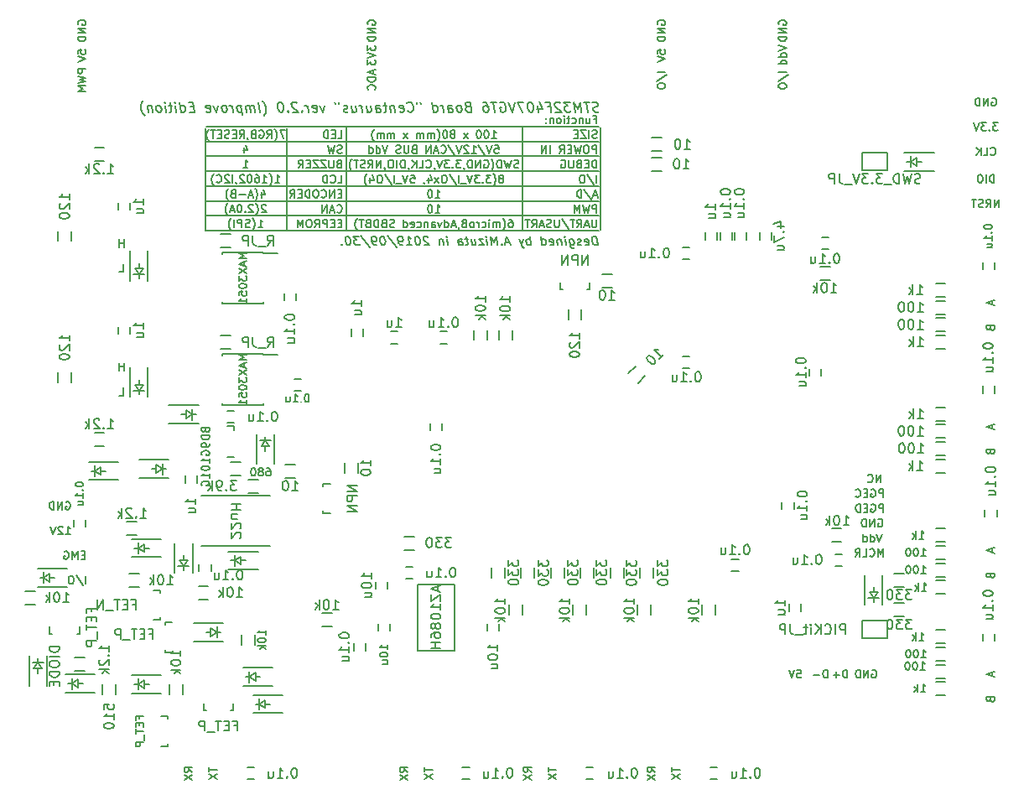
<source format=gbr>
G04 #@! TF.GenerationSoftware,KiCad,Pcbnew,(5.1.4)-1*
G04 #@! TF.CreationDate,2020-01-07T18:52:00+09:00*
G04 #@! TF.ProjectId,stm32f4_Centaurus,73746d33-3266-4345-9f43-656e74617572,rev?*
G04 #@! TF.SameCoordinates,Original*
G04 #@! TF.FileFunction,Legend,Bot*
G04 #@! TF.FilePolarity,Positive*
%FSLAX46Y46*%
G04 Gerber Fmt 4.6, Leading zero omitted, Abs format (unit mm)*
G04 Created by KiCad (PCBNEW (5.1.4)-1) date 2020-01-07 18:52:00*
%MOMM*%
%LPD*%
G04 APERTURE LIST*
%ADD10C,0.200000*%
%ADD11C,0.150000*%
G04 APERTURE END LIST*
D10*
X132152380Y-126311904D02*
X132533333Y-126311904D01*
X132571428Y-126692857D01*
X132533333Y-126654761D01*
X132457142Y-126616666D01*
X132266666Y-126616666D01*
X132190476Y-126654761D01*
X132152380Y-126692857D01*
X132114285Y-126769047D01*
X132114285Y-126959523D01*
X132152380Y-127035714D01*
X132190476Y-127073809D01*
X132266666Y-127111904D01*
X132457142Y-127111904D01*
X132533333Y-127073809D01*
X132571428Y-127035714D01*
X131885714Y-126311904D02*
X131619047Y-127111904D01*
X131352380Y-126311904D01*
X135254761Y-127111904D02*
X135254761Y-126311904D01*
X135064285Y-126311904D01*
X134950000Y-126350000D01*
X134873809Y-126426190D01*
X134835714Y-126502380D01*
X134797619Y-126654761D01*
X134797619Y-126769047D01*
X134835714Y-126921428D01*
X134873809Y-126997619D01*
X134950000Y-127073809D01*
X135064285Y-127111904D01*
X135254761Y-127111904D01*
X134454761Y-126807142D02*
X133845238Y-126807142D01*
X137254761Y-127111904D02*
X137254761Y-126311904D01*
X137064285Y-126311904D01*
X136950000Y-126350000D01*
X136873809Y-126426190D01*
X136835714Y-126502380D01*
X136797619Y-126654761D01*
X136797619Y-126769047D01*
X136835714Y-126921428D01*
X136873809Y-126997619D01*
X136950000Y-127073809D01*
X137064285Y-127111904D01*
X137254761Y-127111904D01*
X136454761Y-126807142D02*
X135845238Y-126807142D01*
X136150000Y-127111904D02*
X136150000Y-126502380D01*
X139759523Y-126350000D02*
X139835714Y-126311904D01*
X139950000Y-126311904D01*
X140064285Y-126350000D01*
X140140476Y-126426190D01*
X140178571Y-126502380D01*
X140216666Y-126654761D01*
X140216666Y-126769047D01*
X140178571Y-126921428D01*
X140140476Y-126997619D01*
X140064285Y-127073809D01*
X139950000Y-127111904D01*
X139873809Y-127111904D01*
X139759523Y-127073809D01*
X139721428Y-127035714D01*
X139721428Y-126769047D01*
X139873809Y-126769047D01*
X139378571Y-127111904D02*
X139378571Y-126311904D01*
X138921428Y-127111904D01*
X138921428Y-126311904D01*
X138540476Y-127111904D02*
X138540476Y-126311904D01*
X138350000Y-126311904D01*
X138235714Y-126350000D01*
X138159523Y-126426190D01*
X138121428Y-126502380D01*
X138083333Y-126654761D01*
X138083333Y-126769047D01*
X138121428Y-126921428D01*
X138159523Y-126997619D01*
X138235714Y-127073809D01*
X138350000Y-127111904D01*
X138540476Y-127111904D01*
X64228571Y-83611904D02*
X64228571Y-82811904D01*
X64228571Y-83192857D02*
X63771428Y-83192857D01*
X63771428Y-83611904D02*
X63771428Y-82811904D01*
X63752380Y-86111904D02*
X64133333Y-86111904D01*
X64133333Y-85311904D01*
X63752380Y-98611904D02*
X64133333Y-98611904D01*
X64133333Y-97811904D01*
X64228571Y-96111904D02*
X64228571Y-95311904D01*
X64228571Y-95692857D02*
X63771428Y-95692857D01*
X63771428Y-96111904D02*
X63771428Y-95311904D01*
X71111904Y-136616666D02*
X70730952Y-136350000D01*
X71111904Y-136159523D02*
X70311904Y-136159523D01*
X70311904Y-136464285D01*
X70350000Y-136540476D01*
X70388095Y-136578571D01*
X70464285Y-136616666D01*
X70578571Y-136616666D01*
X70654761Y-136578571D01*
X70692857Y-136540476D01*
X70730952Y-136464285D01*
X70730952Y-136159523D01*
X70311904Y-136883333D02*
X71111904Y-137416666D01*
X70311904Y-137416666D02*
X71111904Y-136883333D01*
X72811904Y-136140476D02*
X72811904Y-136597619D01*
X73611904Y-136369047D02*
X72811904Y-136369047D01*
X72811904Y-136788095D02*
X73611904Y-137321428D01*
X72811904Y-137321428D02*
X73611904Y-136788095D01*
X92861904Y-136616666D02*
X92480952Y-136350000D01*
X92861904Y-136159523D02*
X92061904Y-136159523D01*
X92061904Y-136464285D01*
X92100000Y-136540476D01*
X92138095Y-136578571D01*
X92214285Y-136616666D01*
X92328571Y-136616666D01*
X92404761Y-136578571D01*
X92442857Y-136540476D01*
X92480952Y-136464285D01*
X92480952Y-136159523D01*
X92061904Y-136883333D02*
X92861904Y-137416666D01*
X92061904Y-137416666D02*
X92861904Y-136883333D01*
X94561904Y-136140476D02*
X94561904Y-136597619D01*
X95361904Y-136369047D02*
X94561904Y-136369047D01*
X94561904Y-136788095D02*
X95361904Y-137321428D01*
X94561904Y-137321428D02*
X95361904Y-136788095D01*
X105361904Y-136616666D02*
X104980952Y-136350000D01*
X105361904Y-136159523D02*
X104561904Y-136159523D01*
X104561904Y-136464285D01*
X104600000Y-136540476D01*
X104638095Y-136578571D01*
X104714285Y-136616666D01*
X104828571Y-136616666D01*
X104904761Y-136578571D01*
X104942857Y-136540476D01*
X104980952Y-136464285D01*
X104980952Y-136159523D01*
X104561904Y-136883333D02*
X105361904Y-137416666D01*
X104561904Y-137416666D02*
X105361904Y-136883333D01*
X107061904Y-136140476D02*
X107061904Y-136597619D01*
X107861904Y-136369047D02*
X107061904Y-136369047D01*
X107061904Y-136788095D02*
X107861904Y-137321428D01*
X107061904Y-137321428D02*
X107861904Y-136788095D01*
X117861904Y-136616666D02*
X117480952Y-136350000D01*
X117861904Y-136159523D02*
X117061904Y-136159523D01*
X117061904Y-136464285D01*
X117100000Y-136540476D01*
X117138095Y-136578571D01*
X117214285Y-136616666D01*
X117328571Y-136616666D01*
X117404761Y-136578571D01*
X117442857Y-136540476D01*
X117480952Y-136464285D01*
X117480952Y-136159523D01*
X117061904Y-136883333D02*
X117861904Y-137416666D01*
X117061904Y-137416666D02*
X117861904Y-136883333D01*
X119561904Y-136140476D02*
X119561904Y-136597619D01*
X120361904Y-136369047D02*
X119561904Y-136369047D01*
X119561904Y-136788095D02*
X120361904Y-137321428D01*
X119561904Y-137321428D02*
X120361904Y-136788095D01*
X118061904Y-64097619D02*
X118061904Y-63716666D01*
X118442857Y-63678571D01*
X118404761Y-63716666D01*
X118366666Y-63792857D01*
X118366666Y-63983333D01*
X118404761Y-64059523D01*
X118442857Y-64097619D01*
X118519047Y-64135714D01*
X118709523Y-64135714D01*
X118785714Y-64097619D01*
X118823809Y-64059523D01*
X118861904Y-63983333D01*
X118861904Y-63792857D01*
X118823809Y-63716666D01*
X118785714Y-63678571D01*
X118061904Y-64364285D02*
X118861904Y-64630952D01*
X118061904Y-64897619D01*
X118861904Y-65911904D02*
X118061904Y-65911904D01*
X118023809Y-66864285D02*
X119052380Y-66178571D01*
X118061904Y-67283333D02*
X118061904Y-67435714D01*
X118100000Y-67511904D01*
X118176190Y-67588095D01*
X118328571Y-67626190D01*
X118595238Y-67626190D01*
X118747619Y-67588095D01*
X118823809Y-67511904D01*
X118861904Y-67435714D01*
X118861904Y-67283333D01*
X118823809Y-67207142D01*
X118747619Y-67130952D01*
X118595238Y-67092857D01*
X118328571Y-67092857D01*
X118176190Y-67130952D01*
X118100000Y-67207142D01*
X118061904Y-67283333D01*
X131111904Y-65911904D02*
X130311904Y-65911904D01*
X130273809Y-66864285D02*
X131302380Y-66178571D01*
X130311904Y-67283333D02*
X130311904Y-67435714D01*
X130350000Y-67511904D01*
X130426190Y-67588095D01*
X130578571Y-67626190D01*
X130845238Y-67626190D01*
X130997619Y-67588095D01*
X131073809Y-67511904D01*
X131111904Y-67435714D01*
X131111904Y-67283333D01*
X131073809Y-67207142D01*
X130997619Y-67130952D01*
X130845238Y-67092857D01*
X130578571Y-67092857D01*
X130426190Y-67130952D01*
X130350000Y-67207142D01*
X130311904Y-67283333D01*
X130311904Y-63259523D02*
X131111904Y-63526190D01*
X130311904Y-63792857D01*
X131111904Y-64402380D02*
X130311904Y-64402380D01*
X131073809Y-64402380D02*
X131111904Y-64326190D01*
X131111904Y-64173809D01*
X131073809Y-64097619D01*
X131035714Y-64059523D01*
X130959523Y-64021428D01*
X130730952Y-64021428D01*
X130654761Y-64059523D01*
X130616666Y-64097619D01*
X130578571Y-64173809D01*
X130578571Y-64326190D01*
X130616666Y-64402380D01*
X131111904Y-65126190D02*
X130311904Y-65126190D01*
X131073809Y-65126190D02*
X131111904Y-65050000D01*
X131111904Y-64897619D01*
X131073809Y-64821428D01*
X131035714Y-64783333D01*
X130959523Y-64745238D01*
X130730952Y-64745238D01*
X130654761Y-64783333D01*
X130616666Y-64821428D01*
X130578571Y-64897619D01*
X130578571Y-65050000D01*
X130616666Y-65126190D01*
X130350000Y-61140476D02*
X130311904Y-61064285D01*
X130311904Y-60950000D01*
X130350000Y-60835714D01*
X130426190Y-60759523D01*
X130502380Y-60721428D01*
X130654761Y-60683333D01*
X130769047Y-60683333D01*
X130921428Y-60721428D01*
X130997619Y-60759523D01*
X131073809Y-60835714D01*
X131111904Y-60950000D01*
X131111904Y-61026190D01*
X131073809Y-61140476D01*
X131035714Y-61178571D01*
X130769047Y-61178571D01*
X130769047Y-61026190D01*
X131111904Y-61521428D02*
X130311904Y-61521428D01*
X131111904Y-61978571D01*
X130311904Y-61978571D01*
X131111904Y-62359523D02*
X130311904Y-62359523D01*
X130311904Y-62550000D01*
X130350000Y-62664285D01*
X130426190Y-62740476D01*
X130502380Y-62778571D01*
X130654761Y-62816666D01*
X130769047Y-62816666D01*
X130921428Y-62778571D01*
X130997619Y-62740476D01*
X131073809Y-62664285D01*
X131111904Y-62550000D01*
X131111904Y-62359523D01*
X118100000Y-61140476D02*
X118061904Y-61064285D01*
X118061904Y-60950000D01*
X118100000Y-60835714D01*
X118176190Y-60759523D01*
X118252380Y-60721428D01*
X118404761Y-60683333D01*
X118519047Y-60683333D01*
X118671428Y-60721428D01*
X118747619Y-60759523D01*
X118823809Y-60835714D01*
X118861904Y-60950000D01*
X118861904Y-61026190D01*
X118823809Y-61140476D01*
X118785714Y-61178571D01*
X118519047Y-61178571D01*
X118519047Y-61026190D01*
X118861904Y-61521428D02*
X118061904Y-61521428D01*
X118861904Y-61978571D01*
X118061904Y-61978571D01*
X118861904Y-62359523D02*
X118061904Y-62359523D01*
X118061904Y-62550000D01*
X118100000Y-62664285D01*
X118176190Y-62740476D01*
X118252380Y-62778571D01*
X118404761Y-62816666D01*
X118519047Y-62816666D01*
X118671428Y-62778571D01*
X118747619Y-62740476D01*
X118823809Y-62664285D01*
X118861904Y-62550000D01*
X118861904Y-62359523D01*
X88850000Y-61140476D02*
X88811904Y-61064285D01*
X88811904Y-60950000D01*
X88850000Y-60835714D01*
X88926190Y-60759523D01*
X89002380Y-60721428D01*
X89154761Y-60683333D01*
X89269047Y-60683333D01*
X89421428Y-60721428D01*
X89497619Y-60759523D01*
X89573809Y-60835714D01*
X89611904Y-60950000D01*
X89611904Y-61026190D01*
X89573809Y-61140476D01*
X89535714Y-61178571D01*
X89269047Y-61178571D01*
X89269047Y-61026190D01*
X89611904Y-61521428D02*
X88811904Y-61521428D01*
X89611904Y-61978571D01*
X88811904Y-61978571D01*
X89611904Y-62359523D02*
X88811904Y-62359523D01*
X88811904Y-62550000D01*
X88850000Y-62664285D01*
X88926190Y-62740476D01*
X89002380Y-62778571D01*
X89154761Y-62816666D01*
X89269047Y-62816666D01*
X89421428Y-62778571D01*
X89497619Y-62740476D01*
X89573809Y-62664285D01*
X89611904Y-62550000D01*
X89611904Y-62359523D01*
X88811904Y-63259523D02*
X88811904Y-63754761D01*
X89116666Y-63488095D01*
X89116666Y-63602380D01*
X89154761Y-63678571D01*
X89192857Y-63716666D01*
X89269047Y-63754761D01*
X89459523Y-63754761D01*
X89535714Y-63716666D01*
X89573809Y-63678571D01*
X89611904Y-63602380D01*
X89611904Y-63373809D01*
X89573809Y-63297619D01*
X89535714Y-63259523D01*
X88811904Y-63983333D02*
X89611904Y-64250000D01*
X88811904Y-64516666D01*
X88811904Y-64707142D02*
X88811904Y-65202380D01*
X89116666Y-64935714D01*
X89116666Y-65050000D01*
X89154761Y-65126190D01*
X89192857Y-65164285D01*
X89269047Y-65202380D01*
X89459523Y-65202380D01*
X89535714Y-65164285D01*
X89573809Y-65126190D01*
X89611904Y-65050000D01*
X89611904Y-64821428D01*
X89573809Y-64745238D01*
X89535714Y-64707142D01*
X89383333Y-65759523D02*
X89383333Y-66140476D01*
X89611904Y-65683333D02*
X88811904Y-65950000D01*
X89611904Y-66216666D01*
X89611904Y-66483333D02*
X88811904Y-66483333D01*
X88811904Y-66673809D01*
X88850000Y-66788095D01*
X88926190Y-66864285D01*
X89002380Y-66902380D01*
X89154761Y-66940476D01*
X89269047Y-66940476D01*
X89421428Y-66902380D01*
X89497619Y-66864285D01*
X89573809Y-66788095D01*
X89611904Y-66673809D01*
X89611904Y-66483333D01*
X89535714Y-67740476D02*
X89573809Y-67702380D01*
X89611904Y-67588095D01*
X89611904Y-67511904D01*
X89573809Y-67397619D01*
X89497619Y-67321428D01*
X89421428Y-67283333D01*
X89269047Y-67245238D01*
X89154761Y-67245238D01*
X89002380Y-67283333D01*
X88926190Y-67321428D01*
X88850000Y-67397619D01*
X88811904Y-67511904D01*
X88811904Y-67588095D01*
X88850000Y-67702380D01*
X88888095Y-67740476D01*
X60361904Y-65626190D02*
X59561904Y-65626190D01*
X59561904Y-65930952D01*
X59600000Y-66007142D01*
X59638095Y-66045238D01*
X59714285Y-66083333D01*
X59828571Y-66083333D01*
X59904761Y-66045238D01*
X59942857Y-66007142D01*
X59980952Y-65930952D01*
X59980952Y-65626190D01*
X59561904Y-66350000D02*
X60361904Y-66540476D01*
X59790476Y-66692857D01*
X60361904Y-66845238D01*
X59561904Y-67035714D01*
X60361904Y-67340476D02*
X59561904Y-67340476D01*
X60133333Y-67607142D01*
X59561904Y-67873809D01*
X60361904Y-67873809D01*
X59600000Y-61140476D02*
X59561904Y-61064285D01*
X59561904Y-60950000D01*
X59600000Y-60835714D01*
X59676190Y-60759523D01*
X59752380Y-60721428D01*
X59904761Y-60683333D01*
X60019047Y-60683333D01*
X60171428Y-60721428D01*
X60247619Y-60759523D01*
X60323809Y-60835714D01*
X60361904Y-60950000D01*
X60361904Y-61026190D01*
X60323809Y-61140476D01*
X60285714Y-61178571D01*
X60019047Y-61178571D01*
X60019047Y-61026190D01*
X60361904Y-61521428D02*
X59561904Y-61521428D01*
X60361904Y-61978571D01*
X59561904Y-61978571D01*
X60361904Y-62359523D02*
X59561904Y-62359523D01*
X59561904Y-62550000D01*
X59600000Y-62664285D01*
X59676190Y-62740476D01*
X59752380Y-62778571D01*
X59904761Y-62816666D01*
X60019047Y-62816666D01*
X60171428Y-62778571D01*
X60247619Y-62740476D01*
X60323809Y-62664285D01*
X60361904Y-62550000D01*
X60361904Y-62359523D01*
X59561904Y-64097619D02*
X59561904Y-63716666D01*
X59942857Y-63678571D01*
X59904761Y-63716666D01*
X59866666Y-63792857D01*
X59866666Y-63983333D01*
X59904761Y-64059523D01*
X59942857Y-64097619D01*
X60019047Y-64135714D01*
X60209523Y-64135714D01*
X60285714Y-64097619D01*
X60323809Y-64059523D01*
X60361904Y-63983333D01*
X60361904Y-63792857D01*
X60323809Y-63716666D01*
X60285714Y-63678571D01*
X59561904Y-64364285D02*
X60361904Y-64630952D01*
X59561904Y-64897619D01*
X112177619Y-69924761D02*
X112040714Y-69972380D01*
X111802619Y-69972380D01*
X111701428Y-69924761D01*
X111647857Y-69877142D01*
X111588333Y-69781904D01*
X111576428Y-69686666D01*
X111612142Y-69591428D01*
X111653809Y-69543809D01*
X111743095Y-69496190D01*
X111927619Y-69448571D01*
X112016904Y-69400952D01*
X112058571Y-69353333D01*
X112094285Y-69258095D01*
X112082380Y-69162857D01*
X112022857Y-69067619D01*
X111969285Y-69020000D01*
X111868095Y-68972380D01*
X111630000Y-68972380D01*
X111493095Y-69020000D01*
X111201428Y-68972380D02*
X110630000Y-68972380D01*
X111040714Y-69972380D02*
X110915714Y-68972380D01*
X110421666Y-69972380D02*
X110296666Y-68972380D01*
X110052619Y-69686666D01*
X109630000Y-68972380D01*
X109755000Y-69972380D01*
X109249047Y-68972380D02*
X108630000Y-68972380D01*
X109010952Y-69353333D01*
X108868095Y-69353333D01*
X108778809Y-69400952D01*
X108737142Y-69448571D01*
X108701428Y-69543809D01*
X108731190Y-69781904D01*
X108790714Y-69877142D01*
X108844285Y-69924761D01*
X108945476Y-69972380D01*
X109231190Y-69972380D01*
X109320476Y-69924761D01*
X109362142Y-69877142D01*
X108260952Y-69067619D02*
X108207380Y-69020000D01*
X108106190Y-68972380D01*
X107868095Y-68972380D01*
X107778809Y-69020000D01*
X107737142Y-69067619D01*
X107701428Y-69162857D01*
X107713333Y-69258095D01*
X107778809Y-69400952D01*
X108421666Y-69972380D01*
X107802619Y-69972380D01*
X106975238Y-69448571D02*
X107308571Y-69448571D01*
X107374047Y-69972380D02*
X107249047Y-68972380D01*
X106772857Y-68972380D01*
X106005000Y-69305714D02*
X106088333Y-69972380D01*
X106195476Y-68924761D02*
X106522857Y-69639047D01*
X105903809Y-69639047D01*
X105249047Y-68972380D02*
X105153809Y-68972380D01*
X105064523Y-69020000D01*
X105022857Y-69067619D01*
X104987142Y-69162857D01*
X104963333Y-69353333D01*
X104993095Y-69591428D01*
X105064523Y-69781904D01*
X105124047Y-69877142D01*
X105177619Y-69924761D01*
X105278809Y-69972380D01*
X105374047Y-69972380D01*
X105463333Y-69924761D01*
X105505000Y-69877142D01*
X105540714Y-69781904D01*
X105564523Y-69591428D01*
X105534761Y-69353333D01*
X105463333Y-69162857D01*
X105403809Y-69067619D01*
X105350238Y-69020000D01*
X105249047Y-68972380D01*
X104582380Y-68972380D02*
X103915714Y-68972380D01*
X104469285Y-69972380D01*
X103677619Y-68972380D02*
X103469285Y-69972380D01*
X103010952Y-68972380D01*
X102159761Y-69020000D02*
X102249047Y-68972380D01*
X102391904Y-68972380D01*
X102540714Y-69020000D01*
X102647857Y-69115238D01*
X102707380Y-69210476D01*
X102778809Y-69400952D01*
X102796666Y-69543809D01*
X102772857Y-69734285D01*
X102737142Y-69829523D01*
X102653809Y-69924761D01*
X102516904Y-69972380D01*
X102421666Y-69972380D01*
X102272857Y-69924761D01*
X102219285Y-69877142D01*
X102177619Y-69543809D01*
X102368095Y-69543809D01*
X101820476Y-68972380D02*
X101249047Y-68972380D01*
X101659761Y-69972380D02*
X101534761Y-68972380D01*
X100487142Y-68972380D02*
X100677619Y-68972380D01*
X100778809Y-69020000D01*
X100832380Y-69067619D01*
X100945476Y-69210476D01*
X101016904Y-69400952D01*
X101064523Y-69781904D01*
X101028809Y-69877142D01*
X100987142Y-69924761D01*
X100897857Y-69972380D01*
X100707380Y-69972380D01*
X100606190Y-69924761D01*
X100552619Y-69877142D01*
X100493095Y-69781904D01*
X100463333Y-69543809D01*
X100499047Y-69448571D01*
X100540714Y-69400952D01*
X100629999Y-69353333D01*
X100820476Y-69353333D01*
X100921666Y-69400952D01*
X100975238Y-69448571D01*
X101034761Y-69543809D01*
X98927619Y-69448571D02*
X98790714Y-69496190D01*
X98749047Y-69543809D01*
X98713333Y-69639047D01*
X98731190Y-69781904D01*
X98790714Y-69877142D01*
X98844285Y-69924761D01*
X98945476Y-69972380D01*
X99326428Y-69972380D01*
X99201428Y-68972380D01*
X98868095Y-68972380D01*
X98778809Y-69020000D01*
X98737142Y-69067619D01*
X98701428Y-69162857D01*
X98713333Y-69258095D01*
X98772857Y-69353333D01*
X98826428Y-69400952D01*
X98927619Y-69448571D01*
X99260952Y-69448571D01*
X98183571Y-69972380D02*
X98272857Y-69924761D01*
X98314523Y-69877142D01*
X98350238Y-69781904D01*
X98314523Y-69496190D01*
X98254999Y-69400952D01*
X98201428Y-69353333D01*
X98100238Y-69305714D01*
X97957380Y-69305714D01*
X97868095Y-69353333D01*
X97826428Y-69400952D01*
X97790714Y-69496190D01*
X97826428Y-69781904D01*
X97885952Y-69877142D01*
X97939523Y-69924761D01*
X98040714Y-69972380D01*
X98183571Y-69972380D01*
X96993095Y-69972380D02*
X96927619Y-69448571D01*
X96963333Y-69353333D01*
X97052619Y-69305714D01*
X97243095Y-69305714D01*
X97344285Y-69353333D01*
X96987142Y-69924761D02*
X97088333Y-69972380D01*
X97326428Y-69972380D01*
X97415714Y-69924761D01*
X97451428Y-69829523D01*
X97439523Y-69734285D01*
X97379999Y-69639047D01*
X97278809Y-69591428D01*
X97040714Y-69591428D01*
X96939523Y-69543809D01*
X96516904Y-69972380D02*
X96433571Y-69305714D01*
X96457380Y-69496190D02*
X96397857Y-69400952D01*
X96344285Y-69353333D01*
X96243095Y-69305714D01*
X96147857Y-69305714D01*
X95469285Y-69972380D02*
X95344285Y-68972380D01*
X95463333Y-69924761D02*
X95564523Y-69972380D01*
X95754999Y-69972380D01*
X95844285Y-69924761D01*
X95885952Y-69877142D01*
X95921666Y-69781904D01*
X95885952Y-69496190D01*
X95826428Y-69400952D01*
X95772857Y-69353333D01*
X95671666Y-69305714D01*
X95481190Y-69305714D01*
X95391904Y-69353333D01*
X94153809Y-68972380D02*
X94177619Y-69162857D01*
X93772857Y-68972380D02*
X93796666Y-69162857D01*
X92885952Y-69877142D02*
X92939523Y-69924761D01*
X93088333Y-69972380D01*
X93183571Y-69972380D01*
X93320476Y-69924761D01*
X93403809Y-69829523D01*
X93439523Y-69734285D01*
X93463333Y-69543809D01*
X93445476Y-69400952D01*
X93374047Y-69210476D01*
X93314523Y-69115238D01*
X93207380Y-69020000D01*
X93058571Y-68972380D01*
X92963333Y-68972380D01*
X92826428Y-69020000D01*
X92784761Y-69067619D01*
X92082380Y-69924761D02*
X92183571Y-69972380D01*
X92374047Y-69972380D01*
X92463333Y-69924761D01*
X92499047Y-69829523D01*
X92451428Y-69448571D01*
X92391904Y-69353333D01*
X92290714Y-69305714D01*
X92100238Y-69305714D01*
X92010952Y-69353333D01*
X91975238Y-69448571D01*
X91987142Y-69543809D01*
X92475238Y-69639047D01*
X91528809Y-69305714D02*
X91612142Y-69972380D01*
X91540714Y-69400952D02*
X91487142Y-69353333D01*
X91385952Y-69305714D01*
X91243095Y-69305714D01*
X91153809Y-69353333D01*
X91118095Y-69448571D01*
X91183571Y-69972380D01*
X90766904Y-69305714D02*
X90385952Y-69305714D01*
X90582380Y-68972380D02*
X90689523Y-69829523D01*
X90653809Y-69924761D01*
X90564523Y-69972380D01*
X90469285Y-69972380D01*
X89707380Y-69972380D02*
X89641904Y-69448571D01*
X89677619Y-69353333D01*
X89766904Y-69305714D01*
X89957380Y-69305714D01*
X90058571Y-69353333D01*
X89701428Y-69924761D02*
X89802619Y-69972380D01*
X90040714Y-69972380D01*
X90129999Y-69924761D01*
X90165714Y-69829523D01*
X90153809Y-69734285D01*
X90094285Y-69639047D01*
X89993095Y-69591428D01*
X89754999Y-69591428D01*
X89653809Y-69543809D01*
X88719285Y-69305714D02*
X88802619Y-69972380D01*
X89147857Y-69305714D02*
X89213333Y-69829523D01*
X89177619Y-69924761D01*
X89088333Y-69972380D01*
X88945476Y-69972380D01*
X88844285Y-69924761D01*
X88790714Y-69877142D01*
X88326428Y-69972380D02*
X88243095Y-69305714D01*
X88266904Y-69496190D02*
X88207380Y-69400952D01*
X88153809Y-69353333D01*
X88052619Y-69305714D01*
X87957380Y-69305714D01*
X87195476Y-69305714D02*
X87278809Y-69972380D01*
X87624047Y-69305714D02*
X87689523Y-69829523D01*
X87653809Y-69924761D01*
X87564523Y-69972380D01*
X87421666Y-69972380D01*
X87320476Y-69924761D01*
X87266904Y-69877142D01*
X86844285Y-69924761D02*
X86755000Y-69972380D01*
X86564523Y-69972380D01*
X86463333Y-69924761D01*
X86403809Y-69829523D01*
X86397857Y-69781904D01*
X86433571Y-69686666D01*
X86522857Y-69639047D01*
X86665714Y-69639047D01*
X86755000Y-69591428D01*
X86790714Y-69496190D01*
X86784761Y-69448571D01*
X86725238Y-69353333D01*
X86624047Y-69305714D01*
X86481190Y-69305714D01*
X86391904Y-69353333D01*
X85915714Y-68972380D02*
X85939523Y-69162857D01*
X85534761Y-68972380D02*
X85558571Y-69162857D01*
X84481190Y-69305714D02*
X84326428Y-69972380D01*
X84005000Y-69305714D01*
X83320476Y-69924761D02*
X83421666Y-69972380D01*
X83612142Y-69972380D01*
X83701428Y-69924761D01*
X83737142Y-69829523D01*
X83689523Y-69448571D01*
X83630000Y-69353333D01*
X83528809Y-69305714D01*
X83338333Y-69305714D01*
X83249047Y-69353333D01*
X83213333Y-69448571D01*
X83225238Y-69543809D01*
X83713333Y-69639047D01*
X82850238Y-69972380D02*
X82766904Y-69305714D01*
X82790714Y-69496190D02*
X82731190Y-69400952D01*
X82677619Y-69353333D01*
X82576428Y-69305714D01*
X82481190Y-69305714D01*
X82219285Y-69877142D02*
X82177619Y-69924761D01*
X82231190Y-69972380D01*
X82272857Y-69924761D01*
X82219285Y-69877142D01*
X82231190Y-69972380D01*
X81689523Y-69067619D02*
X81635952Y-69020000D01*
X81534761Y-68972380D01*
X81296666Y-68972380D01*
X81207380Y-69020000D01*
X81165714Y-69067619D01*
X81130000Y-69162857D01*
X81141904Y-69258095D01*
X81207380Y-69400952D01*
X81850238Y-69972380D01*
X81231190Y-69972380D01*
X80790714Y-69877142D02*
X80749047Y-69924761D01*
X80802619Y-69972380D01*
X80844285Y-69924761D01*
X80790714Y-69877142D01*
X80802619Y-69972380D01*
X80010952Y-68972380D02*
X79915714Y-68972380D01*
X79826428Y-69020000D01*
X79784761Y-69067619D01*
X79749047Y-69162857D01*
X79725238Y-69353333D01*
X79755000Y-69591428D01*
X79826428Y-69781904D01*
X79885952Y-69877142D01*
X79939523Y-69924761D01*
X80040714Y-69972380D01*
X80135952Y-69972380D01*
X80225238Y-69924761D01*
X80266904Y-69877142D01*
X80302619Y-69781904D01*
X80326428Y-69591428D01*
X80296666Y-69353333D01*
X80225238Y-69162857D01*
X80165714Y-69067619D01*
X80112142Y-69020000D01*
X80010952Y-68972380D01*
X78374047Y-70353333D02*
X78415714Y-70305714D01*
X78493095Y-70162857D01*
X78528809Y-70067619D01*
X78558571Y-69924761D01*
X78576428Y-69686666D01*
X78552619Y-69496190D01*
X78475238Y-69258095D01*
X78409761Y-69115238D01*
X78350238Y-69020000D01*
X78237142Y-68877142D01*
X78183571Y-68829523D01*
X77945476Y-69972380D02*
X77820476Y-68972380D01*
X77469285Y-69972380D02*
X77385952Y-69305714D01*
X77397857Y-69400952D02*
X77344285Y-69353333D01*
X77243095Y-69305714D01*
X77100238Y-69305714D01*
X77010952Y-69353333D01*
X76975238Y-69448571D01*
X77040714Y-69972380D01*
X76975238Y-69448571D02*
X76915714Y-69353333D01*
X76814523Y-69305714D01*
X76671666Y-69305714D01*
X76582380Y-69353333D01*
X76546666Y-69448571D01*
X76612142Y-69972380D01*
X76052619Y-69305714D02*
X76177619Y-70305714D01*
X76058571Y-69353333D02*
X75957380Y-69305714D01*
X75766904Y-69305714D01*
X75677619Y-69353333D01*
X75635952Y-69400952D01*
X75600238Y-69496190D01*
X75635952Y-69781904D01*
X75695476Y-69877142D01*
X75749047Y-69924761D01*
X75850238Y-69972380D01*
X76040714Y-69972380D01*
X76130000Y-69924761D01*
X75231190Y-69972380D02*
X75147857Y-69305714D01*
X75171666Y-69496190D02*
X75112142Y-69400952D01*
X75058571Y-69353333D01*
X74957380Y-69305714D01*
X74862142Y-69305714D01*
X74469285Y-69972380D02*
X74558571Y-69924761D01*
X74600238Y-69877142D01*
X74635952Y-69781904D01*
X74600238Y-69496190D01*
X74540714Y-69400952D01*
X74487142Y-69353333D01*
X74385952Y-69305714D01*
X74243095Y-69305714D01*
X74153809Y-69353333D01*
X74112142Y-69400952D01*
X74076428Y-69496190D01*
X74112142Y-69781904D01*
X74171666Y-69877142D01*
X74225238Y-69924761D01*
X74326428Y-69972380D01*
X74469285Y-69972380D01*
X73719285Y-69305714D02*
X73564523Y-69972380D01*
X73243095Y-69305714D01*
X72558571Y-69924761D02*
X72659761Y-69972380D01*
X72850238Y-69972380D01*
X72939523Y-69924761D01*
X72975238Y-69829523D01*
X72927619Y-69448571D01*
X72868095Y-69353333D01*
X72766904Y-69305714D01*
X72576428Y-69305714D01*
X72487142Y-69353333D01*
X72451428Y-69448571D01*
X72463333Y-69543809D01*
X72951428Y-69639047D01*
X71260952Y-69448571D02*
X70927619Y-69448571D01*
X70850238Y-69972380D02*
X71326428Y-69972380D01*
X71201428Y-68972380D01*
X70725238Y-68972380D01*
X69993095Y-69972380D02*
X69868095Y-68972380D01*
X69987142Y-69924761D02*
X70088333Y-69972380D01*
X70278809Y-69972380D01*
X70368095Y-69924761D01*
X70409761Y-69877142D01*
X70445476Y-69781904D01*
X70409761Y-69496190D01*
X70350238Y-69400952D01*
X70296666Y-69353333D01*
X70195476Y-69305714D01*
X70005000Y-69305714D01*
X69915714Y-69353333D01*
X69516904Y-69972380D02*
X69433571Y-69305714D01*
X69391904Y-68972380D02*
X69445476Y-69020000D01*
X69403809Y-69067619D01*
X69350238Y-69020000D01*
X69391904Y-68972380D01*
X69403809Y-69067619D01*
X69100238Y-69305714D02*
X68719285Y-69305714D01*
X68915714Y-68972380D02*
X69022857Y-69829523D01*
X68987142Y-69924761D01*
X68897857Y-69972380D01*
X68802619Y-69972380D01*
X68469285Y-69972380D02*
X68385952Y-69305714D01*
X68344285Y-68972380D02*
X68397857Y-69020000D01*
X68356190Y-69067619D01*
X68302619Y-69020000D01*
X68344285Y-68972380D01*
X68356190Y-69067619D01*
X67850238Y-69972380D02*
X67939523Y-69924761D01*
X67981190Y-69877142D01*
X68016904Y-69781904D01*
X67981190Y-69496190D01*
X67921666Y-69400952D01*
X67868095Y-69353333D01*
X67766904Y-69305714D01*
X67624047Y-69305714D01*
X67534761Y-69353333D01*
X67493095Y-69400952D01*
X67457380Y-69496190D01*
X67493095Y-69781904D01*
X67552619Y-69877142D01*
X67606190Y-69924761D01*
X67707380Y-69972380D01*
X67850238Y-69972380D01*
X67005000Y-69305714D02*
X67088333Y-69972380D01*
X67016904Y-69400952D02*
X66963333Y-69353333D01*
X66862142Y-69305714D01*
X66719285Y-69305714D01*
X66630000Y-69353333D01*
X66594285Y-69448571D01*
X66659761Y-69972380D01*
X66326428Y-70353333D02*
X66272857Y-70305714D01*
X66159761Y-70162857D01*
X66100238Y-70067619D01*
X66034761Y-69924761D01*
X65957380Y-69686666D01*
X65933571Y-69496190D01*
X65951428Y-69258095D01*
X65981190Y-69115238D01*
X66016904Y-69020000D01*
X66094285Y-68877142D01*
X66135952Y-68829523D01*
X140890476Y-114861904D02*
X140890476Y-114061904D01*
X140623809Y-114633333D01*
X140357142Y-114061904D01*
X140357142Y-114861904D01*
X139519047Y-114785714D02*
X139557142Y-114823809D01*
X139671428Y-114861904D01*
X139747619Y-114861904D01*
X139861904Y-114823809D01*
X139938095Y-114747619D01*
X139976190Y-114671428D01*
X140014285Y-114519047D01*
X140014285Y-114404761D01*
X139976190Y-114252380D01*
X139938095Y-114176190D01*
X139861904Y-114100000D01*
X139747619Y-114061904D01*
X139671428Y-114061904D01*
X139557142Y-114100000D01*
X139519047Y-114138095D01*
X138795238Y-114861904D02*
X139176190Y-114861904D01*
X139176190Y-114061904D01*
X138071428Y-114861904D02*
X138338095Y-114480952D01*
X138528571Y-114861904D02*
X138528571Y-114061904D01*
X138223809Y-114061904D01*
X138147619Y-114100000D01*
X138109523Y-114138095D01*
X138071428Y-114214285D01*
X138071428Y-114328571D01*
X138109523Y-114404761D01*
X138147619Y-114442857D01*
X138223809Y-114480952D01*
X138528571Y-114480952D01*
X140740476Y-112561904D02*
X140473809Y-113361904D01*
X140207142Y-112561904D01*
X139597619Y-113361904D02*
X139597619Y-112561904D01*
X139597619Y-113323809D02*
X139673809Y-113361904D01*
X139826190Y-113361904D01*
X139902380Y-113323809D01*
X139940476Y-113285714D01*
X139978571Y-113209523D01*
X139978571Y-112980952D01*
X139940476Y-112904761D01*
X139902380Y-112866666D01*
X139826190Y-112828571D01*
X139673809Y-112828571D01*
X139597619Y-112866666D01*
X138873809Y-113361904D02*
X138873809Y-112561904D01*
X138873809Y-113323809D02*
X138950000Y-113361904D01*
X139102380Y-113361904D01*
X139178571Y-113323809D01*
X139216666Y-113285714D01*
X139254761Y-113209523D01*
X139254761Y-112980952D01*
X139216666Y-112904761D01*
X139178571Y-112866666D01*
X139102380Y-112828571D01*
X138950000Y-112828571D01*
X138873809Y-112866666D01*
X140359523Y-111100000D02*
X140435714Y-111061904D01*
X140550000Y-111061904D01*
X140664285Y-111100000D01*
X140740476Y-111176190D01*
X140778571Y-111252380D01*
X140816666Y-111404761D01*
X140816666Y-111519047D01*
X140778571Y-111671428D01*
X140740476Y-111747619D01*
X140664285Y-111823809D01*
X140550000Y-111861904D01*
X140473809Y-111861904D01*
X140359523Y-111823809D01*
X140321428Y-111785714D01*
X140321428Y-111519047D01*
X140473809Y-111519047D01*
X139978571Y-111861904D02*
X139978571Y-111061904D01*
X139521428Y-111861904D01*
X139521428Y-111061904D01*
X139140476Y-111861904D02*
X139140476Y-111061904D01*
X138950000Y-111061904D01*
X138835714Y-111100000D01*
X138759523Y-111176190D01*
X138721428Y-111252380D01*
X138683333Y-111404761D01*
X138683333Y-111519047D01*
X138721428Y-111671428D01*
X138759523Y-111747619D01*
X138835714Y-111823809D01*
X138950000Y-111861904D01*
X139140476Y-111861904D01*
X140871428Y-110361904D02*
X140871428Y-109561904D01*
X140566666Y-109561904D01*
X140490476Y-109600000D01*
X140452380Y-109638095D01*
X140414285Y-109714285D01*
X140414285Y-109828571D01*
X140452380Y-109904761D01*
X140490476Y-109942857D01*
X140566666Y-109980952D01*
X140871428Y-109980952D01*
X139652380Y-109600000D02*
X139728571Y-109561904D01*
X139842857Y-109561904D01*
X139957142Y-109600000D01*
X140033333Y-109676190D01*
X140071428Y-109752380D01*
X140109523Y-109904761D01*
X140109523Y-110019047D01*
X140071428Y-110171428D01*
X140033333Y-110247619D01*
X139957142Y-110323809D01*
X139842857Y-110361904D01*
X139766666Y-110361904D01*
X139652380Y-110323809D01*
X139614285Y-110285714D01*
X139614285Y-110019047D01*
X139766666Y-110019047D01*
X139271428Y-109942857D02*
X139004761Y-109942857D01*
X138890476Y-110361904D02*
X139271428Y-110361904D01*
X139271428Y-109561904D01*
X138890476Y-109561904D01*
X138547619Y-110361904D02*
X138547619Y-109561904D01*
X138357142Y-109561904D01*
X138242857Y-109600000D01*
X138166666Y-109676190D01*
X138128571Y-109752380D01*
X138090476Y-109904761D01*
X138090476Y-110019047D01*
X138128571Y-110171428D01*
X138166666Y-110247619D01*
X138242857Y-110323809D01*
X138357142Y-110361904D01*
X138547619Y-110361904D01*
X140871428Y-108861904D02*
X140871428Y-108061904D01*
X140566666Y-108061904D01*
X140490476Y-108100000D01*
X140452380Y-108138095D01*
X140414285Y-108214285D01*
X140414285Y-108328571D01*
X140452380Y-108404761D01*
X140490476Y-108442857D01*
X140566666Y-108480952D01*
X140871428Y-108480952D01*
X139652380Y-108100000D02*
X139728571Y-108061904D01*
X139842857Y-108061904D01*
X139957142Y-108100000D01*
X140033333Y-108176190D01*
X140071428Y-108252380D01*
X140109523Y-108404761D01*
X140109523Y-108519047D01*
X140071428Y-108671428D01*
X140033333Y-108747619D01*
X139957142Y-108823809D01*
X139842857Y-108861904D01*
X139766666Y-108861904D01*
X139652380Y-108823809D01*
X139614285Y-108785714D01*
X139614285Y-108519047D01*
X139766666Y-108519047D01*
X139271428Y-108442857D02*
X139004761Y-108442857D01*
X138890476Y-108861904D02*
X139271428Y-108861904D01*
X139271428Y-108061904D01*
X138890476Y-108061904D01*
X138090476Y-108785714D02*
X138128571Y-108823809D01*
X138242857Y-108861904D01*
X138319047Y-108861904D01*
X138433333Y-108823809D01*
X138509523Y-108747619D01*
X138547619Y-108671428D01*
X138585714Y-108519047D01*
X138585714Y-108404761D01*
X138547619Y-108252380D01*
X138509523Y-108176190D01*
X138433333Y-108100000D01*
X138319047Y-108061904D01*
X138242857Y-108061904D01*
X138128571Y-108100000D01*
X138090476Y-108138095D01*
X140628571Y-107361904D02*
X140628571Y-106561904D01*
X140171428Y-107361904D01*
X140171428Y-106561904D01*
X139333333Y-107285714D02*
X139371428Y-107323809D01*
X139485714Y-107361904D01*
X139561904Y-107361904D01*
X139676190Y-107323809D01*
X139752380Y-107247619D01*
X139790476Y-107171428D01*
X139828571Y-107019047D01*
X139828571Y-106904761D01*
X139790476Y-106752380D01*
X139752380Y-106676190D01*
X139676190Y-106600000D01*
X139561904Y-106561904D01*
X139485714Y-106561904D01*
X139371428Y-106600000D01*
X139333333Y-106638095D01*
X151692857Y-129307142D02*
X151730952Y-129421428D01*
X151769047Y-129459523D01*
X151845238Y-129497619D01*
X151959523Y-129497619D01*
X152035714Y-129459523D01*
X152073809Y-129421428D01*
X152111904Y-129345238D01*
X152111904Y-129040476D01*
X151311904Y-129040476D01*
X151311904Y-129307142D01*
X151350000Y-129383333D01*
X151388095Y-129421428D01*
X151464285Y-129459523D01*
X151540476Y-129459523D01*
X151616666Y-129421428D01*
X151654761Y-129383333D01*
X151692857Y-129307142D01*
X151692857Y-129040476D01*
X151883333Y-126559523D02*
X151883333Y-126940476D01*
X152111904Y-126483333D02*
X151311904Y-126750000D01*
X152111904Y-127016666D01*
X151692857Y-116807142D02*
X151730952Y-116921428D01*
X151769047Y-116959523D01*
X151845238Y-116997619D01*
X151959523Y-116997619D01*
X152035714Y-116959523D01*
X152073809Y-116921428D01*
X152111904Y-116845238D01*
X152111904Y-116540476D01*
X151311904Y-116540476D01*
X151311904Y-116807142D01*
X151350000Y-116883333D01*
X151388095Y-116921428D01*
X151464285Y-116959523D01*
X151540476Y-116959523D01*
X151616666Y-116921428D01*
X151654761Y-116883333D01*
X151692857Y-116807142D01*
X151692857Y-116540476D01*
X151883333Y-114059523D02*
X151883333Y-114440476D01*
X152111904Y-113983333D02*
X151311904Y-114250000D01*
X152111904Y-114516666D01*
X151692857Y-104307142D02*
X151730952Y-104421428D01*
X151769047Y-104459523D01*
X151845238Y-104497619D01*
X151959523Y-104497619D01*
X152035714Y-104459523D01*
X152073809Y-104421428D01*
X152111904Y-104345238D01*
X152111904Y-104040476D01*
X151311904Y-104040476D01*
X151311904Y-104307142D01*
X151350000Y-104383333D01*
X151388095Y-104421428D01*
X151464285Y-104459523D01*
X151540476Y-104459523D01*
X151616666Y-104421428D01*
X151654761Y-104383333D01*
X151692857Y-104307142D01*
X151692857Y-104040476D01*
X151883333Y-101559523D02*
X151883333Y-101940476D01*
X152111904Y-101483333D02*
X151311904Y-101750000D01*
X152111904Y-102016666D01*
X77776190Y-81611904D02*
X78233333Y-81611904D01*
X78004761Y-81611904D02*
X78004761Y-80811904D01*
X78080952Y-80926190D01*
X78157142Y-81002380D01*
X78233333Y-81040476D01*
X77204761Y-81916666D02*
X77242857Y-81878571D01*
X77319047Y-81764285D01*
X77357142Y-81688095D01*
X77395238Y-81573809D01*
X77433333Y-81383333D01*
X77433333Y-81230952D01*
X77395238Y-81040476D01*
X77357142Y-80926190D01*
X77319047Y-80850000D01*
X77242857Y-80735714D01*
X77204761Y-80697619D01*
X76938095Y-81573809D02*
X76823809Y-81611904D01*
X76633333Y-81611904D01*
X76557142Y-81573809D01*
X76519047Y-81535714D01*
X76480952Y-81459523D01*
X76480952Y-81383333D01*
X76519047Y-81307142D01*
X76557142Y-81269047D01*
X76633333Y-81230952D01*
X76785714Y-81192857D01*
X76861904Y-81154761D01*
X76900000Y-81116666D01*
X76938095Y-81040476D01*
X76938095Y-80964285D01*
X76900000Y-80888095D01*
X76861904Y-80850000D01*
X76785714Y-80811904D01*
X76595238Y-80811904D01*
X76480952Y-80850000D01*
X76138095Y-81611904D02*
X76138095Y-80811904D01*
X75833333Y-80811904D01*
X75757142Y-80850000D01*
X75719047Y-80888095D01*
X75680952Y-80964285D01*
X75680952Y-81078571D01*
X75719047Y-81154761D01*
X75757142Y-81192857D01*
X75833333Y-81230952D01*
X76138095Y-81230952D01*
X75338095Y-81611904D02*
X75338095Y-80811904D01*
X75033333Y-81916666D02*
X74995238Y-81878571D01*
X74919047Y-81764285D01*
X74880952Y-81688095D01*
X74842857Y-81573809D01*
X74804761Y-81383333D01*
X74804761Y-81230952D01*
X74842857Y-81040476D01*
X74880952Y-80926190D01*
X74919047Y-80850000D01*
X74995238Y-80735714D01*
X75033333Y-80697619D01*
X78557142Y-79388095D02*
X78519047Y-79350000D01*
X78442857Y-79311904D01*
X78252380Y-79311904D01*
X78176190Y-79350000D01*
X78138095Y-79388095D01*
X78100000Y-79464285D01*
X78100000Y-79540476D01*
X78138095Y-79654761D01*
X78595238Y-80111904D01*
X78100000Y-80111904D01*
X77528571Y-80416666D02*
X77566666Y-80378571D01*
X77642857Y-80264285D01*
X77680952Y-80188095D01*
X77719047Y-80073809D01*
X77757142Y-79883333D01*
X77757142Y-79730952D01*
X77719047Y-79540476D01*
X77680952Y-79426190D01*
X77642857Y-79350000D01*
X77566666Y-79235714D01*
X77528571Y-79197619D01*
X77261904Y-79388095D02*
X77223809Y-79350000D01*
X77147619Y-79311904D01*
X76957142Y-79311904D01*
X76880952Y-79350000D01*
X76842857Y-79388095D01*
X76804761Y-79464285D01*
X76804761Y-79540476D01*
X76842857Y-79654761D01*
X77300000Y-80111904D01*
X76804761Y-80111904D01*
X76461904Y-80035714D02*
X76423809Y-80073809D01*
X76461904Y-80111904D01*
X76500000Y-80073809D01*
X76461904Y-80035714D01*
X76461904Y-80111904D01*
X75928571Y-79311904D02*
X75852380Y-79311904D01*
X75776190Y-79350000D01*
X75738095Y-79388095D01*
X75700000Y-79464285D01*
X75661904Y-79616666D01*
X75661904Y-79807142D01*
X75700000Y-79959523D01*
X75738095Y-80035714D01*
X75776190Y-80073809D01*
X75852380Y-80111904D01*
X75928571Y-80111904D01*
X76004761Y-80073809D01*
X76042857Y-80035714D01*
X76080952Y-79959523D01*
X76119047Y-79807142D01*
X76119047Y-79616666D01*
X76080952Y-79464285D01*
X76042857Y-79388095D01*
X76004761Y-79350000D01*
X75928571Y-79311904D01*
X75357142Y-79883333D02*
X74976190Y-79883333D01*
X75433333Y-80111904D02*
X75166666Y-79311904D01*
X74900000Y-80111904D01*
X74709523Y-80416666D02*
X74671428Y-80378571D01*
X74595238Y-80264285D01*
X74557142Y-80188095D01*
X74519047Y-80073809D01*
X74480952Y-79883333D01*
X74480952Y-79730952D01*
X74519047Y-79540476D01*
X74557142Y-79426190D01*
X74595238Y-79350000D01*
X74671428Y-79235714D01*
X74709523Y-79197619D01*
X80688095Y-71630000D02*
X80688095Y-72239523D01*
X80688095Y-72239523D02*
X80688095Y-72849047D01*
X80688095Y-72849047D02*
X80688095Y-73458571D01*
X80688095Y-73458571D02*
X80688095Y-74068095D01*
X80688095Y-74068095D02*
X80688095Y-74677619D01*
X80688095Y-74677619D02*
X80688095Y-75287142D01*
X80688095Y-75287142D02*
X80688095Y-75896666D01*
X80688095Y-75896666D02*
X80688095Y-76506190D01*
X80688095Y-76506190D02*
X80688095Y-77115714D01*
X80688095Y-77115714D02*
X80688095Y-77725238D01*
X80688095Y-77725238D02*
X80688095Y-78334761D01*
X80688095Y-78334761D02*
X80688095Y-78944285D01*
X80688095Y-78944285D02*
X80688095Y-79553809D01*
X80688095Y-79553809D02*
X80688095Y-80163333D01*
X80688095Y-80163333D02*
X80688095Y-80772857D01*
X80688095Y-80772857D02*
X80688095Y-81382380D01*
X80688095Y-81382380D02*
X80688095Y-81991904D01*
X112298095Y-71500000D02*
X112298095Y-72109523D01*
X112298095Y-72109523D02*
X112298095Y-72719047D01*
X112298095Y-72719047D02*
X112298095Y-73328571D01*
X112298095Y-73328571D02*
X112298095Y-73938095D01*
X112298095Y-73938095D02*
X112298095Y-74547619D01*
X112298095Y-74547619D02*
X112298095Y-75157142D01*
X112298095Y-75157142D02*
X112298095Y-75766666D01*
X112298095Y-75766666D02*
X112298095Y-76376190D01*
X112298095Y-76376190D02*
X112298095Y-76985714D01*
X112298095Y-76985714D02*
X112298095Y-77595238D01*
X112298095Y-77595238D02*
X112298095Y-78204761D01*
X112298095Y-78204761D02*
X112298095Y-78814285D01*
X112298095Y-78814285D02*
X112298095Y-79423809D01*
X112298095Y-79423809D02*
X112298095Y-80033333D01*
X112298095Y-80033333D02*
X112298095Y-80642857D01*
X112298095Y-80642857D02*
X112298095Y-81252380D01*
X112298095Y-81252380D02*
X112298095Y-81861904D01*
X112130000Y-81958095D02*
X111520476Y-81958095D01*
X111520476Y-81958095D02*
X110910952Y-81958095D01*
X110910952Y-81958095D02*
X110301428Y-81958095D01*
X110301428Y-81958095D02*
X109691904Y-81958095D01*
X109691904Y-81958095D02*
X109082380Y-81958095D01*
X109082380Y-81958095D02*
X108472857Y-81958095D01*
X108472857Y-81958095D02*
X107863333Y-81958095D01*
X107863333Y-81958095D02*
X107253809Y-81958095D01*
X107253809Y-81958095D02*
X106644285Y-81958095D01*
X106644285Y-81958095D02*
X106034761Y-81958095D01*
X106034761Y-81958095D02*
X105425238Y-81958095D01*
X105425238Y-81958095D02*
X104815714Y-81958095D01*
X104815714Y-81958095D02*
X104206190Y-81958095D01*
X104206190Y-81958095D02*
X103596666Y-81958095D01*
X103596666Y-81958095D02*
X102987142Y-81958095D01*
X102987142Y-81958095D02*
X102377619Y-81958095D01*
X102377619Y-81958095D02*
X101768095Y-81958095D01*
X101768095Y-81958095D02*
X101158571Y-81958095D01*
X101158571Y-81958095D02*
X100549047Y-81958095D01*
X100549047Y-81958095D02*
X99939523Y-81958095D01*
X99939523Y-81958095D02*
X99330000Y-81958095D01*
X99330000Y-81958095D02*
X98720476Y-81958095D01*
X98720476Y-81958095D02*
X98110952Y-81958095D01*
X98110952Y-81958095D02*
X97501428Y-81958095D01*
X97501428Y-81958095D02*
X96891904Y-81958095D01*
X96891904Y-81958095D02*
X96282380Y-81958095D01*
X96282380Y-81958095D02*
X95672857Y-81958095D01*
X95672857Y-81958095D02*
X95063333Y-81958095D01*
X95063333Y-81958095D02*
X94453809Y-81958095D01*
X94453809Y-81958095D02*
X93844285Y-81958095D01*
X93844285Y-81958095D02*
X93234761Y-81958095D01*
X93234761Y-81958095D02*
X92625238Y-81958095D01*
X92625238Y-81958095D02*
X92015714Y-81958095D01*
X92015714Y-81958095D02*
X91406190Y-81958095D01*
X91406190Y-81958095D02*
X90796666Y-81958095D01*
X90796666Y-81958095D02*
X90187142Y-81958095D01*
X90187142Y-81958095D02*
X89577619Y-81958095D01*
X89577619Y-81958095D02*
X88968095Y-81958095D01*
X88968095Y-81958095D02*
X88358571Y-81958095D01*
X88358571Y-81958095D02*
X87749047Y-81958095D01*
X87749047Y-81958095D02*
X87139523Y-81958095D01*
X87139523Y-81958095D02*
X86530000Y-81958095D01*
X86530000Y-81958095D02*
X85920476Y-81958095D01*
X85920476Y-81958095D02*
X85310952Y-81958095D01*
X85310952Y-81958095D02*
X84701428Y-81958095D01*
X84701428Y-81958095D02*
X84091904Y-81958095D01*
X84091904Y-81958095D02*
X83482380Y-81958095D01*
X83482380Y-81958095D02*
X82872857Y-81958095D01*
X82872857Y-81958095D02*
X82263333Y-81958095D01*
X82263333Y-81958095D02*
X81653809Y-81958095D01*
X81653809Y-81958095D02*
X81044285Y-81958095D01*
X81044285Y-81958095D02*
X80434761Y-81958095D01*
X80434761Y-81958095D02*
X79825238Y-81958095D01*
X79825238Y-81958095D02*
X79215714Y-81958095D01*
X79215714Y-81958095D02*
X78606190Y-81958095D01*
X78606190Y-81958095D02*
X77996666Y-81958095D01*
X77996666Y-81958095D02*
X77387142Y-81958095D01*
X77387142Y-81958095D02*
X76777619Y-81958095D01*
X76777619Y-81958095D02*
X76168095Y-81958095D01*
X76168095Y-81958095D02*
X75558571Y-81958095D01*
X75558571Y-81958095D02*
X74949047Y-81958095D01*
X74949047Y-81958095D02*
X74339523Y-81958095D01*
X74339523Y-81958095D02*
X73730000Y-81958095D01*
X73730000Y-81958095D02*
X73120476Y-81958095D01*
X73120476Y-81958095D02*
X72510952Y-81958095D01*
X112130000Y-80458095D02*
X111520476Y-80458095D01*
X111520476Y-80458095D02*
X110910952Y-80458095D01*
X110910952Y-80458095D02*
X110301428Y-80458095D01*
X110301428Y-80458095D02*
X109691904Y-80458095D01*
X109691904Y-80458095D02*
X109082380Y-80458095D01*
X109082380Y-80458095D02*
X108472857Y-80458095D01*
X108472857Y-80458095D02*
X107863333Y-80458095D01*
X107863333Y-80458095D02*
X107253809Y-80458095D01*
X107253809Y-80458095D02*
X106644285Y-80458095D01*
X106644285Y-80458095D02*
X106034761Y-80458095D01*
X106034761Y-80458095D02*
X105425238Y-80458095D01*
X105425238Y-80458095D02*
X104815714Y-80458095D01*
X104815714Y-80458095D02*
X104206190Y-80458095D01*
X104206190Y-80458095D02*
X103596666Y-80458095D01*
X103596666Y-80458095D02*
X102987142Y-80458095D01*
X102987142Y-80458095D02*
X102377619Y-80458095D01*
X102377619Y-80458095D02*
X101768095Y-80458095D01*
X101768095Y-80458095D02*
X101158571Y-80458095D01*
X101158571Y-80458095D02*
X100549047Y-80458095D01*
X100549047Y-80458095D02*
X99939523Y-80458095D01*
X99939523Y-80458095D02*
X99330000Y-80458095D01*
X99330000Y-80458095D02*
X98720476Y-80458095D01*
X98720476Y-80458095D02*
X98110952Y-80458095D01*
X98110952Y-80458095D02*
X97501428Y-80458095D01*
X97501428Y-80458095D02*
X96891904Y-80458095D01*
X96891904Y-80458095D02*
X96282380Y-80458095D01*
X96282380Y-80458095D02*
X95672857Y-80458095D01*
X95672857Y-80458095D02*
X95063333Y-80458095D01*
X95063333Y-80458095D02*
X94453809Y-80458095D01*
X94453809Y-80458095D02*
X93844285Y-80458095D01*
X93844285Y-80458095D02*
X93234761Y-80458095D01*
X93234761Y-80458095D02*
X92625238Y-80458095D01*
X92625238Y-80458095D02*
X92015714Y-80458095D01*
X92015714Y-80458095D02*
X91406190Y-80458095D01*
X91406190Y-80458095D02*
X90796666Y-80458095D01*
X90796666Y-80458095D02*
X90187142Y-80458095D01*
X90187142Y-80458095D02*
X89577619Y-80458095D01*
X89577619Y-80458095D02*
X88968095Y-80458095D01*
X88968095Y-80458095D02*
X88358571Y-80458095D01*
X88358571Y-80458095D02*
X87749047Y-80458095D01*
X87749047Y-80458095D02*
X87139523Y-80458095D01*
X87139523Y-80458095D02*
X86530000Y-80458095D01*
X86530000Y-80458095D02*
X85920476Y-80458095D01*
X85920476Y-80458095D02*
X85310952Y-80458095D01*
X85310952Y-80458095D02*
X84701428Y-80458095D01*
X84701428Y-80458095D02*
X84091904Y-80458095D01*
X84091904Y-80458095D02*
X83482380Y-80458095D01*
X83482380Y-80458095D02*
X82872857Y-80458095D01*
X82872857Y-80458095D02*
X82263333Y-80458095D01*
X82263333Y-80458095D02*
X81653809Y-80458095D01*
X81653809Y-80458095D02*
X81044285Y-80458095D01*
X81044285Y-80458095D02*
X80434761Y-80458095D01*
X80434761Y-80458095D02*
X79825238Y-80458095D01*
X79825238Y-80458095D02*
X79215714Y-80458095D01*
X79215714Y-80458095D02*
X78606190Y-80458095D01*
X78606190Y-80458095D02*
X77996666Y-80458095D01*
X77996666Y-80458095D02*
X77387142Y-80458095D01*
X77387142Y-80458095D02*
X76777619Y-80458095D01*
X76777619Y-80458095D02*
X76168095Y-80458095D01*
X76168095Y-80458095D02*
X75558571Y-80458095D01*
X75558571Y-80458095D02*
X74949047Y-80458095D01*
X74949047Y-80458095D02*
X74339523Y-80458095D01*
X74339523Y-80458095D02*
X73730000Y-80458095D01*
X73730000Y-80458095D02*
X73120476Y-80458095D01*
X73120476Y-80458095D02*
X72510952Y-80458095D01*
X112130000Y-78958095D02*
X111520476Y-78958095D01*
X111520476Y-78958095D02*
X110910952Y-78958095D01*
X110910952Y-78958095D02*
X110301428Y-78958095D01*
X110301428Y-78958095D02*
X109691904Y-78958095D01*
X109691904Y-78958095D02*
X109082380Y-78958095D01*
X109082380Y-78958095D02*
X108472857Y-78958095D01*
X108472857Y-78958095D02*
X107863333Y-78958095D01*
X107863333Y-78958095D02*
X107253809Y-78958095D01*
X107253809Y-78958095D02*
X106644285Y-78958095D01*
X106644285Y-78958095D02*
X106034761Y-78958095D01*
X106034761Y-78958095D02*
X105425238Y-78958095D01*
X105425238Y-78958095D02*
X104815714Y-78958095D01*
X104815714Y-78958095D02*
X104206190Y-78958095D01*
X104206190Y-78958095D02*
X103596666Y-78958095D01*
X103596666Y-78958095D02*
X102987142Y-78958095D01*
X102987142Y-78958095D02*
X102377619Y-78958095D01*
X102377619Y-78958095D02*
X101768095Y-78958095D01*
X101768095Y-78958095D02*
X101158571Y-78958095D01*
X101158571Y-78958095D02*
X100549047Y-78958095D01*
X100549047Y-78958095D02*
X99939523Y-78958095D01*
X99939523Y-78958095D02*
X99330000Y-78958095D01*
X99330000Y-78958095D02*
X98720476Y-78958095D01*
X98720476Y-78958095D02*
X98110952Y-78958095D01*
X98110952Y-78958095D02*
X97501428Y-78958095D01*
X97501428Y-78958095D02*
X96891904Y-78958095D01*
X96891904Y-78958095D02*
X96282380Y-78958095D01*
X96282380Y-78958095D02*
X95672857Y-78958095D01*
X95672857Y-78958095D02*
X95063333Y-78958095D01*
X95063333Y-78958095D02*
X94453809Y-78958095D01*
X94453809Y-78958095D02*
X93844285Y-78958095D01*
X93844285Y-78958095D02*
X93234761Y-78958095D01*
X93234761Y-78958095D02*
X92625238Y-78958095D01*
X92625238Y-78958095D02*
X92015714Y-78958095D01*
X92015714Y-78958095D02*
X91406190Y-78958095D01*
X91406190Y-78958095D02*
X90796666Y-78958095D01*
X90796666Y-78958095D02*
X90187142Y-78958095D01*
X90187142Y-78958095D02*
X89577619Y-78958095D01*
X89577619Y-78958095D02*
X88968095Y-78958095D01*
X88968095Y-78958095D02*
X88358571Y-78958095D01*
X88358571Y-78958095D02*
X87749047Y-78958095D01*
X87749047Y-78958095D02*
X87139523Y-78958095D01*
X87139523Y-78958095D02*
X86530000Y-78958095D01*
X86530000Y-78958095D02*
X85920476Y-78958095D01*
X85920476Y-78958095D02*
X85310952Y-78958095D01*
X85310952Y-78958095D02*
X84701428Y-78958095D01*
X84701428Y-78958095D02*
X84091904Y-78958095D01*
X84091904Y-78958095D02*
X83482380Y-78958095D01*
X83482380Y-78958095D02*
X82872857Y-78958095D01*
X82872857Y-78958095D02*
X82263333Y-78958095D01*
X82263333Y-78958095D02*
X81653809Y-78958095D01*
X81653809Y-78958095D02*
X81044285Y-78958095D01*
X81044285Y-78958095D02*
X80434761Y-78958095D01*
X80434761Y-78958095D02*
X79825238Y-78958095D01*
X79825238Y-78958095D02*
X79215714Y-78958095D01*
X79215714Y-78958095D02*
X78606190Y-78958095D01*
X78606190Y-78958095D02*
X77996666Y-78958095D01*
X77996666Y-78958095D02*
X77387142Y-78958095D01*
X77387142Y-78958095D02*
X76777619Y-78958095D01*
X76777619Y-78958095D02*
X76168095Y-78958095D01*
X76168095Y-78958095D02*
X75558571Y-78958095D01*
X75558571Y-78958095D02*
X74949047Y-78958095D01*
X74949047Y-78958095D02*
X74339523Y-78958095D01*
X74339523Y-78958095D02*
X73730000Y-78958095D01*
X73730000Y-78958095D02*
X73120476Y-78958095D01*
X73120476Y-78958095D02*
X72510952Y-78958095D01*
X112130000Y-77458095D02*
X111520476Y-77458095D01*
X111520476Y-77458095D02*
X110910952Y-77458095D01*
X110910952Y-77458095D02*
X110301428Y-77458095D01*
X110301428Y-77458095D02*
X109691904Y-77458095D01*
X109691904Y-77458095D02*
X109082380Y-77458095D01*
X109082380Y-77458095D02*
X108472857Y-77458095D01*
X108472857Y-77458095D02*
X107863333Y-77458095D01*
X107863333Y-77458095D02*
X107253809Y-77458095D01*
X107253809Y-77458095D02*
X106644285Y-77458095D01*
X106644285Y-77458095D02*
X106034761Y-77458095D01*
X106034761Y-77458095D02*
X105425238Y-77458095D01*
X105425238Y-77458095D02*
X104815714Y-77458095D01*
X104815714Y-77458095D02*
X104206190Y-77458095D01*
X104206190Y-77458095D02*
X103596666Y-77458095D01*
X103596666Y-77458095D02*
X102987142Y-77458095D01*
X102987142Y-77458095D02*
X102377619Y-77458095D01*
X102377619Y-77458095D02*
X101768095Y-77458095D01*
X101768095Y-77458095D02*
X101158571Y-77458095D01*
X101158571Y-77458095D02*
X100549047Y-77458095D01*
X100549047Y-77458095D02*
X99939523Y-77458095D01*
X99939523Y-77458095D02*
X99330000Y-77458095D01*
X99330000Y-77458095D02*
X98720476Y-77458095D01*
X98720476Y-77458095D02*
X98110952Y-77458095D01*
X98110952Y-77458095D02*
X97501428Y-77458095D01*
X97501428Y-77458095D02*
X96891904Y-77458095D01*
X96891904Y-77458095D02*
X96282380Y-77458095D01*
X96282380Y-77458095D02*
X95672857Y-77458095D01*
X95672857Y-77458095D02*
X95063333Y-77458095D01*
X95063333Y-77458095D02*
X94453809Y-77458095D01*
X94453809Y-77458095D02*
X93844285Y-77458095D01*
X93844285Y-77458095D02*
X93234761Y-77458095D01*
X93234761Y-77458095D02*
X92625238Y-77458095D01*
X92625238Y-77458095D02*
X92015714Y-77458095D01*
X92015714Y-77458095D02*
X91406190Y-77458095D01*
X91406190Y-77458095D02*
X90796666Y-77458095D01*
X90796666Y-77458095D02*
X90187142Y-77458095D01*
X90187142Y-77458095D02*
X89577619Y-77458095D01*
X89577619Y-77458095D02*
X88968095Y-77458095D01*
X88968095Y-77458095D02*
X88358571Y-77458095D01*
X88358571Y-77458095D02*
X87749047Y-77458095D01*
X87749047Y-77458095D02*
X87139523Y-77458095D01*
X87139523Y-77458095D02*
X86530000Y-77458095D01*
X86530000Y-77458095D02*
X85920476Y-77458095D01*
X85920476Y-77458095D02*
X85310952Y-77458095D01*
X85310952Y-77458095D02*
X84701428Y-77458095D01*
X84701428Y-77458095D02*
X84091904Y-77458095D01*
X84091904Y-77458095D02*
X83482380Y-77458095D01*
X83482380Y-77458095D02*
X82872857Y-77458095D01*
X82872857Y-77458095D02*
X82263333Y-77458095D01*
X82263333Y-77458095D02*
X81653809Y-77458095D01*
X81653809Y-77458095D02*
X81044285Y-77458095D01*
X81044285Y-77458095D02*
X80434761Y-77458095D01*
X80434761Y-77458095D02*
X79825238Y-77458095D01*
X79825238Y-77458095D02*
X79215714Y-77458095D01*
X79215714Y-77458095D02*
X78606190Y-77458095D01*
X78606190Y-77458095D02*
X77996666Y-77458095D01*
X77996666Y-77458095D02*
X77387142Y-77458095D01*
X77387142Y-77458095D02*
X76777619Y-77458095D01*
X76777619Y-77458095D02*
X76168095Y-77458095D01*
X76168095Y-77458095D02*
X75558571Y-77458095D01*
X75558571Y-77458095D02*
X74949047Y-77458095D01*
X74949047Y-77458095D02*
X74339523Y-77458095D01*
X74339523Y-77458095D02*
X73730000Y-77458095D01*
X73730000Y-77458095D02*
X73120476Y-77458095D01*
X73120476Y-77458095D02*
X72510952Y-77458095D01*
X112130000Y-75958095D02*
X111520476Y-75958095D01*
X111520476Y-75958095D02*
X110910952Y-75958095D01*
X110910952Y-75958095D02*
X110301428Y-75958095D01*
X110301428Y-75958095D02*
X109691904Y-75958095D01*
X109691904Y-75958095D02*
X109082380Y-75958095D01*
X109082380Y-75958095D02*
X108472857Y-75958095D01*
X108472857Y-75958095D02*
X107863333Y-75958095D01*
X107863333Y-75958095D02*
X107253809Y-75958095D01*
X107253809Y-75958095D02*
X106644285Y-75958095D01*
X106644285Y-75958095D02*
X106034761Y-75958095D01*
X106034761Y-75958095D02*
X105425238Y-75958095D01*
X105425238Y-75958095D02*
X104815714Y-75958095D01*
X104815714Y-75958095D02*
X104206190Y-75958095D01*
X104206190Y-75958095D02*
X103596666Y-75958095D01*
X103596666Y-75958095D02*
X102987142Y-75958095D01*
X102987142Y-75958095D02*
X102377619Y-75958095D01*
X102377619Y-75958095D02*
X101768095Y-75958095D01*
X101768095Y-75958095D02*
X101158571Y-75958095D01*
X101158571Y-75958095D02*
X100549047Y-75958095D01*
X100549047Y-75958095D02*
X99939523Y-75958095D01*
X99939523Y-75958095D02*
X99330000Y-75958095D01*
X99330000Y-75958095D02*
X98720476Y-75958095D01*
X98720476Y-75958095D02*
X98110952Y-75958095D01*
X98110952Y-75958095D02*
X97501428Y-75958095D01*
X97501428Y-75958095D02*
X96891904Y-75958095D01*
X96891904Y-75958095D02*
X96282380Y-75958095D01*
X96282380Y-75958095D02*
X95672857Y-75958095D01*
X95672857Y-75958095D02*
X95063333Y-75958095D01*
X95063333Y-75958095D02*
X94453809Y-75958095D01*
X94453809Y-75958095D02*
X93844285Y-75958095D01*
X93844285Y-75958095D02*
X93234761Y-75958095D01*
X93234761Y-75958095D02*
X92625238Y-75958095D01*
X92625238Y-75958095D02*
X92015714Y-75958095D01*
X92015714Y-75958095D02*
X91406190Y-75958095D01*
X91406190Y-75958095D02*
X90796666Y-75958095D01*
X90796666Y-75958095D02*
X90187142Y-75958095D01*
X90187142Y-75958095D02*
X89577619Y-75958095D01*
X89577619Y-75958095D02*
X88968095Y-75958095D01*
X88968095Y-75958095D02*
X88358571Y-75958095D01*
X88358571Y-75958095D02*
X87749047Y-75958095D01*
X87749047Y-75958095D02*
X87139523Y-75958095D01*
X87139523Y-75958095D02*
X86530000Y-75958095D01*
X86530000Y-75958095D02*
X85920476Y-75958095D01*
X85920476Y-75958095D02*
X85310952Y-75958095D01*
X85310952Y-75958095D02*
X84701428Y-75958095D01*
X84701428Y-75958095D02*
X84091904Y-75958095D01*
X84091904Y-75958095D02*
X83482380Y-75958095D01*
X83482380Y-75958095D02*
X82872857Y-75958095D01*
X82872857Y-75958095D02*
X82263333Y-75958095D01*
X82263333Y-75958095D02*
X81653809Y-75958095D01*
X81653809Y-75958095D02*
X81044285Y-75958095D01*
X81044285Y-75958095D02*
X80434761Y-75958095D01*
X80434761Y-75958095D02*
X79825238Y-75958095D01*
X79825238Y-75958095D02*
X79215714Y-75958095D01*
X79215714Y-75958095D02*
X78606190Y-75958095D01*
X78606190Y-75958095D02*
X77996666Y-75958095D01*
X77996666Y-75958095D02*
X77387142Y-75958095D01*
X77387142Y-75958095D02*
X76777619Y-75958095D01*
X76777619Y-75958095D02*
X76168095Y-75958095D01*
X76168095Y-75958095D02*
X75558571Y-75958095D01*
X75558571Y-75958095D02*
X74949047Y-75958095D01*
X74949047Y-75958095D02*
X74339523Y-75958095D01*
X74339523Y-75958095D02*
X73730000Y-75958095D01*
X73730000Y-75958095D02*
X73120476Y-75958095D01*
X73120476Y-75958095D02*
X72510952Y-75958095D01*
X112130000Y-74458095D02*
X111520476Y-74458095D01*
X111520476Y-74458095D02*
X110910952Y-74458095D01*
X110910952Y-74458095D02*
X110301428Y-74458095D01*
X110301428Y-74458095D02*
X109691904Y-74458095D01*
X109691904Y-74458095D02*
X109082380Y-74458095D01*
X109082380Y-74458095D02*
X108472857Y-74458095D01*
X108472857Y-74458095D02*
X107863333Y-74458095D01*
X107863333Y-74458095D02*
X107253809Y-74458095D01*
X107253809Y-74458095D02*
X106644285Y-74458095D01*
X106644285Y-74458095D02*
X106034761Y-74458095D01*
X106034761Y-74458095D02*
X105425238Y-74458095D01*
X105425238Y-74458095D02*
X104815714Y-74458095D01*
X104815714Y-74458095D02*
X104206190Y-74458095D01*
X104206190Y-74458095D02*
X103596666Y-74458095D01*
X103596666Y-74458095D02*
X102987142Y-74458095D01*
X102987142Y-74458095D02*
X102377619Y-74458095D01*
X102377619Y-74458095D02*
X101768095Y-74458095D01*
X101768095Y-74458095D02*
X101158571Y-74458095D01*
X101158571Y-74458095D02*
X100549047Y-74458095D01*
X100549047Y-74458095D02*
X99939523Y-74458095D01*
X99939523Y-74458095D02*
X99330000Y-74458095D01*
X99330000Y-74458095D02*
X98720476Y-74458095D01*
X98720476Y-74458095D02*
X98110952Y-74458095D01*
X98110952Y-74458095D02*
X97501428Y-74458095D01*
X97501428Y-74458095D02*
X96891904Y-74458095D01*
X96891904Y-74458095D02*
X96282380Y-74458095D01*
X96282380Y-74458095D02*
X95672857Y-74458095D01*
X95672857Y-74458095D02*
X95063333Y-74458095D01*
X95063333Y-74458095D02*
X94453809Y-74458095D01*
X94453809Y-74458095D02*
X93844285Y-74458095D01*
X93844285Y-74458095D02*
X93234761Y-74458095D01*
X93234761Y-74458095D02*
X92625238Y-74458095D01*
X92625238Y-74458095D02*
X92015714Y-74458095D01*
X92015714Y-74458095D02*
X91406190Y-74458095D01*
X91406190Y-74458095D02*
X90796666Y-74458095D01*
X90796666Y-74458095D02*
X90187142Y-74458095D01*
X90187142Y-74458095D02*
X89577619Y-74458095D01*
X89577619Y-74458095D02*
X88968095Y-74458095D01*
X88968095Y-74458095D02*
X88358571Y-74458095D01*
X88358571Y-74458095D02*
X87749047Y-74458095D01*
X87749047Y-74458095D02*
X87139523Y-74458095D01*
X87139523Y-74458095D02*
X86530000Y-74458095D01*
X86530000Y-74458095D02*
X85920476Y-74458095D01*
X85920476Y-74458095D02*
X85310952Y-74458095D01*
X85310952Y-74458095D02*
X84701428Y-74458095D01*
X84701428Y-74458095D02*
X84091904Y-74458095D01*
X84091904Y-74458095D02*
X83482380Y-74458095D01*
X83482380Y-74458095D02*
X82872857Y-74458095D01*
X82872857Y-74458095D02*
X82263333Y-74458095D01*
X82263333Y-74458095D02*
X81653809Y-74458095D01*
X81653809Y-74458095D02*
X81044285Y-74458095D01*
X81044285Y-74458095D02*
X80434761Y-74458095D01*
X80434761Y-74458095D02*
X79825238Y-74458095D01*
X79825238Y-74458095D02*
X79215714Y-74458095D01*
X79215714Y-74458095D02*
X78606190Y-74458095D01*
X78606190Y-74458095D02*
X77996666Y-74458095D01*
X77996666Y-74458095D02*
X77387142Y-74458095D01*
X77387142Y-74458095D02*
X76777619Y-74458095D01*
X76777619Y-74458095D02*
X76168095Y-74458095D01*
X76168095Y-74458095D02*
X75558571Y-74458095D01*
X75558571Y-74458095D02*
X74949047Y-74458095D01*
X74949047Y-74458095D02*
X74339523Y-74458095D01*
X74339523Y-74458095D02*
X73730000Y-74458095D01*
X73730000Y-74458095D02*
X73120476Y-74458095D01*
X73120476Y-74458095D02*
X72510952Y-74458095D01*
X112130000Y-72958095D02*
X111520476Y-72958095D01*
X111520476Y-72958095D02*
X110910952Y-72958095D01*
X110910952Y-72958095D02*
X110301428Y-72958095D01*
X110301428Y-72958095D02*
X109691904Y-72958095D01*
X109691904Y-72958095D02*
X109082380Y-72958095D01*
X109082380Y-72958095D02*
X108472857Y-72958095D01*
X108472857Y-72958095D02*
X107863333Y-72958095D01*
X107863333Y-72958095D02*
X107253809Y-72958095D01*
X107253809Y-72958095D02*
X106644285Y-72958095D01*
X106644285Y-72958095D02*
X106034761Y-72958095D01*
X106034761Y-72958095D02*
X105425238Y-72958095D01*
X105425238Y-72958095D02*
X104815714Y-72958095D01*
X104815714Y-72958095D02*
X104206190Y-72958095D01*
X104206190Y-72958095D02*
X103596666Y-72958095D01*
X103596666Y-72958095D02*
X102987142Y-72958095D01*
X102987142Y-72958095D02*
X102377619Y-72958095D01*
X102377619Y-72958095D02*
X101768095Y-72958095D01*
X101768095Y-72958095D02*
X101158571Y-72958095D01*
X101158571Y-72958095D02*
X100549047Y-72958095D01*
X100549047Y-72958095D02*
X99939523Y-72958095D01*
X99939523Y-72958095D02*
X99330000Y-72958095D01*
X99330000Y-72958095D02*
X98720476Y-72958095D01*
X98720476Y-72958095D02*
X98110952Y-72958095D01*
X98110952Y-72958095D02*
X97501428Y-72958095D01*
X97501428Y-72958095D02*
X96891904Y-72958095D01*
X96891904Y-72958095D02*
X96282380Y-72958095D01*
X96282380Y-72958095D02*
X95672857Y-72958095D01*
X95672857Y-72958095D02*
X95063333Y-72958095D01*
X95063333Y-72958095D02*
X94453809Y-72958095D01*
X94453809Y-72958095D02*
X93844285Y-72958095D01*
X93844285Y-72958095D02*
X93234761Y-72958095D01*
X93234761Y-72958095D02*
X92625238Y-72958095D01*
X92625238Y-72958095D02*
X92015714Y-72958095D01*
X92015714Y-72958095D02*
X91406190Y-72958095D01*
X91406190Y-72958095D02*
X90796666Y-72958095D01*
X90796666Y-72958095D02*
X90187142Y-72958095D01*
X90187142Y-72958095D02*
X89577619Y-72958095D01*
X89577619Y-72958095D02*
X88968095Y-72958095D01*
X88968095Y-72958095D02*
X88358571Y-72958095D01*
X88358571Y-72958095D02*
X87749047Y-72958095D01*
X87749047Y-72958095D02*
X87139523Y-72958095D01*
X87139523Y-72958095D02*
X86530000Y-72958095D01*
X86530000Y-72958095D02*
X85920476Y-72958095D01*
X85920476Y-72958095D02*
X85310952Y-72958095D01*
X85310952Y-72958095D02*
X84701428Y-72958095D01*
X84701428Y-72958095D02*
X84091904Y-72958095D01*
X84091904Y-72958095D02*
X83482380Y-72958095D01*
X83482380Y-72958095D02*
X82872857Y-72958095D01*
X82872857Y-72958095D02*
X82263333Y-72958095D01*
X82263333Y-72958095D02*
X81653809Y-72958095D01*
X81653809Y-72958095D02*
X81044285Y-72958095D01*
X81044285Y-72958095D02*
X80434761Y-72958095D01*
X80434761Y-72958095D02*
X79825238Y-72958095D01*
X79825238Y-72958095D02*
X79215714Y-72958095D01*
X79215714Y-72958095D02*
X78606190Y-72958095D01*
X78606190Y-72958095D02*
X77996666Y-72958095D01*
X77996666Y-72958095D02*
X77387142Y-72958095D01*
X77387142Y-72958095D02*
X76777619Y-72958095D01*
X76777619Y-72958095D02*
X76168095Y-72958095D01*
X76168095Y-72958095D02*
X75558571Y-72958095D01*
X75558571Y-72958095D02*
X74949047Y-72958095D01*
X74949047Y-72958095D02*
X74339523Y-72958095D01*
X74339523Y-72958095D02*
X73730000Y-72958095D01*
X73730000Y-72958095D02*
X73120476Y-72958095D01*
X73120476Y-72958095D02*
X72510952Y-72958095D01*
X112130000Y-71458095D02*
X111520476Y-71458095D01*
X111520476Y-71458095D02*
X110910952Y-71458095D01*
X110910952Y-71458095D02*
X110301428Y-71458095D01*
X110301428Y-71458095D02*
X109691904Y-71458095D01*
X109691904Y-71458095D02*
X109082380Y-71458095D01*
X109082380Y-71458095D02*
X108472857Y-71458095D01*
X108472857Y-71458095D02*
X107863333Y-71458095D01*
X107863333Y-71458095D02*
X107253809Y-71458095D01*
X107253809Y-71458095D02*
X106644285Y-71458095D01*
X106644285Y-71458095D02*
X106034761Y-71458095D01*
X106034761Y-71458095D02*
X105425238Y-71458095D01*
X105425238Y-71458095D02*
X104815714Y-71458095D01*
X104815714Y-71458095D02*
X104206190Y-71458095D01*
X104206190Y-71458095D02*
X103596666Y-71458095D01*
X103596666Y-71458095D02*
X102987142Y-71458095D01*
X102987142Y-71458095D02*
X102377619Y-71458095D01*
X102377619Y-71458095D02*
X101768095Y-71458095D01*
X101768095Y-71458095D02*
X101158571Y-71458095D01*
X101158571Y-71458095D02*
X100549047Y-71458095D01*
X100549047Y-71458095D02*
X99939523Y-71458095D01*
X99939523Y-71458095D02*
X99330000Y-71458095D01*
X99330000Y-71458095D02*
X98720476Y-71458095D01*
X98720476Y-71458095D02*
X98110952Y-71458095D01*
X98110952Y-71458095D02*
X97501428Y-71458095D01*
X97501428Y-71458095D02*
X96891904Y-71458095D01*
X96891904Y-71458095D02*
X96282380Y-71458095D01*
X96282380Y-71458095D02*
X95672857Y-71458095D01*
X95672857Y-71458095D02*
X95063333Y-71458095D01*
X95063333Y-71458095D02*
X94453809Y-71458095D01*
X94453809Y-71458095D02*
X93844285Y-71458095D01*
X93844285Y-71458095D02*
X93234761Y-71458095D01*
X93234761Y-71458095D02*
X92625238Y-71458095D01*
X92625238Y-71458095D02*
X92015714Y-71458095D01*
X92015714Y-71458095D02*
X91406190Y-71458095D01*
X91406190Y-71458095D02*
X90796666Y-71458095D01*
X90796666Y-71458095D02*
X90187142Y-71458095D01*
X90187142Y-71458095D02*
X89577619Y-71458095D01*
X89577619Y-71458095D02*
X88968095Y-71458095D01*
X88968095Y-71458095D02*
X88358571Y-71458095D01*
X88358571Y-71458095D02*
X87749047Y-71458095D01*
X87749047Y-71458095D02*
X87139523Y-71458095D01*
X87139523Y-71458095D02*
X86530000Y-71458095D01*
X86530000Y-71458095D02*
X85920476Y-71458095D01*
X85920476Y-71458095D02*
X85310952Y-71458095D01*
X85310952Y-71458095D02*
X84701428Y-71458095D01*
X84701428Y-71458095D02*
X84091904Y-71458095D01*
X84091904Y-71458095D02*
X83482380Y-71458095D01*
X83482380Y-71458095D02*
X82872857Y-71458095D01*
X82872857Y-71458095D02*
X82263333Y-71458095D01*
X82263333Y-71458095D02*
X81653809Y-71458095D01*
X81653809Y-71458095D02*
X81044285Y-71458095D01*
X81044285Y-71458095D02*
X80434761Y-71458095D01*
X80434761Y-71458095D02*
X79825238Y-71458095D01*
X79825238Y-71458095D02*
X79215714Y-71458095D01*
X79215714Y-71458095D02*
X78606190Y-71458095D01*
X78606190Y-71458095D02*
X77996666Y-71458095D01*
X77996666Y-71458095D02*
X77387142Y-71458095D01*
X77387142Y-71458095D02*
X76777619Y-71458095D01*
X76777619Y-71458095D02*
X76168095Y-71458095D01*
X76168095Y-71458095D02*
X75558571Y-71458095D01*
X75558571Y-71458095D02*
X74949047Y-71458095D01*
X74949047Y-71458095D02*
X74339523Y-71458095D01*
X74339523Y-71458095D02*
X73730000Y-71458095D01*
X73730000Y-71458095D02*
X73120476Y-71458095D01*
X73120476Y-71458095D02*
X72510952Y-71458095D01*
X72438095Y-71630000D02*
X72438095Y-72239523D01*
X72438095Y-72239523D02*
X72438095Y-72849047D01*
X72438095Y-72849047D02*
X72438095Y-73458571D01*
X72438095Y-73458571D02*
X72438095Y-74068095D01*
X72438095Y-74068095D02*
X72438095Y-74677619D01*
X72438095Y-74677619D02*
X72438095Y-75287142D01*
X72438095Y-75287142D02*
X72438095Y-75896666D01*
X72438095Y-75896666D02*
X72438095Y-76506190D01*
X72438095Y-76506190D02*
X72438095Y-77115714D01*
X72438095Y-77115714D02*
X72438095Y-77725238D01*
X72438095Y-77725238D02*
X72438095Y-78334761D01*
X72438095Y-78334761D02*
X72438095Y-78944285D01*
X72438095Y-78944285D02*
X72438095Y-79553809D01*
X72438095Y-79553809D02*
X72438095Y-80163333D01*
X72438095Y-80163333D02*
X72438095Y-80772857D01*
X72438095Y-80772857D02*
X72438095Y-81382380D01*
X72438095Y-81382380D02*
X72438095Y-81991904D01*
X78119047Y-78078571D02*
X78119047Y-78611904D01*
X78309523Y-77773809D02*
X78500000Y-78345238D01*
X78004761Y-78345238D01*
X77471428Y-78916666D02*
X77509523Y-78878571D01*
X77585714Y-78764285D01*
X77623809Y-78688095D01*
X77661904Y-78573809D01*
X77700000Y-78383333D01*
X77700000Y-78230952D01*
X77661904Y-78040476D01*
X77623809Y-77926190D01*
X77585714Y-77850000D01*
X77509523Y-77735714D01*
X77471428Y-77697619D01*
X77204761Y-78383333D02*
X76823809Y-78383333D01*
X77280952Y-78611904D02*
X77014285Y-77811904D01*
X76747619Y-78611904D01*
X76480952Y-78307142D02*
X75871428Y-78307142D01*
X75223809Y-78192857D02*
X75109523Y-78230952D01*
X75071428Y-78269047D01*
X75033333Y-78345238D01*
X75033333Y-78459523D01*
X75071428Y-78535714D01*
X75109523Y-78573809D01*
X75185714Y-78611904D01*
X75490476Y-78611904D01*
X75490476Y-77811904D01*
X75223809Y-77811904D01*
X75147619Y-77850000D01*
X75109523Y-77888095D01*
X75071428Y-77964285D01*
X75071428Y-78040476D01*
X75109523Y-78116666D01*
X75147619Y-78154761D01*
X75223809Y-78192857D01*
X75490476Y-78192857D01*
X74766666Y-78916666D02*
X74728571Y-78878571D01*
X74652380Y-78764285D01*
X74614285Y-78688095D01*
X74576190Y-78573809D01*
X74538095Y-78383333D01*
X74538095Y-78230952D01*
X74576190Y-78040476D01*
X74614285Y-77926190D01*
X74652380Y-77850000D01*
X74728571Y-77735714D01*
X74766666Y-77697619D01*
X79490476Y-77111904D02*
X79947619Y-77111904D01*
X79719047Y-77111904D02*
X79719047Y-76311904D01*
X79795238Y-76426190D01*
X79871428Y-76502380D01*
X79947619Y-76540476D01*
X78919047Y-77416666D02*
X78957142Y-77378571D01*
X79033333Y-77264285D01*
X79071428Y-77188095D01*
X79109523Y-77073809D01*
X79147619Y-76883333D01*
X79147619Y-76730952D01*
X79109523Y-76540476D01*
X79071428Y-76426190D01*
X79033333Y-76350000D01*
X78957142Y-76235714D01*
X78919047Y-76197619D01*
X78195238Y-77111904D02*
X78652380Y-77111904D01*
X78423809Y-77111904D02*
X78423809Y-76311904D01*
X78500000Y-76426190D01*
X78576190Y-76502380D01*
X78652380Y-76540476D01*
X77509523Y-76311904D02*
X77661904Y-76311904D01*
X77738095Y-76350000D01*
X77776190Y-76388095D01*
X77852380Y-76502380D01*
X77890476Y-76654761D01*
X77890476Y-76959523D01*
X77852380Y-77035714D01*
X77814285Y-77073809D01*
X77738095Y-77111904D01*
X77585714Y-77111904D01*
X77509523Y-77073809D01*
X77471428Y-77035714D01*
X77433333Y-76959523D01*
X77433333Y-76769047D01*
X77471428Y-76692857D01*
X77509523Y-76654761D01*
X77585714Y-76616666D01*
X77738095Y-76616666D01*
X77814285Y-76654761D01*
X77852380Y-76692857D01*
X77890476Y-76769047D01*
X76938095Y-76311904D02*
X76861904Y-76311904D01*
X76785714Y-76350000D01*
X76747619Y-76388095D01*
X76709523Y-76464285D01*
X76671428Y-76616666D01*
X76671428Y-76807142D01*
X76709523Y-76959523D01*
X76747619Y-77035714D01*
X76785714Y-77073809D01*
X76861904Y-77111904D01*
X76938095Y-77111904D01*
X77014285Y-77073809D01*
X77052380Y-77035714D01*
X77090476Y-76959523D01*
X77128571Y-76807142D01*
X77128571Y-76616666D01*
X77090476Y-76464285D01*
X77052380Y-76388095D01*
X77014285Y-76350000D01*
X76938095Y-76311904D01*
X76366666Y-76388095D02*
X76328571Y-76350000D01*
X76252380Y-76311904D01*
X76061904Y-76311904D01*
X75985714Y-76350000D01*
X75947619Y-76388095D01*
X75909523Y-76464285D01*
X75909523Y-76540476D01*
X75947619Y-76654761D01*
X76404761Y-77111904D01*
X75909523Y-77111904D01*
X75528571Y-77073809D02*
X75528571Y-77111904D01*
X75566666Y-77188095D01*
X75604761Y-77226190D01*
X75185714Y-77111904D02*
X75185714Y-76311904D01*
X74842857Y-76388095D02*
X74804761Y-76350000D01*
X74728571Y-76311904D01*
X74538095Y-76311904D01*
X74461904Y-76350000D01*
X74423809Y-76388095D01*
X74385714Y-76464285D01*
X74385714Y-76540476D01*
X74423809Y-76654761D01*
X74880952Y-77111904D01*
X74385714Y-77111904D01*
X73585714Y-77035714D02*
X73623809Y-77073809D01*
X73738095Y-77111904D01*
X73814285Y-77111904D01*
X73928571Y-77073809D01*
X74004761Y-76997619D01*
X74042857Y-76921428D01*
X74080952Y-76769047D01*
X74080952Y-76654761D01*
X74042857Y-76502380D01*
X74004761Y-76426190D01*
X73928571Y-76350000D01*
X73814285Y-76311904D01*
X73738095Y-76311904D01*
X73623809Y-76350000D01*
X73585714Y-76388095D01*
X73319047Y-77416666D02*
X73280952Y-77378571D01*
X73204761Y-77264285D01*
X73166666Y-77188095D01*
X73128571Y-77073809D01*
X73090476Y-76883333D01*
X73090476Y-76730952D01*
X73128571Y-76540476D01*
X73166666Y-76426190D01*
X73204761Y-76350000D01*
X73280952Y-76235714D01*
X73319047Y-76197619D01*
X76271428Y-75611904D02*
X76728571Y-75611904D01*
X76500000Y-75611904D02*
X76500000Y-74811904D01*
X76576190Y-74926190D01*
X76652380Y-75002380D01*
X76728571Y-75040476D01*
X76347619Y-73578571D02*
X76347619Y-74111904D01*
X76538095Y-73273809D02*
X76728571Y-73845238D01*
X76233333Y-73845238D01*
X80500000Y-71811904D02*
X79966666Y-71811904D01*
X80309523Y-72611904D01*
X79433333Y-72916666D02*
X79471428Y-72878571D01*
X79547619Y-72764285D01*
X79585714Y-72688095D01*
X79623809Y-72573809D01*
X79661904Y-72383333D01*
X79661904Y-72230952D01*
X79623809Y-72040476D01*
X79585714Y-71926190D01*
X79547619Y-71850000D01*
X79471428Y-71735714D01*
X79433333Y-71697619D01*
X78671428Y-72611904D02*
X78938095Y-72230952D01*
X79128571Y-72611904D02*
X79128571Y-71811904D01*
X78823809Y-71811904D01*
X78747619Y-71850000D01*
X78709523Y-71888095D01*
X78671428Y-71964285D01*
X78671428Y-72078571D01*
X78709523Y-72154761D01*
X78747619Y-72192857D01*
X78823809Y-72230952D01*
X79128571Y-72230952D01*
X77909523Y-71850000D02*
X77985714Y-71811904D01*
X78100000Y-71811904D01*
X78214285Y-71850000D01*
X78290476Y-71926190D01*
X78328571Y-72002380D01*
X78366666Y-72154761D01*
X78366666Y-72269047D01*
X78328571Y-72421428D01*
X78290476Y-72497619D01*
X78214285Y-72573809D01*
X78100000Y-72611904D01*
X78023809Y-72611904D01*
X77909523Y-72573809D01*
X77871428Y-72535714D01*
X77871428Y-72269047D01*
X78023809Y-72269047D01*
X77261904Y-72192857D02*
X77147619Y-72230952D01*
X77109523Y-72269047D01*
X77071428Y-72345238D01*
X77071428Y-72459523D01*
X77109523Y-72535714D01*
X77147619Y-72573809D01*
X77223809Y-72611904D01*
X77528571Y-72611904D01*
X77528571Y-71811904D01*
X77261904Y-71811904D01*
X77185714Y-71850000D01*
X77147619Y-71888095D01*
X77109523Y-71964285D01*
X77109523Y-72040476D01*
X77147619Y-72116666D01*
X77185714Y-72154761D01*
X77261904Y-72192857D01*
X77528571Y-72192857D01*
X76690476Y-72573809D02*
X76690476Y-72611904D01*
X76728571Y-72688095D01*
X76766666Y-72726190D01*
X75890476Y-72611904D02*
X76157142Y-72230952D01*
X76347619Y-72611904D02*
X76347619Y-71811904D01*
X76042857Y-71811904D01*
X75966666Y-71850000D01*
X75928571Y-71888095D01*
X75890476Y-71964285D01*
X75890476Y-72078571D01*
X75928571Y-72154761D01*
X75966666Y-72192857D01*
X76042857Y-72230952D01*
X76347619Y-72230952D01*
X75547619Y-72192857D02*
X75280952Y-72192857D01*
X75166666Y-72611904D02*
X75547619Y-72611904D01*
X75547619Y-71811904D01*
X75166666Y-71811904D01*
X74861904Y-72573809D02*
X74747619Y-72611904D01*
X74557142Y-72611904D01*
X74480952Y-72573809D01*
X74442857Y-72535714D01*
X74404761Y-72459523D01*
X74404761Y-72383333D01*
X74442857Y-72307142D01*
X74480952Y-72269047D01*
X74557142Y-72230952D01*
X74709523Y-72192857D01*
X74785714Y-72154761D01*
X74823809Y-72116666D01*
X74861904Y-72040476D01*
X74861904Y-71964285D01*
X74823809Y-71888095D01*
X74785714Y-71850000D01*
X74709523Y-71811904D01*
X74519047Y-71811904D01*
X74404761Y-71850000D01*
X74061904Y-72192857D02*
X73795238Y-72192857D01*
X73680952Y-72611904D02*
X74061904Y-72611904D01*
X74061904Y-71811904D01*
X73680952Y-71811904D01*
X73452380Y-71811904D02*
X72995238Y-71811904D01*
X73223809Y-72611904D02*
X73223809Y-71811904D01*
X72804761Y-72916666D02*
X72766666Y-72878571D01*
X72690476Y-72764285D01*
X72652380Y-72688095D01*
X72614285Y-72573809D01*
X72576190Y-72383333D01*
X72576190Y-72230952D01*
X72614285Y-72040476D01*
X72652380Y-71926190D01*
X72690476Y-71850000D01*
X72766666Y-71735714D01*
X72804761Y-71697619D01*
X86698095Y-71500000D02*
X86698095Y-72109523D01*
X86698095Y-72109523D02*
X86698095Y-72719047D01*
X86698095Y-72719047D02*
X86698095Y-73328571D01*
X86698095Y-73328571D02*
X86698095Y-73938095D01*
X86698095Y-73938095D02*
X86698095Y-74547619D01*
X86698095Y-74547619D02*
X86698095Y-75157142D01*
X86698095Y-75157142D02*
X86698095Y-75766666D01*
X86698095Y-75766666D02*
X86698095Y-76376190D01*
X86698095Y-76376190D02*
X86698095Y-76985714D01*
X86698095Y-76985714D02*
X86698095Y-77595238D01*
X86698095Y-77595238D02*
X86698095Y-78204761D01*
X86698095Y-78204761D02*
X86698095Y-78814285D01*
X86698095Y-78814285D02*
X86698095Y-79423809D01*
X86698095Y-79423809D02*
X86698095Y-80033333D01*
X86698095Y-80033333D02*
X86698095Y-80642857D01*
X86698095Y-80642857D02*
X86698095Y-81252380D01*
X86698095Y-81252380D02*
X86698095Y-81861904D01*
X104448095Y-71500000D02*
X104448095Y-72109523D01*
X104448095Y-72109523D02*
X104448095Y-72719047D01*
X104448095Y-72719047D02*
X104448095Y-73328571D01*
X104448095Y-73328571D02*
X104448095Y-73938095D01*
X104448095Y-73938095D02*
X104448095Y-74547619D01*
X104448095Y-74547619D02*
X104448095Y-75157142D01*
X104448095Y-75157142D02*
X104448095Y-75766666D01*
X104448095Y-75766666D02*
X104448095Y-76376190D01*
X104448095Y-76376190D02*
X104448095Y-76985714D01*
X104448095Y-76985714D02*
X104448095Y-77595238D01*
X104448095Y-77595238D02*
X104448095Y-78204761D01*
X104448095Y-78204761D02*
X104448095Y-78814285D01*
X104448095Y-78814285D02*
X104448095Y-79423809D01*
X104448095Y-79423809D02*
X104448095Y-80033333D01*
X104448095Y-80033333D02*
X104448095Y-80642857D01*
X104448095Y-80642857D02*
X104448095Y-81252380D01*
X104448095Y-81252380D02*
X104448095Y-81861904D01*
X103129047Y-80831904D02*
X103281428Y-80831904D01*
X103357619Y-80870000D01*
X103395714Y-80908095D01*
X103471904Y-81022380D01*
X103510000Y-81174761D01*
X103510000Y-81479523D01*
X103471904Y-81555714D01*
X103433809Y-81593809D01*
X103357619Y-81631904D01*
X103205238Y-81631904D01*
X103129047Y-81593809D01*
X103090952Y-81555714D01*
X103052857Y-81479523D01*
X103052857Y-81289047D01*
X103090952Y-81212857D01*
X103129047Y-81174761D01*
X103205238Y-81136666D01*
X103357619Y-81136666D01*
X103433809Y-81174761D01*
X103471904Y-81212857D01*
X103510000Y-81289047D01*
X102481428Y-81936666D02*
X102519523Y-81898571D01*
X102595714Y-81784285D01*
X102633809Y-81708095D01*
X102671904Y-81593809D01*
X102710000Y-81403333D01*
X102710000Y-81250952D01*
X102671904Y-81060476D01*
X102633809Y-80946190D01*
X102595714Y-80870000D01*
X102519523Y-80755714D01*
X102481428Y-80717619D01*
X102176666Y-81631904D02*
X102176666Y-81098571D01*
X102176666Y-81174761D02*
X102138571Y-81136666D01*
X102062380Y-81098571D01*
X101948095Y-81098571D01*
X101871904Y-81136666D01*
X101833809Y-81212857D01*
X101833809Y-81631904D01*
X101833809Y-81212857D02*
X101795714Y-81136666D01*
X101719523Y-81098571D01*
X101605238Y-81098571D01*
X101529047Y-81136666D01*
X101490952Y-81212857D01*
X101490952Y-81631904D01*
X101110000Y-81631904D02*
X101110000Y-81098571D01*
X101110000Y-80831904D02*
X101148095Y-80870000D01*
X101110000Y-80908095D01*
X101071904Y-80870000D01*
X101110000Y-80831904D01*
X101110000Y-80908095D01*
X100386190Y-81593809D02*
X100462380Y-81631904D01*
X100614761Y-81631904D01*
X100690952Y-81593809D01*
X100729047Y-81555714D01*
X100767142Y-81479523D01*
X100767142Y-81250952D01*
X100729047Y-81174761D01*
X100690952Y-81136666D01*
X100614761Y-81098571D01*
X100462380Y-81098571D01*
X100386190Y-81136666D01*
X100043333Y-81631904D02*
X100043333Y-81098571D01*
X100043333Y-81250952D02*
X100005238Y-81174761D01*
X99967142Y-81136666D01*
X99890952Y-81098571D01*
X99814761Y-81098571D01*
X99433809Y-81631904D02*
X99510000Y-81593809D01*
X99548095Y-81555714D01*
X99586190Y-81479523D01*
X99586190Y-81250952D01*
X99548095Y-81174761D01*
X99510000Y-81136666D01*
X99433809Y-81098571D01*
X99319523Y-81098571D01*
X99243333Y-81136666D01*
X99205238Y-81174761D01*
X99167142Y-81250952D01*
X99167142Y-81479523D01*
X99205238Y-81555714D01*
X99243333Y-81593809D01*
X99319523Y-81631904D01*
X99433809Y-81631904D01*
X98557619Y-81212857D02*
X98443333Y-81250952D01*
X98405238Y-81289047D01*
X98367142Y-81365238D01*
X98367142Y-81479523D01*
X98405238Y-81555714D01*
X98443333Y-81593809D01*
X98519523Y-81631904D01*
X98824285Y-81631904D01*
X98824285Y-80831904D01*
X98557619Y-80831904D01*
X98481428Y-80870000D01*
X98443333Y-80908095D01*
X98405238Y-80984285D01*
X98405238Y-81060476D01*
X98443333Y-81136666D01*
X98481428Y-81174761D01*
X98557619Y-81212857D01*
X98824285Y-81212857D01*
X97986190Y-81593809D02*
X97986190Y-81631904D01*
X98024285Y-81708095D01*
X98062380Y-81746190D01*
X97681428Y-81403333D02*
X97300476Y-81403333D01*
X97757619Y-81631904D02*
X97490952Y-80831904D01*
X97224285Y-81631904D01*
X96614761Y-81631904D02*
X96614761Y-80831904D01*
X96614761Y-81593809D02*
X96690952Y-81631904D01*
X96843333Y-81631904D01*
X96919523Y-81593809D01*
X96957619Y-81555714D01*
X96995714Y-81479523D01*
X96995714Y-81250952D01*
X96957619Y-81174761D01*
X96919523Y-81136666D01*
X96843333Y-81098571D01*
X96690952Y-81098571D01*
X96614761Y-81136666D01*
X96310000Y-81098571D02*
X96119523Y-81631904D01*
X95929047Y-81098571D01*
X95281428Y-81631904D02*
X95281428Y-81212857D01*
X95319523Y-81136666D01*
X95395714Y-81098571D01*
X95548095Y-81098571D01*
X95624285Y-81136666D01*
X95281428Y-81593809D02*
X95357619Y-81631904D01*
X95548095Y-81631904D01*
X95624285Y-81593809D01*
X95662380Y-81517619D01*
X95662380Y-81441428D01*
X95624285Y-81365238D01*
X95548095Y-81327142D01*
X95357619Y-81327142D01*
X95281428Y-81289047D01*
X94900476Y-81098571D02*
X94900476Y-81631904D01*
X94900476Y-81174761D02*
X94862380Y-81136666D01*
X94786190Y-81098571D01*
X94671904Y-81098571D01*
X94595714Y-81136666D01*
X94557619Y-81212857D01*
X94557619Y-81631904D01*
X93833809Y-81593809D02*
X93910000Y-81631904D01*
X94062380Y-81631904D01*
X94138571Y-81593809D01*
X94176666Y-81555714D01*
X94214761Y-81479523D01*
X94214761Y-81250952D01*
X94176666Y-81174761D01*
X94138571Y-81136666D01*
X94062380Y-81098571D01*
X93910000Y-81098571D01*
X93833809Y-81136666D01*
X93186190Y-81593809D02*
X93262380Y-81631904D01*
X93414761Y-81631904D01*
X93490952Y-81593809D01*
X93529047Y-81517619D01*
X93529047Y-81212857D01*
X93490952Y-81136666D01*
X93414761Y-81098571D01*
X93262380Y-81098571D01*
X93186190Y-81136666D01*
X93148095Y-81212857D01*
X93148095Y-81289047D01*
X93529047Y-81365238D01*
X92462380Y-81631904D02*
X92462380Y-80831904D01*
X92462380Y-81593809D02*
X92538571Y-81631904D01*
X92690952Y-81631904D01*
X92767142Y-81593809D01*
X92805238Y-81555714D01*
X92843333Y-81479523D01*
X92843333Y-81250952D01*
X92805238Y-81174761D01*
X92767142Y-81136666D01*
X92690952Y-81098571D01*
X92538571Y-81098571D01*
X92462380Y-81136666D01*
X91510000Y-81593809D02*
X91395714Y-81631904D01*
X91205238Y-81631904D01*
X91129047Y-81593809D01*
X91090952Y-81555714D01*
X91052857Y-81479523D01*
X91052857Y-81403333D01*
X91090952Y-81327142D01*
X91129047Y-81289047D01*
X91205238Y-81250952D01*
X91357619Y-81212857D01*
X91433809Y-81174761D01*
X91471904Y-81136666D01*
X91510000Y-81060476D01*
X91510000Y-80984285D01*
X91471904Y-80908095D01*
X91433809Y-80870000D01*
X91357619Y-80831904D01*
X91167142Y-80831904D01*
X91052857Y-80870000D01*
X90443333Y-81212857D02*
X90329047Y-81250952D01*
X90290952Y-81289047D01*
X90252857Y-81365238D01*
X90252857Y-81479523D01*
X90290952Y-81555714D01*
X90329047Y-81593809D01*
X90405238Y-81631904D01*
X90710000Y-81631904D01*
X90710000Y-80831904D01*
X90443333Y-80831904D01*
X90367142Y-80870000D01*
X90329047Y-80908095D01*
X90290952Y-80984285D01*
X90290952Y-81060476D01*
X90329047Y-81136666D01*
X90367142Y-81174761D01*
X90443333Y-81212857D01*
X90710000Y-81212857D01*
X89910000Y-81631904D02*
X89910000Y-80831904D01*
X89719523Y-80831904D01*
X89605238Y-80870000D01*
X89529047Y-80946190D01*
X89490952Y-81022380D01*
X89452857Y-81174761D01*
X89452857Y-81289047D01*
X89490952Y-81441428D01*
X89529047Y-81517619D01*
X89605238Y-81593809D01*
X89719523Y-81631904D01*
X89910000Y-81631904D01*
X88843333Y-81212857D02*
X88729047Y-81250952D01*
X88690952Y-81289047D01*
X88652857Y-81365238D01*
X88652857Y-81479523D01*
X88690952Y-81555714D01*
X88729047Y-81593809D01*
X88805238Y-81631904D01*
X89110000Y-81631904D01*
X89110000Y-80831904D01*
X88843333Y-80831904D01*
X88767142Y-80870000D01*
X88729047Y-80908095D01*
X88690952Y-80984285D01*
X88690952Y-81060476D01*
X88729047Y-81136666D01*
X88767142Y-81174761D01*
X88843333Y-81212857D01*
X89110000Y-81212857D01*
X88424285Y-80831904D02*
X87967142Y-80831904D01*
X88195714Y-81631904D02*
X88195714Y-80831904D01*
X87776666Y-81936666D02*
X87738571Y-81898571D01*
X87662380Y-81784285D01*
X87624285Y-81708095D01*
X87586190Y-81593809D01*
X87548095Y-81403333D01*
X87548095Y-81250952D01*
X87586190Y-81060476D01*
X87624285Y-80946190D01*
X87662380Y-80870000D01*
X87738571Y-80755714D01*
X87776666Y-80717619D01*
X95662380Y-80131904D02*
X96119523Y-80131904D01*
X95890952Y-80131904D02*
X95890952Y-79331904D01*
X95967142Y-79446190D01*
X96043333Y-79522380D01*
X96119523Y-79560476D01*
X95167142Y-79331904D02*
X95090952Y-79331904D01*
X95014761Y-79370000D01*
X94976666Y-79408095D01*
X94938571Y-79484285D01*
X94900476Y-79636666D01*
X94900476Y-79827142D01*
X94938571Y-79979523D01*
X94976666Y-80055714D01*
X95014761Y-80093809D01*
X95090952Y-80131904D01*
X95167142Y-80131904D01*
X95243333Y-80093809D01*
X95281428Y-80055714D01*
X95319523Y-79979523D01*
X95357619Y-79827142D01*
X95357619Y-79636666D01*
X95319523Y-79484285D01*
X95281428Y-79408095D01*
X95243333Y-79370000D01*
X95167142Y-79331904D01*
X95662380Y-78631904D02*
X96119523Y-78631904D01*
X95890952Y-78631904D02*
X95890952Y-77831904D01*
X95967142Y-77946190D01*
X96043333Y-78022380D01*
X96119523Y-78060476D01*
X95167142Y-77831904D02*
X95090952Y-77831904D01*
X95014761Y-77870000D01*
X94976666Y-77908095D01*
X94938571Y-77984285D01*
X94900476Y-78136666D01*
X94900476Y-78327142D01*
X94938571Y-78479523D01*
X94976666Y-78555714D01*
X95014761Y-78593809D01*
X95090952Y-78631904D01*
X95167142Y-78631904D01*
X95243333Y-78593809D01*
X95281428Y-78555714D01*
X95319523Y-78479523D01*
X95357619Y-78327142D01*
X95357619Y-78136666D01*
X95319523Y-77984285D01*
X95281428Y-77908095D01*
X95243333Y-77870000D01*
X95167142Y-77831904D01*
X102386190Y-76674761D02*
X102462380Y-76636666D01*
X102500476Y-76598571D01*
X102538571Y-76522380D01*
X102538571Y-76484285D01*
X102500476Y-76408095D01*
X102462380Y-76370000D01*
X102386190Y-76331904D01*
X102233809Y-76331904D01*
X102157619Y-76370000D01*
X102119523Y-76408095D01*
X102081428Y-76484285D01*
X102081428Y-76522380D01*
X102119523Y-76598571D01*
X102157619Y-76636666D01*
X102233809Y-76674761D01*
X102386190Y-76674761D01*
X102462380Y-76712857D01*
X102500476Y-76750952D01*
X102538571Y-76827142D01*
X102538571Y-76979523D01*
X102500476Y-77055714D01*
X102462380Y-77093809D01*
X102386190Y-77131904D01*
X102233809Y-77131904D01*
X102157619Y-77093809D01*
X102119523Y-77055714D01*
X102081428Y-76979523D01*
X102081428Y-76827142D01*
X102119523Y-76750952D01*
X102157619Y-76712857D01*
X102233809Y-76674761D01*
X101510000Y-77436666D02*
X101548095Y-77398571D01*
X101624285Y-77284285D01*
X101662380Y-77208095D01*
X101700476Y-77093809D01*
X101738571Y-76903333D01*
X101738571Y-76750952D01*
X101700476Y-76560476D01*
X101662380Y-76446190D01*
X101624285Y-76370000D01*
X101548095Y-76255714D01*
X101510000Y-76217619D01*
X101281428Y-76331904D02*
X100786190Y-76331904D01*
X101052857Y-76636666D01*
X100938571Y-76636666D01*
X100862380Y-76674761D01*
X100824285Y-76712857D01*
X100786190Y-76789047D01*
X100786190Y-76979523D01*
X100824285Y-77055714D01*
X100862380Y-77093809D01*
X100938571Y-77131904D01*
X101167142Y-77131904D01*
X101243333Y-77093809D01*
X101281428Y-77055714D01*
X100443333Y-77055714D02*
X100405238Y-77093809D01*
X100443333Y-77131904D01*
X100481428Y-77093809D01*
X100443333Y-77055714D01*
X100443333Y-77131904D01*
X100138571Y-76331904D02*
X99643333Y-76331904D01*
X99910000Y-76636666D01*
X99795714Y-76636666D01*
X99719523Y-76674761D01*
X99681428Y-76712857D01*
X99643333Y-76789047D01*
X99643333Y-76979523D01*
X99681428Y-77055714D01*
X99719523Y-77093809D01*
X99795714Y-77131904D01*
X100024285Y-77131904D01*
X100100476Y-77093809D01*
X100138571Y-77055714D01*
X99414761Y-76331904D02*
X99148095Y-77131904D01*
X98881428Y-76331904D01*
X98805238Y-77208095D02*
X98195714Y-77208095D01*
X98005238Y-77131904D02*
X98005238Y-76331904D01*
X97052857Y-76293809D02*
X97738571Y-77322380D01*
X96633809Y-76331904D02*
X96481428Y-76331904D01*
X96405238Y-76370000D01*
X96329047Y-76446190D01*
X96290952Y-76598571D01*
X96290952Y-76865238D01*
X96329047Y-77017619D01*
X96405238Y-77093809D01*
X96481428Y-77131904D01*
X96633809Y-77131904D01*
X96710000Y-77093809D01*
X96786190Y-77017619D01*
X96824285Y-76865238D01*
X96824285Y-76598571D01*
X96786190Y-76446190D01*
X96710000Y-76370000D01*
X96633809Y-76331904D01*
X96024285Y-77131904D02*
X95605238Y-76598571D01*
X96024285Y-76598571D02*
X95605238Y-77131904D01*
X94957619Y-76598571D02*
X94957619Y-77131904D01*
X95148095Y-76293809D02*
X95338571Y-76865238D01*
X94843333Y-76865238D01*
X94500476Y-77093809D02*
X94500476Y-77131904D01*
X94538571Y-77208095D01*
X94576666Y-77246190D01*
X93167142Y-76331904D02*
X93548095Y-76331904D01*
X93586190Y-76712857D01*
X93548095Y-76674761D01*
X93471904Y-76636666D01*
X93281428Y-76636666D01*
X93205238Y-76674761D01*
X93167142Y-76712857D01*
X93129047Y-76789047D01*
X93129047Y-76979523D01*
X93167142Y-77055714D01*
X93205238Y-77093809D01*
X93281428Y-77131904D01*
X93471904Y-77131904D01*
X93548095Y-77093809D01*
X93586190Y-77055714D01*
X92900476Y-76331904D02*
X92633809Y-77131904D01*
X92367142Y-76331904D01*
X92290952Y-77208095D02*
X91681428Y-77208095D01*
X91490952Y-77131904D02*
X91490952Y-76331904D01*
X90538571Y-76293809D02*
X91224285Y-77322380D01*
X90119523Y-76331904D02*
X89967142Y-76331904D01*
X89890952Y-76370000D01*
X89814761Y-76446190D01*
X89776666Y-76598571D01*
X89776666Y-76865238D01*
X89814761Y-77017619D01*
X89890952Y-77093809D01*
X89967142Y-77131904D01*
X90119523Y-77131904D01*
X90195714Y-77093809D01*
X90271904Y-77017619D01*
X90310000Y-76865238D01*
X90310000Y-76598571D01*
X90271904Y-76446190D01*
X90195714Y-76370000D01*
X90119523Y-76331904D01*
X89090952Y-76598571D02*
X89090952Y-77131904D01*
X89281428Y-76293809D02*
X89471904Y-76865238D01*
X88976666Y-76865238D01*
X88748095Y-77436666D02*
X88710000Y-77398571D01*
X88633809Y-77284285D01*
X88595714Y-77208095D01*
X88557619Y-77093809D01*
X88519523Y-76903333D01*
X88519523Y-76750952D01*
X88557619Y-76560476D01*
X88595714Y-76446190D01*
X88633809Y-76370000D01*
X88710000Y-76255714D01*
X88748095Y-76217619D01*
X104043333Y-75593809D02*
X103929047Y-75631904D01*
X103738571Y-75631904D01*
X103662380Y-75593809D01*
X103624285Y-75555714D01*
X103586190Y-75479523D01*
X103586190Y-75403333D01*
X103624285Y-75327142D01*
X103662380Y-75289047D01*
X103738571Y-75250952D01*
X103890952Y-75212857D01*
X103967142Y-75174761D01*
X104005238Y-75136666D01*
X104043333Y-75060476D01*
X104043333Y-74984285D01*
X104005238Y-74908095D01*
X103967142Y-74870000D01*
X103890952Y-74831904D01*
X103700476Y-74831904D01*
X103586190Y-74870000D01*
X103319523Y-74831904D02*
X103129047Y-75631904D01*
X102976666Y-75060476D01*
X102824285Y-75631904D01*
X102633809Y-74831904D01*
X102329047Y-75631904D02*
X102329047Y-74831904D01*
X102138571Y-74831904D01*
X102024285Y-74870000D01*
X101948095Y-74946190D01*
X101910000Y-75022380D01*
X101871904Y-75174761D01*
X101871904Y-75289047D01*
X101910000Y-75441428D01*
X101948095Y-75517619D01*
X102024285Y-75593809D01*
X102138571Y-75631904D01*
X102329047Y-75631904D01*
X101300476Y-75936666D02*
X101338571Y-75898571D01*
X101414761Y-75784285D01*
X101452857Y-75708095D01*
X101490952Y-75593809D01*
X101529047Y-75403333D01*
X101529047Y-75250952D01*
X101490952Y-75060476D01*
X101452857Y-74946190D01*
X101414761Y-74870000D01*
X101338571Y-74755714D01*
X101300476Y-74717619D01*
X100576666Y-74870000D02*
X100652857Y-74831904D01*
X100767142Y-74831904D01*
X100881428Y-74870000D01*
X100957619Y-74946190D01*
X100995714Y-75022380D01*
X101033809Y-75174761D01*
X101033809Y-75289047D01*
X100995714Y-75441428D01*
X100957619Y-75517619D01*
X100881428Y-75593809D01*
X100767142Y-75631904D01*
X100690952Y-75631904D01*
X100576666Y-75593809D01*
X100538571Y-75555714D01*
X100538571Y-75289047D01*
X100690952Y-75289047D01*
X100195714Y-75631904D02*
X100195714Y-74831904D01*
X99738571Y-75631904D01*
X99738571Y-74831904D01*
X99357619Y-75631904D02*
X99357619Y-74831904D01*
X99167142Y-74831904D01*
X99052857Y-74870000D01*
X98976666Y-74946190D01*
X98938571Y-75022380D01*
X98900476Y-75174761D01*
X98900476Y-75289047D01*
X98938571Y-75441428D01*
X98976666Y-75517619D01*
X99052857Y-75593809D01*
X99167142Y-75631904D01*
X99357619Y-75631904D01*
X98519523Y-75593809D02*
X98519523Y-75631904D01*
X98557619Y-75708095D01*
X98595714Y-75746190D01*
X98252857Y-74831904D02*
X97757619Y-74831904D01*
X98024285Y-75136666D01*
X97910000Y-75136666D01*
X97833809Y-75174761D01*
X97795714Y-75212857D01*
X97757619Y-75289047D01*
X97757619Y-75479523D01*
X97795714Y-75555714D01*
X97833809Y-75593809D01*
X97910000Y-75631904D01*
X98138571Y-75631904D01*
X98214761Y-75593809D01*
X98252857Y-75555714D01*
X97414761Y-75555714D02*
X97376666Y-75593809D01*
X97414761Y-75631904D01*
X97452857Y-75593809D01*
X97414761Y-75555714D01*
X97414761Y-75631904D01*
X97110000Y-74831904D02*
X96614761Y-74831904D01*
X96881428Y-75136666D01*
X96767142Y-75136666D01*
X96690952Y-75174761D01*
X96652857Y-75212857D01*
X96614761Y-75289047D01*
X96614761Y-75479523D01*
X96652857Y-75555714D01*
X96690952Y-75593809D01*
X96767142Y-75631904D01*
X96995714Y-75631904D01*
X97071904Y-75593809D01*
X97110000Y-75555714D01*
X96386190Y-74831904D02*
X96119523Y-75631904D01*
X95852857Y-74831904D01*
X95548095Y-75593809D02*
X95548095Y-75631904D01*
X95586190Y-75708095D01*
X95624285Y-75746190D01*
X94748095Y-75555714D02*
X94786190Y-75593809D01*
X94900476Y-75631904D01*
X94976666Y-75631904D01*
X95090952Y-75593809D01*
X95167142Y-75517619D01*
X95205238Y-75441428D01*
X95243333Y-75289047D01*
X95243333Y-75174761D01*
X95205238Y-75022380D01*
X95167142Y-74946190D01*
X95090952Y-74870000D01*
X94976666Y-74831904D01*
X94900476Y-74831904D01*
X94786190Y-74870000D01*
X94748095Y-74908095D01*
X94024285Y-75631904D02*
X94405238Y-75631904D01*
X94405238Y-74831904D01*
X93757619Y-75631904D02*
X93757619Y-74831904D01*
X93300476Y-75631904D02*
X93643333Y-75174761D01*
X93300476Y-74831904D02*
X93757619Y-75289047D01*
X92919523Y-75593809D02*
X92919523Y-75631904D01*
X92957619Y-75708095D01*
X92995714Y-75746190D01*
X92576666Y-75631904D02*
X92576666Y-74831904D01*
X92386190Y-74831904D01*
X92271904Y-74870000D01*
X92195714Y-74946190D01*
X92157619Y-75022380D01*
X92119523Y-75174761D01*
X92119523Y-75289047D01*
X92157619Y-75441428D01*
X92195714Y-75517619D01*
X92271904Y-75593809D01*
X92386190Y-75631904D01*
X92576666Y-75631904D01*
X91776666Y-75631904D02*
X91776666Y-74831904D01*
X91243333Y-74831904D02*
X91090952Y-74831904D01*
X91014761Y-74870000D01*
X90938571Y-74946190D01*
X90900476Y-75098571D01*
X90900476Y-75365238D01*
X90938571Y-75517619D01*
X91014761Y-75593809D01*
X91090952Y-75631904D01*
X91243333Y-75631904D01*
X91319523Y-75593809D01*
X91395714Y-75517619D01*
X91433809Y-75365238D01*
X91433809Y-75098571D01*
X91395714Y-74946190D01*
X91319523Y-74870000D01*
X91243333Y-74831904D01*
X90519523Y-75593809D02*
X90519523Y-75631904D01*
X90557619Y-75708095D01*
X90595714Y-75746190D01*
X90176666Y-75631904D02*
X90176666Y-74831904D01*
X89719523Y-75631904D01*
X89719523Y-74831904D01*
X88881428Y-75631904D02*
X89148095Y-75250952D01*
X89338571Y-75631904D02*
X89338571Y-74831904D01*
X89033809Y-74831904D01*
X88957619Y-74870000D01*
X88919523Y-74908095D01*
X88881428Y-74984285D01*
X88881428Y-75098571D01*
X88919523Y-75174761D01*
X88957619Y-75212857D01*
X89033809Y-75250952D01*
X89338571Y-75250952D01*
X88576666Y-75593809D02*
X88462380Y-75631904D01*
X88271904Y-75631904D01*
X88195714Y-75593809D01*
X88157619Y-75555714D01*
X88119523Y-75479523D01*
X88119523Y-75403333D01*
X88157619Y-75327142D01*
X88195714Y-75289047D01*
X88271904Y-75250952D01*
X88424285Y-75212857D01*
X88500476Y-75174761D01*
X88538571Y-75136666D01*
X88576666Y-75060476D01*
X88576666Y-74984285D01*
X88538571Y-74908095D01*
X88500476Y-74870000D01*
X88424285Y-74831904D01*
X88233809Y-74831904D01*
X88119523Y-74870000D01*
X87890952Y-74831904D02*
X87433809Y-74831904D01*
X87662380Y-75631904D02*
X87662380Y-74831904D01*
X87243333Y-75936666D02*
X87205238Y-75898571D01*
X87129047Y-75784285D01*
X87090952Y-75708095D01*
X87052857Y-75593809D01*
X87014761Y-75403333D01*
X87014761Y-75250952D01*
X87052857Y-75060476D01*
X87090952Y-74946190D01*
X87129047Y-74870000D01*
X87205238Y-74755714D01*
X87243333Y-74717619D01*
X101643333Y-73331904D02*
X102024285Y-73331904D01*
X102062380Y-73712857D01*
X102024285Y-73674761D01*
X101948095Y-73636666D01*
X101757619Y-73636666D01*
X101681428Y-73674761D01*
X101643333Y-73712857D01*
X101605238Y-73789047D01*
X101605238Y-73979523D01*
X101643333Y-74055714D01*
X101681428Y-74093809D01*
X101757619Y-74131904D01*
X101948095Y-74131904D01*
X102024285Y-74093809D01*
X102062380Y-74055714D01*
X101376666Y-73331904D02*
X101110000Y-74131904D01*
X100843333Y-73331904D01*
X100005238Y-73293809D02*
X100690952Y-74322380D01*
X99319523Y-74131904D02*
X99776666Y-74131904D01*
X99548095Y-74131904D02*
X99548095Y-73331904D01*
X99624285Y-73446190D01*
X99700476Y-73522380D01*
X99776666Y-73560476D01*
X99014761Y-73408095D02*
X98976666Y-73370000D01*
X98900476Y-73331904D01*
X98710000Y-73331904D01*
X98633809Y-73370000D01*
X98595714Y-73408095D01*
X98557619Y-73484285D01*
X98557619Y-73560476D01*
X98595714Y-73674761D01*
X99052857Y-74131904D01*
X98557619Y-74131904D01*
X98329047Y-73331904D02*
X98062380Y-74131904D01*
X97795714Y-73331904D01*
X96957619Y-73293809D02*
X97643333Y-74322380D01*
X96233809Y-74055714D02*
X96271904Y-74093809D01*
X96386190Y-74131904D01*
X96462380Y-74131904D01*
X96576666Y-74093809D01*
X96652857Y-74017619D01*
X96690952Y-73941428D01*
X96729047Y-73789047D01*
X96729047Y-73674761D01*
X96690952Y-73522380D01*
X96652857Y-73446190D01*
X96576666Y-73370000D01*
X96462380Y-73331904D01*
X96386190Y-73331904D01*
X96271904Y-73370000D01*
X96233809Y-73408095D01*
X95929047Y-73903333D02*
X95548095Y-73903333D01*
X96005238Y-74131904D02*
X95738571Y-73331904D01*
X95471904Y-74131904D01*
X95205238Y-74131904D02*
X95205238Y-73331904D01*
X94748095Y-74131904D01*
X94748095Y-73331904D01*
X93490952Y-73712857D02*
X93376666Y-73750952D01*
X93338571Y-73789047D01*
X93300476Y-73865238D01*
X93300476Y-73979523D01*
X93338571Y-74055714D01*
X93376666Y-74093809D01*
X93452857Y-74131904D01*
X93757619Y-74131904D01*
X93757619Y-73331904D01*
X93490952Y-73331904D01*
X93414761Y-73370000D01*
X93376666Y-73408095D01*
X93338571Y-73484285D01*
X93338571Y-73560476D01*
X93376666Y-73636666D01*
X93414761Y-73674761D01*
X93490952Y-73712857D01*
X93757619Y-73712857D01*
X92957619Y-73331904D02*
X92957619Y-73979523D01*
X92919523Y-74055714D01*
X92881428Y-74093809D01*
X92805238Y-74131904D01*
X92652857Y-74131904D01*
X92576666Y-74093809D01*
X92538571Y-74055714D01*
X92500476Y-73979523D01*
X92500476Y-73331904D01*
X92157619Y-74093809D02*
X92043333Y-74131904D01*
X91852857Y-74131904D01*
X91776666Y-74093809D01*
X91738571Y-74055714D01*
X91700476Y-73979523D01*
X91700476Y-73903333D01*
X91738571Y-73827142D01*
X91776666Y-73789047D01*
X91852857Y-73750952D01*
X92005238Y-73712857D01*
X92081428Y-73674761D01*
X92119523Y-73636666D01*
X92157619Y-73560476D01*
X92157619Y-73484285D01*
X92119523Y-73408095D01*
X92081428Y-73370000D01*
X92005238Y-73331904D01*
X91814761Y-73331904D01*
X91700476Y-73370000D01*
X90862380Y-73331904D02*
X90595714Y-74131904D01*
X90329047Y-73331904D01*
X89719523Y-74131904D02*
X89719523Y-73331904D01*
X89719523Y-74093809D02*
X89795714Y-74131904D01*
X89948095Y-74131904D01*
X90024285Y-74093809D01*
X90062380Y-74055714D01*
X90100476Y-73979523D01*
X90100476Y-73750952D01*
X90062380Y-73674761D01*
X90024285Y-73636666D01*
X89948095Y-73598571D01*
X89795714Y-73598571D01*
X89719523Y-73636666D01*
X88995714Y-74131904D02*
X88995714Y-73331904D01*
X88995714Y-74093809D02*
X89071904Y-74131904D01*
X89224285Y-74131904D01*
X89300476Y-74093809D01*
X89338571Y-74055714D01*
X89376666Y-73979523D01*
X89376666Y-73750952D01*
X89338571Y-73674761D01*
X89300476Y-73636666D01*
X89224285Y-73598571D01*
X89071904Y-73598571D01*
X88995714Y-73636666D01*
X101338571Y-72631904D02*
X101795714Y-72631904D01*
X101567142Y-72631904D02*
X101567142Y-71831904D01*
X101643333Y-71946190D01*
X101719523Y-72022380D01*
X101795714Y-72060476D01*
X100843333Y-71831904D02*
X100767142Y-71831904D01*
X100690952Y-71870000D01*
X100652857Y-71908095D01*
X100614761Y-71984285D01*
X100576666Y-72136666D01*
X100576666Y-72327142D01*
X100614761Y-72479523D01*
X100652857Y-72555714D01*
X100690952Y-72593809D01*
X100767142Y-72631904D01*
X100843333Y-72631904D01*
X100919523Y-72593809D01*
X100957619Y-72555714D01*
X100995714Y-72479523D01*
X101033809Y-72327142D01*
X101033809Y-72136666D01*
X100995714Y-71984285D01*
X100957619Y-71908095D01*
X100919523Y-71870000D01*
X100843333Y-71831904D01*
X100081428Y-71831904D02*
X100005238Y-71831904D01*
X99929047Y-71870000D01*
X99890952Y-71908095D01*
X99852857Y-71984285D01*
X99814761Y-72136666D01*
X99814761Y-72327142D01*
X99852857Y-72479523D01*
X99890952Y-72555714D01*
X99929047Y-72593809D01*
X100005238Y-72631904D01*
X100081428Y-72631904D01*
X100157619Y-72593809D01*
X100195714Y-72555714D01*
X100233809Y-72479523D01*
X100271904Y-72327142D01*
X100271904Y-72136666D01*
X100233809Y-71984285D01*
X100195714Y-71908095D01*
X100157619Y-71870000D01*
X100081428Y-71831904D01*
X98938571Y-72631904D02*
X98519523Y-72098571D01*
X98938571Y-72098571D02*
X98519523Y-72631904D01*
X97490952Y-72174761D02*
X97567142Y-72136666D01*
X97605238Y-72098571D01*
X97643333Y-72022380D01*
X97643333Y-71984285D01*
X97605238Y-71908095D01*
X97567142Y-71870000D01*
X97490952Y-71831904D01*
X97338571Y-71831904D01*
X97262380Y-71870000D01*
X97224285Y-71908095D01*
X97186190Y-71984285D01*
X97186190Y-72022380D01*
X97224285Y-72098571D01*
X97262380Y-72136666D01*
X97338571Y-72174761D01*
X97490952Y-72174761D01*
X97567142Y-72212857D01*
X97605238Y-72250952D01*
X97643333Y-72327142D01*
X97643333Y-72479523D01*
X97605238Y-72555714D01*
X97567142Y-72593809D01*
X97490952Y-72631904D01*
X97338571Y-72631904D01*
X97262380Y-72593809D01*
X97224285Y-72555714D01*
X97186190Y-72479523D01*
X97186190Y-72327142D01*
X97224285Y-72250952D01*
X97262380Y-72212857D01*
X97338571Y-72174761D01*
X96690952Y-71831904D02*
X96614761Y-71831904D01*
X96538571Y-71870000D01*
X96500476Y-71908095D01*
X96462380Y-71984285D01*
X96424285Y-72136666D01*
X96424285Y-72327142D01*
X96462380Y-72479523D01*
X96500476Y-72555714D01*
X96538571Y-72593809D01*
X96614761Y-72631904D01*
X96690952Y-72631904D01*
X96767142Y-72593809D01*
X96805238Y-72555714D01*
X96843333Y-72479523D01*
X96881428Y-72327142D01*
X96881428Y-72136666D01*
X96843333Y-71984285D01*
X96805238Y-71908095D01*
X96767142Y-71870000D01*
X96690952Y-71831904D01*
X95852857Y-72936666D02*
X95890952Y-72898571D01*
X95967142Y-72784285D01*
X96005238Y-72708095D01*
X96043333Y-72593809D01*
X96081428Y-72403333D01*
X96081428Y-72250952D01*
X96043333Y-72060476D01*
X96005238Y-71946190D01*
X95967142Y-71870000D01*
X95890952Y-71755714D01*
X95852857Y-71717619D01*
X95548095Y-72631904D02*
X95548095Y-72098571D01*
X95548095Y-72174761D02*
X95510000Y-72136666D01*
X95433809Y-72098571D01*
X95319523Y-72098571D01*
X95243333Y-72136666D01*
X95205238Y-72212857D01*
X95205238Y-72631904D01*
X95205238Y-72212857D02*
X95167142Y-72136666D01*
X95090952Y-72098571D01*
X94976666Y-72098571D01*
X94900476Y-72136666D01*
X94862380Y-72212857D01*
X94862380Y-72631904D01*
X94481428Y-72631904D02*
X94481428Y-72098571D01*
X94481428Y-72174761D02*
X94443333Y-72136666D01*
X94367142Y-72098571D01*
X94252857Y-72098571D01*
X94176666Y-72136666D01*
X94138571Y-72212857D01*
X94138571Y-72631904D01*
X94138571Y-72212857D02*
X94100476Y-72136666D01*
X94024285Y-72098571D01*
X93910000Y-72098571D01*
X93833809Y-72136666D01*
X93795714Y-72212857D01*
X93795714Y-72631904D01*
X92881428Y-72631904D02*
X92462380Y-72098571D01*
X92881428Y-72098571D02*
X92462380Y-72631904D01*
X91548095Y-72631904D02*
X91548095Y-72098571D01*
X91548095Y-72174761D02*
X91510000Y-72136666D01*
X91433809Y-72098571D01*
X91319523Y-72098571D01*
X91243333Y-72136666D01*
X91205238Y-72212857D01*
X91205238Y-72631904D01*
X91205238Y-72212857D02*
X91167142Y-72136666D01*
X91090952Y-72098571D01*
X90976666Y-72098571D01*
X90900476Y-72136666D01*
X90862380Y-72212857D01*
X90862380Y-72631904D01*
X90481428Y-72631904D02*
X90481428Y-72098571D01*
X90481428Y-72174761D02*
X90443333Y-72136666D01*
X90367142Y-72098571D01*
X90252857Y-72098571D01*
X90176666Y-72136666D01*
X90138571Y-72212857D01*
X90138571Y-72631904D01*
X90138571Y-72212857D02*
X90100476Y-72136666D01*
X90024285Y-72098571D01*
X89910000Y-72098571D01*
X89833809Y-72136666D01*
X89795714Y-72212857D01*
X89795714Y-72631904D01*
X89490952Y-72936666D02*
X89452857Y-72898571D01*
X89376666Y-72784285D01*
X89338571Y-72708095D01*
X89300476Y-72593809D01*
X89262380Y-72403333D01*
X89262380Y-72250952D01*
X89300476Y-72060476D01*
X89338571Y-71946190D01*
X89376666Y-71870000D01*
X89452857Y-71755714D01*
X89490952Y-71717619D01*
X86189523Y-81212857D02*
X85922857Y-81212857D01*
X85808571Y-81631904D02*
X86189523Y-81631904D01*
X86189523Y-80831904D01*
X85808571Y-80831904D01*
X85465714Y-81212857D02*
X85199047Y-81212857D01*
X85084761Y-81631904D02*
X85465714Y-81631904D01*
X85465714Y-80831904D01*
X85084761Y-80831904D01*
X84741904Y-81631904D02*
X84741904Y-80831904D01*
X84437142Y-80831904D01*
X84360952Y-80870000D01*
X84322857Y-80908095D01*
X84284761Y-80984285D01*
X84284761Y-81098571D01*
X84322857Y-81174761D01*
X84360952Y-81212857D01*
X84437142Y-81250952D01*
X84741904Y-81250952D01*
X83484761Y-81631904D02*
X83751428Y-81250952D01*
X83941904Y-81631904D02*
X83941904Y-80831904D01*
X83637142Y-80831904D01*
X83560952Y-80870000D01*
X83522857Y-80908095D01*
X83484761Y-80984285D01*
X83484761Y-81098571D01*
X83522857Y-81174761D01*
X83560952Y-81212857D01*
X83637142Y-81250952D01*
X83941904Y-81250952D01*
X82989523Y-80831904D02*
X82837142Y-80831904D01*
X82760952Y-80870000D01*
X82684761Y-80946190D01*
X82646666Y-81098571D01*
X82646666Y-81365238D01*
X82684761Y-81517619D01*
X82760952Y-81593809D01*
X82837142Y-81631904D01*
X82989523Y-81631904D01*
X83065714Y-81593809D01*
X83141904Y-81517619D01*
X83180000Y-81365238D01*
X83180000Y-81098571D01*
X83141904Y-80946190D01*
X83065714Y-80870000D01*
X82989523Y-80831904D01*
X82303809Y-81631904D02*
X82303809Y-80831904D01*
X82037142Y-81403333D01*
X81770476Y-80831904D01*
X81770476Y-81631904D01*
X85732380Y-80055714D02*
X85770476Y-80093809D01*
X85884761Y-80131904D01*
X85960952Y-80131904D01*
X86075238Y-80093809D01*
X86151428Y-80017619D01*
X86189523Y-79941428D01*
X86227619Y-79789047D01*
X86227619Y-79674761D01*
X86189523Y-79522380D01*
X86151428Y-79446190D01*
X86075238Y-79370000D01*
X85960952Y-79331904D01*
X85884761Y-79331904D01*
X85770476Y-79370000D01*
X85732380Y-79408095D01*
X85427619Y-79903333D02*
X85046666Y-79903333D01*
X85503809Y-80131904D02*
X85237142Y-79331904D01*
X84970476Y-80131904D01*
X84703809Y-80131904D02*
X84703809Y-79331904D01*
X84246666Y-80131904D01*
X84246666Y-79331904D01*
X86189523Y-78212857D02*
X85922857Y-78212857D01*
X85808571Y-78631904D02*
X86189523Y-78631904D01*
X86189523Y-77831904D01*
X85808571Y-77831904D01*
X85465714Y-78631904D02*
X85465714Y-77831904D01*
X85008571Y-78631904D01*
X85008571Y-77831904D01*
X84170476Y-78555714D02*
X84208571Y-78593809D01*
X84322857Y-78631904D01*
X84399047Y-78631904D01*
X84513333Y-78593809D01*
X84589523Y-78517619D01*
X84627619Y-78441428D01*
X84665714Y-78289047D01*
X84665714Y-78174761D01*
X84627619Y-78022380D01*
X84589523Y-77946190D01*
X84513333Y-77870000D01*
X84399047Y-77831904D01*
X84322857Y-77831904D01*
X84208571Y-77870000D01*
X84170476Y-77908095D01*
X83675238Y-77831904D02*
X83522857Y-77831904D01*
X83446666Y-77870000D01*
X83370476Y-77946190D01*
X83332380Y-78098571D01*
X83332380Y-78365238D01*
X83370476Y-78517619D01*
X83446666Y-78593809D01*
X83522857Y-78631904D01*
X83675238Y-78631904D01*
X83751428Y-78593809D01*
X83827619Y-78517619D01*
X83865714Y-78365238D01*
X83865714Y-78098571D01*
X83827619Y-77946190D01*
X83751428Y-77870000D01*
X83675238Y-77831904D01*
X82989523Y-78631904D02*
X82989523Y-77831904D01*
X82799047Y-77831904D01*
X82684761Y-77870000D01*
X82608571Y-77946190D01*
X82570476Y-78022380D01*
X82532380Y-78174761D01*
X82532380Y-78289047D01*
X82570476Y-78441428D01*
X82608571Y-78517619D01*
X82684761Y-78593809D01*
X82799047Y-78631904D01*
X82989523Y-78631904D01*
X82189523Y-78212857D02*
X81922857Y-78212857D01*
X81808571Y-78631904D02*
X82189523Y-78631904D01*
X82189523Y-77831904D01*
X81808571Y-77831904D01*
X81008571Y-78631904D02*
X81275238Y-78250952D01*
X81465714Y-78631904D02*
X81465714Y-77831904D01*
X81160952Y-77831904D01*
X81084761Y-77870000D01*
X81046666Y-77908095D01*
X81008571Y-77984285D01*
X81008571Y-78098571D01*
X81046666Y-78174761D01*
X81084761Y-78212857D01*
X81160952Y-78250952D01*
X81465714Y-78250952D01*
X85808571Y-77131904D02*
X86189523Y-77131904D01*
X86189523Y-76331904D01*
X85084761Y-77055714D02*
X85122857Y-77093809D01*
X85237142Y-77131904D01*
X85313333Y-77131904D01*
X85427619Y-77093809D01*
X85503809Y-77017619D01*
X85541904Y-76941428D01*
X85580000Y-76789047D01*
X85580000Y-76674761D01*
X85541904Y-76522380D01*
X85503809Y-76446190D01*
X85427619Y-76370000D01*
X85313333Y-76331904D01*
X85237142Y-76331904D01*
X85122857Y-76370000D01*
X85084761Y-76408095D01*
X84741904Y-77131904D02*
X84741904Y-76331904D01*
X84551428Y-76331904D01*
X84437142Y-76370000D01*
X84360952Y-76446190D01*
X84322857Y-76522380D01*
X84284761Y-76674761D01*
X84284761Y-76789047D01*
X84322857Y-76941428D01*
X84360952Y-77017619D01*
X84437142Y-77093809D01*
X84551428Y-77131904D01*
X84741904Y-77131904D01*
X85922857Y-75212857D02*
X85808571Y-75250952D01*
X85770476Y-75289047D01*
X85732380Y-75365238D01*
X85732380Y-75479523D01*
X85770476Y-75555714D01*
X85808571Y-75593809D01*
X85884761Y-75631904D01*
X86189523Y-75631904D01*
X86189523Y-74831904D01*
X85922857Y-74831904D01*
X85846666Y-74870000D01*
X85808571Y-74908095D01*
X85770476Y-74984285D01*
X85770476Y-75060476D01*
X85808571Y-75136666D01*
X85846666Y-75174761D01*
X85922857Y-75212857D01*
X86189523Y-75212857D01*
X85389523Y-74831904D02*
X85389523Y-75479523D01*
X85351428Y-75555714D01*
X85313333Y-75593809D01*
X85237142Y-75631904D01*
X85084761Y-75631904D01*
X85008571Y-75593809D01*
X84970476Y-75555714D01*
X84932380Y-75479523D01*
X84932380Y-74831904D01*
X84627619Y-74831904D02*
X84094285Y-74831904D01*
X84627619Y-75631904D01*
X84094285Y-75631904D01*
X83865714Y-74831904D02*
X83332380Y-74831904D01*
X83865714Y-75631904D01*
X83332380Y-75631904D01*
X83027619Y-75212857D02*
X82760952Y-75212857D01*
X82646666Y-75631904D02*
X83027619Y-75631904D01*
X83027619Y-74831904D01*
X82646666Y-74831904D01*
X81846666Y-75631904D02*
X82113333Y-75250952D01*
X82303809Y-75631904D02*
X82303809Y-74831904D01*
X81999047Y-74831904D01*
X81922857Y-74870000D01*
X81884761Y-74908095D01*
X81846666Y-74984285D01*
X81846666Y-75098571D01*
X81884761Y-75174761D01*
X81922857Y-75212857D01*
X81999047Y-75250952D01*
X82303809Y-75250952D01*
X86227619Y-74093809D02*
X86113333Y-74131904D01*
X85922857Y-74131904D01*
X85846666Y-74093809D01*
X85808571Y-74055714D01*
X85770476Y-73979523D01*
X85770476Y-73903333D01*
X85808571Y-73827142D01*
X85846666Y-73789047D01*
X85922857Y-73750952D01*
X86075238Y-73712857D01*
X86151428Y-73674761D01*
X86189523Y-73636666D01*
X86227619Y-73560476D01*
X86227619Y-73484285D01*
X86189523Y-73408095D01*
X86151428Y-73370000D01*
X86075238Y-73331904D01*
X85884761Y-73331904D01*
X85770476Y-73370000D01*
X85503809Y-73331904D02*
X85313333Y-74131904D01*
X85160952Y-73560476D01*
X85008571Y-74131904D01*
X84818095Y-73331904D01*
X85808571Y-72631904D02*
X86189523Y-72631904D01*
X86189523Y-71831904D01*
X85541904Y-72212857D02*
X85275238Y-72212857D01*
X85160952Y-72631904D02*
X85541904Y-72631904D01*
X85541904Y-71831904D01*
X85160952Y-71831904D01*
X84818095Y-72631904D02*
X84818095Y-71831904D01*
X84627619Y-71831904D01*
X84513333Y-71870000D01*
X84437142Y-71946190D01*
X84399047Y-72022380D01*
X84360952Y-72174761D01*
X84360952Y-72289047D01*
X84399047Y-72441428D01*
X84437142Y-72517619D01*
X84513333Y-72593809D01*
X84627619Y-72631904D01*
X84818095Y-72631904D01*
X111939523Y-80831904D02*
X111939523Y-81479523D01*
X111901428Y-81555714D01*
X111863333Y-81593809D01*
X111787142Y-81631904D01*
X111634761Y-81631904D01*
X111558571Y-81593809D01*
X111520476Y-81555714D01*
X111482380Y-81479523D01*
X111482380Y-80831904D01*
X111139523Y-81403333D02*
X110758571Y-81403333D01*
X111215714Y-81631904D02*
X110949047Y-80831904D01*
X110682380Y-81631904D01*
X109958571Y-81631904D02*
X110225238Y-81250952D01*
X110415714Y-81631904D02*
X110415714Y-80831904D01*
X110110952Y-80831904D01*
X110034761Y-80870000D01*
X109996666Y-80908095D01*
X109958571Y-80984285D01*
X109958571Y-81098571D01*
X109996666Y-81174761D01*
X110034761Y-81212857D01*
X110110952Y-81250952D01*
X110415714Y-81250952D01*
X109730000Y-80831904D02*
X109272857Y-80831904D01*
X109501428Y-81631904D02*
X109501428Y-80831904D01*
X108434761Y-80793809D02*
X109120476Y-81822380D01*
X108168095Y-80831904D02*
X108168095Y-81479523D01*
X108130000Y-81555714D01*
X108091904Y-81593809D01*
X108015714Y-81631904D01*
X107863333Y-81631904D01*
X107787142Y-81593809D01*
X107749047Y-81555714D01*
X107710952Y-81479523D01*
X107710952Y-80831904D01*
X107368095Y-81593809D02*
X107253809Y-81631904D01*
X107063333Y-81631904D01*
X106987142Y-81593809D01*
X106949047Y-81555714D01*
X106910952Y-81479523D01*
X106910952Y-81403333D01*
X106949047Y-81327142D01*
X106987142Y-81289047D01*
X107063333Y-81250952D01*
X107215714Y-81212857D01*
X107291904Y-81174761D01*
X107330000Y-81136666D01*
X107368095Y-81060476D01*
X107368095Y-80984285D01*
X107330000Y-80908095D01*
X107291904Y-80870000D01*
X107215714Y-80831904D01*
X107025238Y-80831904D01*
X106910952Y-80870000D01*
X106606190Y-81403333D02*
X106225238Y-81403333D01*
X106682380Y-81631904D02*
X106415714Y-80831904D01*
X106149047Y-81631904D01*
X105425238Y-81631904D02*
X105691904Y-81250952D01*
X105882380Y-81631904D02*
X105882380Y-80831904D01*
X105577619Y-80831904D01*
X105501428Y-80870000D01*
X105463333Y-80908095D01*
X105425238Y-80984285D01*
X105425238Y-81098571D01*
X105463333Y-81174761D01*
X105501428Y-81212857D01*
X105577619Y-81250952D01*
X105882380Y-81250952D01*
X105196666Y-80831904D02*
X104739523Y-80831904D01*
X104968095Y-81631904D02*
X104968095Y-80831904D01*
X111939523Y-80131904D02*
X111939523Y-79331904D01*
X111634761Y-79331904D01*
X111558571Y-79370000D01*
X111520476Y-79408095D01*
X111482380Y-79484285D01*
X111482380Y-79598571D01*
X111520476Y-79674761D01*
X111558571Y-79712857D01*
X111634761Y-79750952D01*
X111939523Y-79750952D01*
X111215714Y-79331904D02*
X111025238Y-80131904D01*
X110872857Y-79560476D01*
X110720476Y-80131904D01*
X110530000Y-79331904D01*
X110225238Y-80131904D02*
X110225238Y-79331904D01*
X109958571Y-79903333D01*
X109691904Y-79331904D01*
X109691904Y-80131904D01*
X111977619Y-78403333D02*
X111596666Y-78403333D01*
X112053809Y-78631904D02*
X111787142Y-77831904D01*
X111520476Y-78631904D01*
X110682380Y-77793809D02*
X111368095Y-78822380D01*
X110415714Y-78631904D02*
X110415714Y-77831904D01*
X110225238Y-77831904D01*
X110110952Y-77870000D01*
X110034761Y-77946190D01*
X109996666Y-78022380D01*
X109958571Y-78174761D01*
X109958571Y-78289047D01*
X109996666Y-78441428D01*
X110034761Y-78517619D01*
X110110952Y-78593809D01*
X110225238Y-78631904D01*
X110415714Y-78631904D01*
X111939523Y-77131904D02*
X111939523Y-76331904D01*
X110987142Y-76293809D02*
X111672857Y-77322380D01*
X110568095Y-76331904D02*
X110415714Y-76331904D01*
X110339523Y-76370000D01*
X110263333Y-76446190D01*
X110225238Y-76598571D01*
X110225238Y-76865238D01*
X110263333Y-77017619D01*
X110339523Y-77093809D01*
X110415714Y-77131904D01*
X110568095Y-77131904D01*
X110644285Y-77093809D01*
X110720476Y-77017619D01*
X110758571Y-76865238D01*
X110758571Y-76598571D01*
X110720476Y-76446190D01*
X110644285Y-76370000D01*
X110568095Y-76331904D01*
X111939523Y-75631904D02*
X111939523Y-74831904D01*
X111749047Y-74831904D01*
X111634761Y-74870000D01*
X111558571Y-74946190D01*
X111520476Y-75022380D01*
X111482380Y-75174761D01*
X111482380Y-75289047D01*
X111520476Y-75441428D01*
X111558571Y-75517619D01*
X111634761Y-75593809D01*
X111749047Y-75631904D01*
X111939523Y-75631904D01*
X111139523Y-75212857D02*
X110872857Y-75212857D01*
X110758571Y-75631904D02*
X111139523Y-75631904D01*
X111139523Y-74831904D01*
X110758571Y-74831904D01*
X110149047Y-75212857D02*
X110034761Y-75250952D01*
X109996666Y-75289047D01*
X109958571Y-75365238D01*
X109958571Y-75479523D01*
X109996666Y-75555714D01*
X110034761Y-75593809D01*
X110110952Y-75631904D01*
X110415714Y-75631904D01*
X110415714Y-74831904D01*
X110149047Y-74831904D01*
X110072857Y-74870000D01*
X110034761Y-74908095D01*
X109996666Y-74984285D01*
X109996666Y-75060476D01*
X110034761Y-75136666D01*
X110072857Y-75174761D01*
X110149047Y-75212857D01*
X110415714Y-75212857D01*
X109615714Y-74831904D02*
X109615714Y-75479523D01*
X109577619Y-75555714D01*
X109539523Y-75593809D01*
X109463333Y-75631904D01*
X109310952Y-75631904D01*
X109234761Y-75593809D01*
X109196666Y-75555714D01*
X109158571Y-75479523D01*
X109158571Y-74831904D01*
X108358571Y-74870000D02*
X108434761Y-74831904D01*
X108549047Y-74831904D01*
X108663333Y-74870000D01*
X108739523Y-74946190D01*
X108777619Y-75022380D01*
X108815714Y-75174761D01*
X108815714Y-75289047D01*
X108777619Y-75441428D01*
X108739523Y-75517619D01*
X108663333Y-75593809D01*
X108549047Y-75631904D01*
X108472857Y-75631904D01*
X108358571Y-75593809D01*
X108320476Y-75555714D01*
X108320476Y-75289047D01*
X108472857Y-75289047D01*
X111939523Y-74131904D02*
X111939523Y-73331904D01*
X111634761Y-73331904D01*
X111558571Y-73370000D01*
X111520476Y-73408095D01*
X111482380Y-73484285D01*
X111482380Y-73598571D01*
X111520476Y-73674761D01*
X111558571Y-73712857D01*
X111634761Y-73750952D01*
X111939523Y-73750952D01*
X110987142Y-73331904D02*
X110834761Y-73331904D01*
X110758571Y-73370000D01*
X110682380Y-73446190D01*
X110644285Y-73598571D01*
X110644285Y-73865238D01*
X110682380Y-74017619D01*
X110758571Y-74093809D01*
X110834761Y-74131904D01*
X110987142Y-74131904D01*
X111063333Y-74093809D01*
X111139523Y-74017619D01*
X111177619Y-73865238D01*
X111177619Y-73598571D01*
X111139523Y-73446190D01*
X111063333Y-73370000D01*
X110987142Y-73331904D01*
X110377619Y-73331904D02*
X110187142Y-74131904D01*
X110034761Y-73560476D01*
X109882380Y-74131904D01*
X109691904Y-73331904D01*
X109387142Y-73712857D02*
X109120476Y-73712857D01*
X109006190Y-74131904D02*
X109387142Y-74131904D01*
X109387142Y-73331904D01*
X109006190Y-73331904D01*
X108206190Y-74131904D02*
X108472857Y-73750952D01*
X108663333Y-74131904D02*
X108663333Y-73331904D01*
X108358571Y-73331904D01*
X108282380Y-73370000D01*
X108244285Y-73408095D01*
X108206190Y-73484285D01*
X108206190Y-73598571D01*
X108244285Y-73674761D01*
X108282380Y-73712857D01*
X108358571Y-73750952D01*
X108663333Y-73750952D01*
X107253809Y-74131904D02*
X107253809Y-73331904D01*
X106872857Y-74131904D02*
X106872857Y-73331904D01*
X106415714Y-74131904D01*
X106415714Y-73331904D01*
X111977619Y-72593809D02*
X111863333Y-72631904D01*
X111672857Y-72631904D01*
X111596666Y-72593809D01*
X111558571Y-72555714D01*
X111520476Y-72479523D01*
X111520476Y-72403333D01*
X111558571Y-72327142D01*
X111596666Y-72289047D01*
X111672857Y-72250952D01*
X111825238Y-72212857D01*
X111901428Y-72174761D01*
X111939523Y-72136666D01*
X111977619Y-72060476D01*
X111977619Y-71984285D01*
X111939523Y-71908095D01*
X111901428Y-71870000D01*
X111825238Y-71831904D01*
X111634761Y-71831904D01*
X111520476Y-71870000D01*
X111177619Y-72631904D02*
X111177619Y-71831904D01*
X110872857Y-71831904D02*
X110339523Y-71831904D01*
X110872857Y-72631904D01*
X110339523Y-72631904D01*
X110034761Y-72212857D02*
X109768095Y-72212857D01*
X109653809Y-72631904D02*
X110034761Y-72631904D01*
X110034761Y-71831904D01*
X109653809Y-71831904D01*
X111672857Y-70712857D02*
X111939523Y-70712857D01*
X111939523Y-71131904D02*
X111939523Y-70331904D01*
X111558571Y-70331904D01*
X110910952Y-70598571D02*
X110910952Y-71131904D01*
X111253809Y-70598571D02*
X111253809Y-71017619D01*
X111215714Y-71093809D01*
X111139523Y-71131904D01*
X111025238Y-71131904D01*
X110949047Y-71093809D01*
X110910952Y-71055714D01*
X110530000Y-70598571D02*
X110530000Y-71131904D01*
X110530000Y-70674761D02*
X110491904Y-70636666D01*
X110415714Y-70598571D01*
X110301428Y-70598571D01*
X110225238Y-70636666D01*
X110187142Y-70712857D01*
X110187142Y-71131904D01*
X109463333Y-71093809D02*
X109539523Y-71131904D01*
X109691904Y-71131904D01*
X109768095Y-71093809D01*
X109806190Y-71055714D01*
X109844285Y-70979523D01*
X109844285Y-70750952D01*
X109806190Y-70674761D01*
X109768095Y-70636666D01*
X109691904Y-70598571D01*
X109539523Y-70598571D01*
X109463333Y-70636666D01*
X109234761Y-70598571D02*
X108930000Y-70598571D01*
X109120476Y-70331904D02*
X109120476Y-71017619D01*
X109082380Y-71093809D01*
X109006190Y-71131904D01*
X108930000Y-71131904D01*
X108663333Y-71131904D02*
X108663333Y-70598571D01*
X108663333Y-70331904D02*
X108701428Y-70370000D01*
X108663333Y-70408095D01*
X108625238Y-70370000D01*
X108663333Y-70331904D01*
X108663333Y-70408095D01*
X108168095Y-71131904D02*
X108244285Y-71093809D01*
X108282380Y-71055714D01*
X108320476Y-70979523D01*
X108320476Y-70750952D01*
X108282380Y-70674761D01*
X108244285Y-70636666D01*
X108168095Y-70598571D01*
X108053809Y-70598571D01*
X107977619Y-70636666D01*
X107939523Y-70674761D01*
X107901428Y-70750952D01*
X107901428Y-70979523D01*
X107939523Y-71055714D01*
X107977619Y-71093809D01*
X108053809Y-71131904D01*
X108168095Y-71131904D01*
X107558571Y-70598571D02*
X107558571Y-71131904D01*
X107558571Y-70674761D02*
X107520476Y-70636666D01*
X107444285Y-70598571D01*
X107330000Y-70598571D01*
X107253809Y-70636666D01*
X107215714Y-70712857D01*
X107215714Y-71131904D01*
X106834761Y-71055714D02*
X106796666Y-71093809D01*
X106834761Y-71131904D01*
X106872857Y-71093809D01*
X106834761Y-71055714D01*
X106834761Y-71131904D01*
X106834761Y-70636666D02*
X106796666Y-70674761D01*
X106834761Y-70712857D01*
X106872857Y-70674761D01*
X106834761Y-70636666D01*
X106834761Y-70712857D01*
X112050357Y-83407142D02*
X111937857Y-82507142D01*
X111723571Y-82507142D01*
X111600357Y-82550000D01*
X111525357Y-82635714D01*
X111493214Y-82721428D01*
X111471785Y-82892857D01*
X111487857Y-83021428D01*
X111552142Y-83192857D01*
X111605714Y-83278571D01*
X111702142Y-83364285D01*
X111836071Y-83407142D01*
X112050357Y-83407142D01*
X110802142Y-83364285D02*
X110893214Y-83407142D01*
X111064642Y-83407142D01*
X111145000Y-83364285D01*
X111177142Y-83278571D01*
X111134285Y-82935714D01*
X111080714Y-82850000D01*
X110989642Y-82807142D01*
X110818214Y-82807142D01*
X110737857Y-82850000D01*
X110705714Y-82935714D01*
X110716428Y-83021428D01*
X111155714Y-83107142D01*
X110416428Y-83364285D02*
X110336071Y-83407142D01*
X110164642Y-83407142D01*
X110073571Y-83364285D01*
X110020000Y-83278571D01*
X110014642Y-83235714D01*
X110046785Y-83150000D01*
X110127142Y-83107142D01*
X110255714Y-83107142D01*
X110336071Y-83064285D01*
X110368214Y-82978571D01*
X110362857Y-82935714D01*
X110309285Y-82850000D01*
X110218214Y-82807142D01*
X110089642Y-82807142D01*
X110009285Y-82850000D01*
X109189642Y-82807142D02*
X109280714Y-83535714D01*
X109334285Y-83621428D01*
X109382500Y-83664285D01*
X109473571Y-83707142D01*
X109602142Y-83707142D01*
X109682500Y-83664285D01*
X109259285Y-83364285D02*
X109350357Y-83407142D01*
X109521785Y-83407142D01*
X109602142Y-83364285D01*
X109639642Y-83321428D01*
X109671785Y-83235714D01*
X109639642Y-82978571D01*
X109586071Y-82892857D01*
X109537857Y-82850000D01*
X109446785Y-82807142D01*
X109275357Y-82807142D01*
X109195000Y-82850000D01*
X108836071Y-83407142D02*
X108761071Y-82807142D01*
X108723571Y-82507142D02*
X108771785Y-82550000D01*
X108734285Y-82592857D01*
X108686071Y-82550000D01*
X108723571Y-82507142D01*
X108734285Y-82592857D01*
X108332500Y-82807142D02*
X108407500Y-83407142D01*
X108343214Y-82892857D02*
X108295000Y-82850000D01*
X108203928Y-82807142D01*
X108075357Y-82807142D01*
X107995000Y-82850000D01*
X107962857Y-82935714D01*
X108021785Y-83407142D01*
X107245000Y-83364285D02*
X107336071Y-83407142D01*
X107507500Y-83407142D01*
X107587857Y-83364285D01*
X107620000Y-83278571D01*
X107577142Y-82935714D01*
X107523571Y-82850000D01*
X107432500Y-82807142D01*
X107261071Y-82807142D01*
X107180714Y-82850000D01*
X107148571Y-82935714D01*
X107159285Y-83021428D01*
X107598571Y-83107142D01*
X106436071Y-83407142D02*
X106323571Y-82507142D01*
X106430714Y-83364285D02*
X106521785Y-83407142D01*
X106693214Y-83407142D01*
X106773571Y-83364285D01*
X106811071Y-83321428D01*
X106843214Y-83235714D01*
X106811071Y-82978571D01*
X106757500Y-82892857D01*
X106709285Y-82850000D01*
X106618214Y-82807142D01*
X106446785Y-82807142D01*
X106366428Y-82850000D01*
X105321785Y-83407142D02*
X105209285Y-82507142D01*
X105252142Y-82850000D02*
X105161071Y-82807142D01*
X104989642Y-82807142D01*
X104909285Y-82850000D01*
X104871785Y-82892857D01*
X104839642Y-82978571D01*
X104871785Y-83235714D01*
X104925357Y-83321428D01*
X104973571Y-83364285D01*
X105064642Y-83407142D01*
X105236071Y-83407142D01*
X105316428Y-83364285D01*
X104518214Y-82807142D02*
X104378928Y-83407142D01*
X104089642Y-82807142D02*
X104378928Y-83407142D01*
X104491428Y-83621428D01*
X104539642Y-83664285D01*
X104630714Y-83707142D01*
X103146785Y-83150000D02*
X102718214Y-83150000D01*
X103264642Y-83407142D02*
X102852142Y-82507142D01*
X102664642Y-83407142D01*
X102353928Y-83321428D02*
X102316428Y-83364285D01*
X102364642Y-83407142D01*
X102402142Y-83364285D01*
X102353928Y-83321428D01*
X102364642Y-83407142D01*
X101936071Y-83407142D02*
X101823571Y-82507142D01*
X101603928Y-83150000D01*
X101223571Y-82507142D01*
X101336071Y-83407142D01*
X100907500Y-83407142D02*
X100832500Y-82807142D01*
X100795000Y-82507142D02*
X100843214Y-82550000D01*
X100805714Y-82592857D01*
X100757500Y-82550000D01*
X100795000Y-82507142D01*
X100805714Y-82592857D01*
X100489642Y-82807142D02*
X100018214Y-82807142D01*
X100564642Y-83407142D01*
X100093214Y-83407142D01*
X99289642Y-82807142D02*
X99364642Y-83407142D01*
X99675357Y-82807142D02*
X99734285Y-83278571D01*
X99702142Y-83364285D01*
X99621785Y-83407142D01*
X99493214Y-83407142D01*
X99402142Y-83364285D01*
X99353928Y-83321428D01*
X98989642Y-82807142D02*
X98646785Y-82807142D01*
X98823571Y-82507142D02*
X98920000Y-83278571D01*
X98887857Y-83364285D01*
X98807500Y-83407142D01*
X98721785Y-83407142D01*
X98036071Y-83407142D02*
X97977142Y-82935714D01*
X98009285Y-82850000D01*
X98089642Y-82807142D01*
X98261071Y-82807142D01*
X98352142Y-82850000D01*
X98030714Y-83364285D02*
X98121785Y-83407142D01*
X98336071Y-83407142D01*
X98416428Y-83364285D01*
X98448571Y-83278571D01*
X98437857Y-83192857D01*
X98384285Y-83107142D01*
X98293214Y-83064285D01*
X98078928Y-83064285D01*
X97987857Y-83021428D01*
X96921785Y-83407142D02*
X96846785Y-82807142D01*
X96809285Y-82507142D02*
X96857500Y-82550000D01*
X96820000Y-82592857D01*
X96771785Y-82550000D01*
X96809285Y-82507142D01*
X96820000Y-82592857D01*
X96418214Y-82807142D02*
X96493214Y-83407142D01*
X96428928Y-82892857D02*
X96380714Y-82850000D01*
X96289642Y-82807142D01*
X96161071Y-82807142D01*
X96080714Y-82850000D01*
X96048571Y-82935714D01*
X96107500Y-83407142D01*
X94934285Y-82592857D02*
X94886071Y-82550000D01*
X94795000Y-82507142D01*
X94580714Y-82507142D01*
X94500357Y-82550000D01*
X94462857Y-82592857D01*
X94430714Y-82678571D01*
X94441428Y-82764285D01*
X94500357Y-82892857D01*
X95078928Y-83407142D01*
X94521785Y-83407142D01*
X93852142Y-82507142D02*
X93766428Y-82507142D01*
X93686071Y-82550000D01*
X93648571Y-82592857D01*
X93616428Y-82678571D01*
X93595000Y-82850000D01*
X93621785Y-83064285D01*
X93686071Y-83235714D01*
X93739642Y-83321428D01*
X93787857Y-83364285D01*
X93878928Y-83407142D01*
X93964642Y-83407142D01*
X94045000Y-83364285D01*
X94082500Y-83321428D01*
X94114642Y-83235714D01*
X94136071Y-83064285D01*
X94109285Y-82850000D01*
X94045000Y-82678571D01*
X93991428Y-82592857D01*
X93943214Y-82550000D01*
X93852142Y-82507142D01*
X92807500Y-83407142D02*
X93321785Y-83407142D01*
X93064642Y-83407142D02*
X92952142Y-82507142D01*
X93053928Y-82635714D01*
X93150357Y-82721428D01*
X93241428Y-82764285D01*
X92378928Y-83407142D02*
X92207500Y-83407142D01*
X92116428Y-83364285D01*
X92068214Y-83321428D01*
X91966428Y-83192857D01*
X91902142Y-83021428D01*
X91859285Y-82678571D01*
X91891428Y-82592857D01*
X91928928Y-82550000D01*
X92009285Y-82507142D01*
X92180714Y-82507142D01*
X92271785Y-82550000D01*
X92320000Y-82592857D01*
X92373571Y-82678571D01*
X92400357Y-82892857D01*
X92368214Y-82978571D01*
X92330714Y-83021428D01*
X92250357Y-83064285D01*
X92078928Y-83064285D01*
X91987857Y-83021428D01*
X91939642Y-82978571D01*
X91886071Y-82892857D01*
X90803928Y-82464285D02*
X91720000Y-83621428D01*
X90337857Y-82507142D02*
X90252142Y-82507142D01*
X90171785Y-82550000D01*
X90134285Y-82592857D01*
X90102142Y-82678571D01*
X90080714Y-82850000D01*
X90107500Y-83064285D01*
X90171785Y-83235714D01*
X90225357Y-83321428D01*
X90273571Y-83364285D01*
X90364642Y-83407142D01*
X90450357Y-83407142D01*
X90530714Y-83364285D01*
X90568214Y-83321428D01*
X90600357Y-83235714D01*
X90621785Y-83064285D01*
X90595000Y-82850000D01*
X90530714Y-82678571D01*
X90477142Y-82592857D01*
X90428928Y-82550000D01*
X90337857Y-82507142D01*
X89721785Y-83407142D02*
X89550357Y-83407142D01*
X89459285Y-83364285D01*
X89411071Y-83321428D01*
X89309285Y-83192857D01*
X89245000Y-83021428D01*
X89202142Y-82678571D01*
X89234285Y-82592857D01*
X89271785Y-82550000D01*
X89352142Y-82507142D01*
X89523571Y-82507142D01*
X89614642Y-82550000D01*
X89662857Y-82592857D01*
X89716428Y-82678571D01*
X89743214Y-82892857D01*
X89711071Y-82978571D01*
X89673571Y-83021428D01*
X89593214Y-83064285D01*
X89421785Y-83064285D01*
X89330714Y-83021428D01*
X89282500Y-82978571D01*
X89228928Y-82892857D01*
X88146785Y-82464285D02*
X89062857Y-83621428D01*
X87937857Y-82507142D02*
X87380714Y-82507142D01*
X87723571Y-82850000D01*
X87595000Y-82850000D01*
X87514642Y-82892857D01*
X87477142Y-82935714D01*
X87445000Y-83021428D01*
X87471785Y-83235714D01*
X87525357Y-83321428D01*
X87573571Y-83364285D01*
X87664642Y-83407142D01*
X87921785Y-83407142D01*
X88002142Y-83364285D01*
X88039642Y-83321428D01*
X86823571Y-82507142D02*
X86737857Y-82507142D01*
X86657500Y-82550000D01*
X86620000Y-82592857D01*
X86587857Y-82678571D01*
X86566428Y-82850000D01*
X86593214Y-83064285D01*
X86657500Y-83235714D01*
X86711071Y-83321428D01*
X86759285Y-83364285D01*
X86850357Y-83407142D01*
X86936071Y-83407142D01*
X87016428Y-83364285D01*
X87053928Y-83321428D01*
X87086071Y-83235714D01*
X87107500Y-83064285D01*
X87080714Y-82850000D01*
X87016428Y-82678571D01*
X86962857Y-82592857D01*
X86914642Y-82550000D01*
X86823571Y-82507142D01*
X86239642Y-83321428D02*
X86202142Y-83364285D01*
X86250357Y-83407142D01*
X86287857Y-83364285D01*
X86239642Y-83321428D01*
X86250357Y-83407142D01*
D11*
X151692857Y-91807142D02*
X151730952Y-91921428D01*
X151769047Y-91959523D01*
X151845238Y-91997619D01*
X151959523Y-91997619D01*
X152035714Y-91959523D01*
X152073809Y-91921428D01*
X152111904Y-91845238D01*
X152111904Y-91540476D01*
X151311904Y-91540476D01*
X151311904Y-91807142D01*
X151350000Y-91883333D01*
X151388095Y-91921428D01*
X151464285Y-91959523D01*
X151540476Y-91959523D01*
X151616666Y-91921428D01*
X151654761Y-91883333D01*
X151692857Y-91807142D01*
X151692857Y-91540476D01*
X151883333Y-89059523D02*
X151883333Y-89440476D01*
X152111904Y-88983333D02*
X151311904Y-89250000D01*
X152111904Y-89516666D01*
X152564285Y-79611904D02*
X152564285Y-78811904D01*
X152107142Y-79611904D01*
X152107142Y-78811904D01*
X151269047Y-79611904D02*
X151535714Y-79230952D01*
X151726190Y-79611904D02*
X151726190Y-78811904D01*
X151421428Y-78811904D01*
X151345238Y-78850000D01*
X151307142Y-78888095D01*
X151269047Y-78964285D01*
X151269047Y-79078571D01*
X151307142Y-79154761D01*
X151345238Y-79192857D01*
X151421428Y-79230952D01*
X151726190Y-79230952D01*
X150964285Y-79573809D02*
X150850000Y-79611904D01*
X150659523Y-79611904D01*
X150583333Y-79573809D01*
X150545238Y-79535714D01*
X150507142Y-79459523D01*
X150507142Y-79383333D01*
X150545238Y-79307142D01*
X150583333Y-79269047D01*
X150659523Y-79230952D01*
X150811904Y-79192857D01*
X150888095Y-79154761D01*
X150926190Y-79116666D01*
X150964285Y-79040476D01*
X150964285Y-78964285D01*
X150926190Y-78888095D01*
X150888095Y-78850000D01*
X150811904Y-78811904D01*
X150621428Y-78811904D01*
X150507142Y-78850000D01*
X150278571Y-78811904D02*
X149821428Y-78811904D01*
X150050000Y-79611904D02*
X150050000Y-78811904D01*
X152430952Y-71061904D02*
X151935714Y-71061904D01*
X152202380Y-71366666D01*
X152088095Y-71366666D01*
X152011904Y-71404761D01*
X151973809Y-71442857D01*
X151935714Y-71519047D01*
X151935714Y-71709523D01*
X151973809Y-71785714D01*
X152011904Y-71823809D01*
X152088095Y-71861904D01*
X152316666Y-71861904D01*
X152392857Y-71823809D01*
X152430952Y-71785714D01*
X151592857Y-71785714D02*
X151554761Y-71823809D01*
X151592857Y-71861904D01*
X151630952Y-71823809D01*
X151592857Y-71785714D01*
X151592857Y-71861904D01*
X151288095Y-71061904D02*
X150792857Y-71061904D01*
X151059523Y-71366666D01*
X150945238Y-71366666D01*
X150869047Y-71404761D01*
X150830952Y-71442857D01*
X150792857Y-71519047D01*
X150792857Y-71709523D01*
X150830952Y-71785714D01*
X150869047Y-71823809D01*
X150945238Y-71861904D01*
X151173809Y-71861904D01*
X151250000Y-71823809D01*
X151288095Y-71785714D01*
X150564285Y-71061904D02*
X150297619Y-71861904D01*
X150030952Y-71061904D01*
X151859523Y-68600000D02*
X151935714Y-68561904D01*
X152050000Y-68561904D01*
X152164285Y-68600000D01*
X152240476Y-68676190D01*
X152278571Y-68752380D01*
X152316666Y-68904761D01*
X152316666Y-69019047D01*
X152278571Y-69171428D01*
X152240476Y-69247619D01*
X152164285Y-69323809D01*
X152050000Y-69361904D01*
X151973809Y-69361904D01*
X151859523Y-69323809D01*
X151821428Y-69285714D01*
X151821428Y-69019047D01*
X151973809Y-69019047D01*
X151478571Y-69361904D02*
X151478571Y-68561904D01*
X151021428Y-69361904D01*
X151021428Y-68561904D01*
X150640476Y-69361904D02*
X150640476Y-68561904D01*
X150450000Y-68561904D01*
X150335714Y-68600000D01*
X150259523Y-68676190D01*
X150221428Y-68752380D01*
X150183333Y-68904761D01*
X150183333Y-69019047D01*
X150221428Y-69171428D01*
X150259523Y-69247619D01*
X150335714Y-69323809D01*
X150450000Y-69361904D01*
X150640476Y-69361904D01*
X152069047Y-77111904D02*
X152069047Y-76311904D01*
X151878571Y-76311904D01*
X151764285Y-76350000D01*
X151688095Y-76426190D01*
X151650000Y-76502380D01*
X151611904Y-76654761D01*
X151611904Y-76769047D01*
X151650000Y-76921428D01*
X151688095Y-76997619D01*
X151764285Y-77073809D01*
X151878571Y-77111904D01*
X152069047Y-77111904D01*
X151269047Y-77111904D02*
X151269047Y-76311904D01*
X150735714Y-76311904D02*
X150583333Y-76311904D01*
X150507142Y-76350000D01*
X150430952Y-76426190D01*
X150392857Y-76578571D01*
X150392857Y-76845238D01*
X150430952Y-76997619D01*
X150507142Y-77073809D01*
X150583333Y-77111904D01*
X150735714Y-77111904D01*
X150811904Y-77073809D01*
X150888095Y-76997619D01*
X150926190Y-76845238D01*
X150926190Y-76578571D01*
X150888095Y-76426190D01*
X150811904Y-76350000D01*
X150735714Y-76311904D01*
X151726190Y-74285714D02*
X151764285Y-74323809D01*
X151878571Y-74361904D01*
X151954761Y-74361904D01*
X152069047Y-74323809D01*
X152145238Y-74247619D01*
X152183333Y-74171428D01*
X152221428Y-74019047D01*
X152221428Y-73904761D01*
X152183333Y-73752380D01*
X152145238Y-73676190D01*
X152069047Y-73600000D01*
X151954761Y-73561904D01*
X151878571Y-73561904D01*
X151764285Y-73600000D01*
X151726190Y-73638095D01*
X151002380Y-74361904D02*
X151383333Y-74361904D01*
X151383333Y-73561904D01*
X150735714Y-74361904D02*
X150735714Y-73561904D01*
X150278571Y-74361904D02*
X150621428Y-73904761D01*
X150278571Y-73561904D02*
X150735714Y-74019047D01*
X60338095Y-117611904D02*
X60338095Y-116811904D01*
X59385714Y-116773809D02*
X60071428Y-117802380D01*
X58966666Y-116811904D02*
X58814285Y-116811904D01*
X58738095Y-116850000D01*
X58661904Y-116926190D01*
X58623809Y-117078571D01*
X58623809Y-117345238D01*
X58661904Y-117497619D01*
X58738095Y-117573809D01*
X58814285Y-117611904D01*
X58966666Y-117611904D01*
X59042857Y-117573809D01*
X59119047Y-117497619D01*
X59157142Y-117345238D01*
X59157142Y-117078571D01*
X59119047Y-116926190D01*
X59042857Y-116850000D01*
X58966666Y-116811904D01*
X60278571Y-114692857D02*
X60011904Y-114692857D01*
X59897619Y-115111904D02*
X60278571Y-115111904D01*
X60278571Y-114311904D01*
X59897619Y-114311904D01*
X59554761Y-115111904D02*
X59554761Y-114311904D01*
X59288095Y-114883333D01*
X59021428Y-114311904D01*
X59021428Y-115111904D01*
X58221428Y-114350000D02*
X58297619Y-114311904D01*
X58411904Y-114311904D01*
X58526190Y-114350000D01*
X58602380Y-114426190D01*
X58640476Y-114502380D01*
X58678571Y-114654761D01*
X58678571Y-114769047D01*
X58640476Y-114921428D01*
X58602380Y-114997619D01*
X58526190Y-115073809D01*
X58411904Y-115111904D01*
X58335714Y-115111904D01*
X58221428Y-115073809D01*
X58183333Y-115035714D01*
X58183333Y-114769047D01*
X58335714Y-114769047D01*
X58345238Y-112611904D02*
X58802380Y-112611904D01*
X58573809Y-112611904D02*
X58573809Y-111811904D01*
X58650000Y-111926190D01*
X58726190Y-112002380D01*
X58802380Y-112040476D01*
X58040476Y-111888095D02*
X58002380Y-111850000D01*
X57926190Y-111811904D01*
X57735714Y-111811904D01*
X57659523Y-111850000D01*
X57621428Y-111888095D01*
X57583333Y-111964285D01*
X57583333Y-112040476D01*
X57621428Y-112154761D01*
X58078571Y-112611904D01*
X57583333Y-112611904D01*
X57354761Y-111811904D02*
X57088095Y-112611904D01*
X56821428Y-111811904D01*
X58359523Y-109350000D02*
X58435714Y-109311904D01*
X58550000Y-109311904D01*
X58664285Y-109350000D01*
X58740476Y-109426190D01*
X58778571Y-109502380D01*
X58816666Y-109654761D01*
X58816666Y-109769047D01*
X58778571Y-109921428D01*
X58740476Y-109997619D01*
X58664285Y-110073809D01*
X58550000Y-110111904D01*
X58473809Y-110111904D01*
X58359523Y-110073809D01*
X58321428Y-110035714D01*
X58321428Y-109769047D01*
X58473809Y-109769047D01*
X57978571Y-110111904D02*
X57978571Y-109311904D01*
X57521428Y-110111904D01*
X57521428Y-109311904D01*
X57140476Y-110111904D02*
X57140476Y-109311904D01*
X56950000Y-109311904D01*
X56835714Y-109350000D01*
X56759523Y-109426190D01*
X56721428Y-109502380D01*
X56683333Y-109654761D01*
X56683333Y-109769047D01*
X56721428Y-109921428D01*
X56759523Y-109997619D01*
X56835714Y-110073809D01*
X56950000Y-110111904D01*
X57140476Y-110111904D01*
X84349760Y-110299160D02*
X84349760Y-110250900D01*
X85050800Y-107500180D02*
X84349760Y-107500180D01*
X84349760Y-107500180D02*
X84349760Y-107749100D01*
X84349760Y-110299160D02*
X84349760Y-110499820D01*
X84349760Y-110499820D02*
X85050800Y-110499820D01*
X78325000Y-84225000D02*
X79725000Y-84225000D01*
X78325000Y-89325000D02*
X74175000Y-89325000D01*
X78325000Y-84175000D02*
X74175000Y-84175000D01*
X78325000Y-89325000D02*
X78325000Y-89180000D01*
X74175000Y-89325000D02*
X74175000Y-89180000D01*
X74175000Y-84175000D02*
X74175000Y-84320000D01*
X78325000Y-84175000D02*
X78325000Y-84225000D01*
X77500000Y-127000000D02*
X78000000Y-127000000D01*
X77500000Y-127400000D02*
X76900000Y-127000000D01*
X77500000Y-126600000D02*
X77500000Y-127400000D01*
X76900000Y-127000000D02*
X77500000Y-126600000D01*
X76900000Y-127000000D02*
X76900000Y-127550000D01*
X76900000Y-127000000D02*
X76900000Y-126450000D01*
X76500000Y-127000000D02*
X76900000Y-127000000D01*
X79250000Y-127900000D02*
X76250000Y-127900000D01*
X79250000Y-126100000D02*
X76250000Y-126100000D01*
X78500000Y-103750000D02*
X78500000Y-104250000D01*
X78100000Y-103750000D02*
X78500000Y-103150000D01*
X78900000Y-103750000D02*
X78100000Y-103750000D01*
X78500000Y-103150000D02*
X78900000Y-103750000D01*
X78500000Y-103150000D02*
X77950000Y-103150000D01*
X78500000Y-103150000D02*
X79050000Y-103150000D01*
X78500000Y-102750000D02*
X78500000Y-103150000D01*
X77600000Y-105500000D02*
X77600000Y-102500000D01*
X79400000Y-105500000D02*
X79400000Y-102500000D01*
X75350520Y-101649800D02*
X75350520Y-102140020D01*
X74649480Y-101649800D02*
X75350520Y-101649800D01*
X74649480Y-104850200D02*
X75350520Y-104850200D01*
X67500000Y-106000000D02*
X67000000Y-106000000D01*
X67500000Y-105600000D02*
X68100000Y-106000000D01*
X67500000Y-106400000D02*
X67500000Y-105600000D01*
X68100000Y-106000000D02*
X67500000Y-106400000D01*
X68100000Y-106000000D02*
X68100000Y-105450000D01*
X68100000Y-106000000D02*
X68100000Y-106550000D01*
X68500000Y-106000000D02*
X68100000Y-106000000D01*
X65750000Y-105100000D02*
X68750000Y-105100000D01*
X65750000Y-106900000D02*
X68750000Y-106900000D01*
X56750000Y-117000000D02*
X57250000Y-117000000D01*
X56750000Y-117400000D02*
X56150000Y-117000000D01*
X56750000Y-116600000D02*
X56750000Y-117400000D01*
X56150000Y-117000000D02*
X56750000Y-116600000D01*
X56150000Y-117000000D02*
X56150000Y-117550000D01*
X56150000Y-117000000D02*
X56150000Y-116450000D01*
X55750000Y-117000000D02*
X56150000Y-117000000D01*
X58500000Y-117900000D02*
X55500000Y-117900000D01*
X58500000Y-116100000D02*
X55500000Y-116100000D01*
X64850000Y-84000000D02*
X64850000Y-87000000D01*
X66650000Y-84000000D02*
X66650000Y-87000000D01*
X65750000Y-86750000D02*
X65750000Y-86350000D01*
X65750000Y-86350000D02*
X65200000Y-86350000D01*
X65750000Y-86350000D02*
X66300000Y-86350000D01*
X65750000Y-86350000D02*
X65350000Y-85750000D01*
X65350000Y-85750000D02*
X66150000Y-85750000D01*
X66150000Y-85750000D02*
X65750000Y-86350000D01*
X65750000Y-85750000D02*
X65750000Y-85250000D01*
X65750000Y-97500000D02*
X65750000Y-97000000D01*
X66150000Y-97500000D02*
X65750000Y-98100000D01*
X65350000Y-97500000D02*
X66150000Y-97500000D01*
X65750000Y-98100000D02*
X65350000Y-97500000D01*
X65750000Y-98100000D02*
X66300000Y-98100000D01*
X65750000Y-98100000D02*
X65200000Y-98100000D01*
X65750000Y-98500000D02*
X65750000Y-98100000D01*
X66650000Y-95750000D02*
X66650000Y-98750000D01*
X64850000Y-95750000D02*
X64850000Y-98750000D01*
X144250000Y-75000000D02*
X144750000Y-75000000D01*
X144250000Y-75400000D02*
X143650000Y-75000000D01*
X144250000Y-74600000D02*
X144250000Y-75400000D01*
X143650000Y-75000000D02*
X144250000Y-74600000D01*
X143650000Y-75000000D02*
X143650000Y-75550000D01*
X143650000Y-75000000D02*
X143650000Y-74450000D01*
X143250000Y-75000000D02*
X143650000Y-75000000D01*
X146000000Y-75900000D02*
X143000000Y-75900000D01*
X146000000Y-74100000D02*
X143000000Y-74100000D01*
X55540000Y-126170000D02*
X55540000Y-126670000D01*
X55140000Y-126170000D02*
X55540000Y-125570000D01*
X55940000Y-126170000D02*
X55140000Y-126170000D01*
X55540000Y-125570000D02*
X55940000Y-126170000D01*
X55540000Y-125570000D02*
X54990000Y-125570000D01*
X55540000Y-125570000D02*
X56090000Y-125570000D01*
X55540000Y-125170000D02*
X55540000Y-125570000D01*
X54640000Y-127920000D02*
X54640000Y-124920000D01*
X56440000Y-127920000D02*
X56440000Y-124920000D01*
X63650000Y-105320000D02*
X60650000Y-105320000D01*
X63650000Y-107120000D02*
X60650000Y-107120000D01*
X60900000Y-106220000D02*
X61300000Y-106220000D01*
X61300000Y-106220000D02*
X61300000Y-105670000D01*
X61300000Y-106220000D02*
X61300000Y-106770000D01*
X61300000Y-106220000D02*
X61900000Y-105820000D01*
X61900000Y-105820000D02*
X61900000Y-106620000D01*
X61900000Y-106620000D02*
X61300000Y-106220000D01*
X61900000Y-106220000D02*
X62400000Y-106220000D01*
X59570000Y-127680000D02*
X60070000Y-127680000D01*
X59570000Y-128080000D02*
X58970000Y-127680000D01*
X59570000Y-127280000D02*
X59570000Y-128080000D01*
X58970000Y-127680000D02*
X59570000Y-127280000D01*
X58970000Y-127680000D02*
X58970000Y-128230000D01*
X58970000Y-127680000D02*
X58970000Y-127130000D01*
X58570000Y-127680000D02*
X58970000Y-127680000D01*
X61320000Y-128580000D02*
X58320000Y-128580000D01*
X61320000Y-126780000D02*
X58320000Y-126780000D01*
X69350000Y-113500000D02*
X69350000Y-116500000D01*
X71150000Y-113500000D02*
X71150000Y-116500000D01*
X70250000Y-116250000D02*
X70250000Y-115850000D01*
X70250000Y-115850000D02*
X69700000Y-115850000D01*
X70250000Y-115850000D02*
X70800000Y-115850000D01*
X70250000Y-115850000D02*
X69850000Y-115250000D01*
X69850000Y-115250000D02*
X70650000Y-115250000D01*
X70650000Y-115250000D02*
X70250000Y-115850000D01*
X70250000Y-115250000D02*
X70250000Y-114750000D01*
X71250000Y-123400000D02*
X74250000Y-123400000D01*
X71250000Y-121600000D02*
X74250000Y-121600000D01*
X74000000Y-122500000D02*
X73600000Y-122500000D01*
X73600000Y-122500000D02*
X73600000Y-123050000D01*
X73600000Y-122500000D02*
X73600000Y-121950000D01*
X73600000Y-122500000D02*
X73000000Y-122900000D01*
X73000000Y-122900000D02*
X73000000Y-122100000D01*
X73000000Y-122100000D02*
X73600000Y-122500000D01*
X73000000Y-122500000D02*
X72500000Y-122500000D01*
X66250000Y-127750000D02*
X66750000Y-127750000D01*
X66250000Y-128150000D02*
X65650000Y-127750000D01*
X66250000Y-127350000D02*
X66250000Y-128150000D01*
X65650000Y-127750000D02*
X66250000Y-127350000D01*
X65650000Y-127750000D02*
X65650000Y-128300000D01*
X65650000Y-127750000D02*
X65650000Y-127200000D01*
X65250000Y-127750000D02*
X65650000Y-127750000D01*
X68000000Y-128650000D02*
X65000000Y-128650000D01*
X68000000Y-126850000D02*
X65000000Y-126850000D01*
X139920000Y-118460000D02*
X139920000Y-117960000D01*
X140320000Y-118460000D02*
X139920000Y-119060000D01*
X139520000Y-118460000D02*
X140320000Y-118460000D01*
X139920000Y-119060000D02*
X139520000Y-118460000D01*
X139920000Y-119060000D02*
X140470000Y-119060000D01*
X139920000Y-119060000D02*
X139370000Y-119060000D01*
X139920000Y-119460000D02*
X139920000Y-119060000D01*
X140820000Y-116710000D02*
X140820000Y-119710000D01*
X139020000Y-116710000D02*
X139020000Y-119710000D01*
X72050000Y-108700000D02*
X78950000Y-108700000D01*
X72050000Y-113800000D02*
X78950000Y-113800000D01*
X93900000Y-117650000D02*
X93900000Y-124350000D01*
X97600000Y-117650000D02*
X93900000Y-117650000D01*
X97600000Y-124350000D02*
X97610000Y-117650000D01*
X97600000Y-124350000D02*
X93900000Y-124350000D01*
X78325000Y-94425000D02*
X78325000Y-94475000D01*
X74175000Y-94425000D02*
X74175000Y-94570000D01*
X74175000Y-99575000D02*
X74175000Y-99430000D01*
X78325000Y-99575000D02*
X78325000Y-99430000D01*
X78325000Y-94425000D02*
X74175000Y-94425000D01*
X78325000Y-99575000D02*
X74175000Y-99575000D01*
X78325000Y-94475000D02*
X79725000Y-94475000D01*
X78500000Y-129750000D02*
X79000000Y-129750000D01*
X78500000Y-130150000D02*
X77900000Y-129750000D01*
X78500000Y-129350000D02*
X78500000Y-130150000D01*
X77900000Y-129750000D02*
X78500000Y-129350000D01*
X77900000Y-129750000D02*
X77900000Y-130300000D01*
X77900000Y-129750000D02*
X77900000Y-129200000D01*
X77500000Y-129750000D02*
X77900000Y-129750000D01*
X80250000Y-130650000D02*
X77250000Y-130650000D01*
X80250000Y-128850000D02*
X77250000Y-128850000D01*
X132600000Y-120350000D02*
X132600000Y-119650000D01*
X131400000Y-119650000D02*
X131400000Y-120350000D01*
X130650000Y-109360000D02*
X130650000Y-110060000D01*
X131850000Y-110060000D02*
X131850000Y-109360000D01*
X126270000Y-115110000D02*
X125570000Y-115110000D01*
X125570000Y-116310000D02*
X126270000Y-116310000D01*
X136750000Y-114600000D02*
X136050000Y-114600000D01*
X136050000Y-115800000D02*
X136750000Y-115800000D01*
X71820000Y-115610000D02*
X71820000Y-116310000D01*
X73020000Y-116310000D02*
X73020000Y-115610000D01*
X90850000Y-118100000D02*
X90850000Y-117400000D01*
X89650000Y-117400000D02*
X89650000Y-118100000D01*
X102100000Y-122350000D02*
X102100000Y-121650000D01*
X100900000Y-121650000D02*
X100900000Y-122350000D01*
X151150000Y-110150000D02*
X151150000Y-110850000D01*
X152350000Y-110850000D02*
X152350000Y-110150000D01*
X150900000Y-97650000D02*
X150900000Y-98350000D01*
X152100000Y-98350000D02*
X152100000Y-97650000D01*
X88600000Y-124350000D02*
X88600000Y-123650000D01*
X87400000Y-123650000D02*
X87400000Y-124350000D01*
X93350000Y-115900000D02*
X92650000Y-115900000D01*
X92650000Y-117100000D02*
X93350000Y-117100000D01*
X152100000Y-85850000D02*
X152100000Y-85150000D01*
X150900000Y-85150000D02*
X150900000Y-85850000D01*
X150900000Y-122650000D02*
X150900000Y-123350000D01*
X152100000Y-123350000D02*
X152100000Y-122650000D01*
X123400000Y-137350000D02*
X124100000Y-137350000D01*
X124100000Y-136150000D02*
X123400000Y-136150000D01*
X110900000Y-137350000D02*
X111600000Y-137350000D01*
X111600000Y-136150000D02*
X110900000Y-136150000D01*
X75350000Y-100150000D02*
X74650000Y-100150000D01*
X74650000Y-101350000D02*
X75350000Y-101350000D01*
X71600000Y-107400000D02*
X71600000Y-106700000D01*
X70400000Y-106700000D02*
X70400000Y-107400000D01*
X80395000Y-88305000D02*
X80395000Y-89005000D01*
X81595000Y-89005000D02*
X81595000Y-88305000D01*
X81400000Y-98100000D02*
X82100000Y-98100000D01*
X82100000Y-96900000D02*
X81400000Y-96900000D01*
X63650000Y-79150000D02*
X63650000Y-79850000D01*
X64850000Y-79850000D02*
X64850000Y-79150000D01*
X64850000Y-92350000D02*
X64850000Y-91650000D01*
X63650000Y-91650000D02*
X63650000Y-92350000D01*
X99100000Y-136150000D02*
X98400000Y-136150000D01*
X98400000Y-137350000D02*
X99100000Y-137350000D01*
X77350000Y-136150000D02*
X76650000Y-136150000D01*
X76650000Y-137350000D02*
X77350000Y-137350000D01*
X96850000Y-92150000D02*
X96150000Y-92150000D01*
X96150000Y-93350000D02*
X96850000Y-93350000D01*
X88350000Y-92600000D02*
X88350000Y-91900000D01*
X87150000Y-91900000D02*
X87150000Y-92600000D01*
X91850000Y-92150000D02*
X91150000Y-92150000D01*
X91150000Y-93350000D02*
X91850000Y-93350000D01*
X125600000Y-82850000D02*
X125600000Y-82150000D01*
X124400000Y-82150000D02*
X124400000Y-82850000D01*
X124100000Y-82850000D02*
X124100000Y-82150000D01*
X122900000Y-82150000D02*
X122900000Y-82850000D01*
X128400000Y-82150000D02*
X128400000Y-82850000D01*
X129600000Y-82850000D02*
X129600000Y-82150000D01*
X127100000Y-82850000D02*
X127100000Y-82150000D01*
X125900000Y-82150000D02*
X125900000Y-82850000D01*
X120650000Y-84850000D02*
X121350000Y-84850000D01*
X121350000Y-83650000D02*
X120650000Y-83650000D01*
X121350000Y-94650000D02*
X120650000Y-94650000D01*
X120650000Y-95850000D02*
X121350000Y-95850000D01*
X134600000Y-96600000D02*
X134600000Y-95900000D01*
X133400000Y-95900000D02*
X133400000Y-96600000D01*
X134650000Y-83850000D02*
X135350000Y-83850000D01*
X135350000Y-82650000D02*
X134650000Y-82650000D01*
X95150000Y-101400000D02*
X95150000Y-102100000D01*
X96350000Y-102100000D02*
X96350000Y-101400000D01*
X60350000Y-111850000D02*
X60350000Y-111150000D01*
X59150000Y-111150000D02*
X59150000Y-111850000D01*
X138730000Y-74111000D02*
X141270000Y-74111000D01*
X141270000Y-75889000D02*
X138730000Y-75889000D01*
X141270000Y-75889000D02*
X141270000Y-74111000D01*
X138730000Y-74111000D02*
X138730000Y-75889000D01*
X141270000Y-123139000D02*
X141270000Y-121361000D01*
X138730000Y-121361000D02*
X138730000Y-123139000D01*
X138730000Y-121361000D02*
X141270000Y-121361000D01*
X141270000Y-123139000D02*
X138730000Y-123139000D01*
X59749820Y-122650240D02*
X59749820Y-121949200D01*
X59549160Y-122650240D02*
X59749820Y-122650240D01*
X56750180Y-122650240D02*
X56999100Y-122650240D01*
X56750180Y-121949200D02*
X56750180Y-122650240D01*
X59549160Y-122650240D02*
X59500900Y-122650240D01*
X68349760Y-124299160D02*
X68349760Y-124250900D01*
X69050800Y-121500180D02*
X68349760Y-121500180D01*
X68349760Y-121500180D02*
X68349760Y-121749100D01*
X68349760Y-124299160D02*
X68349760Y-124499820D01*
X68349760Y-124499820D02*
X69050800Y-124499820D01*
X75249820Y-130400240D02*
X75249820Y-129699200D01*
X75049160Y-130400240D02*
X75249820Y-130400240D01*
X72250180Y-130400240D02*
X72499100Y-130400240D01*
X72250180Y-129699200D02*
X72250180Y-130400240D01*
X75049160Y-130400240D02*
X75000900Y-130400240D01*
X68650240Y-131200840D02*
X68650240Y-131249100D01*
X67949200Y-133999820D02*
X68650240Y-133999820D01*
X68650240Y-133999820D02*
X68650240Y-133750900D01*
X68650240Y-131200840D02*
X68650240Y-131000180D01*
X68650240Y-131000180D02*
X67949200Y-131000180D01*
X67900240Y-118450840D02*
X67900240Y-118499100D01*
X67199200Y-121249820D02*
X67900240Y-121249820D01*
X67900240Y-121249820D02*
X67900240Y-121000900D01*
X67900240Y-118450840D02*
X67900240Y-118250180D01*
X67900240Y-118250180D02*
X67199200Y-118250180D01*
X136670000Y-112035000D02*
X135670000Y-112035000D01*
X135670000Y-113385000D02*
X136670000Y-113385000D01*
X142000000Y-120925000D02*
X143000000Y-120925000D01*
X143000000Y-119575000D02*
X142000000Y-119575000D01*
X142000000Y-117925000D02*
X143000000Y-117925000D01*
X143000000Y-116575000D02*
X142000000Y-116575000D01*
X146170000Y-125385000D02*
X147170000Y-125385000D01*
X147170000Y-124035000D02*
X146170000Y-124035000D01*
X146170000Y-127135000D02*
X147170000Y-127135000D01*
X147170000Y-125785000D02*
X146170000Y-125785000D01*
X147170000Y-101535000D02*
X146170000Y-101535000D01*
X146170000Y-102885000D02*
X147170000Y-102885000D01*
X146170000Y-104635000D02*
X147170000Y-104635000D01*
X147170000Y-103285000D02*
X146170000Y-103285000D01*
X147170000Y-127535000D02*
X146170000Y-127535000D01*
X146170000Y-128885000D02*
X147170000Y-128885000D01*
X146170000Y-106385000D02*
X147170000Y-106385000D01*
X147170000Y-105035000D02*
X146170000Y-105035000D01*
X147170000Y-122285000D02*
X146170000Y-122285000D01*
X146170000Y-123635000D02*
X147170000Y-123635000D01*
X147170000Y-99785000D02*
X146170000Y-99785000D01*
X146170000Y-101135000D02*
X147170000Y-101135000D01*
X85250000Y-120575000D02*
X84250000Y-120575000D01*
X84250000Y-121925000D02*
X85250000Y-121925000D01*
X146170000Y-90385000D02*
X147170000Y-90385000D01*
X147170000Y-89035000D02*
X146170000Y-89035000D01*
X146170000Y-92135000D02*
X147170000Y-92135000D01*
X147170000Y-90785000D02*
X146170000Y-90785000D01*
X146170000Y-115135000D02*
X147170000Y-115135000D01*
X147170000Y-113785000D02*
X146170000Y-113785000D01*
X147170000Y-115535000D02*
X146170000Y-115535000D01*
X146170000Y-116885000D02*
X147170000Y-116885000D01*
X93500000Y-112825000D02*
X92500000Y-112825000D01*
X92500000Y-114175000D02*
X93500000Y-114175000D01*
X147170000Y-92535000D02*
X146170000Y-92535000D01*
X146170000Y-93885000D02*
X147170000Y-93885000D01*
X147170000Y-117285000D02*
X146170000Y-117285000D01*
X146170000Y-118635000D02*
X147170000Y-118635000D01*
X147170000Y-87285000D02*
X146170000Y-87285000D01*
X146170000Y-88635000D02*
X147170000Y-88635000D01*
X146170000Y-113385000D02*
X147170000Y-113385000D01*
X147170000Y-112035000D02*
X146170000Y-112035000D01*
X134500000Y-86925000D02*
X135500000Y-86925000D01*
X135500000Y-85575000D02*
X134500000Y-85575000D01*
X55250000Y-118325000D02*
X54250000Y-118325000D01*
X54250000Y-119675000D02*
X55250000Y-119675000D01*
X77425000Y-123750000D02*
X77425000Y-122750000D01*
X76075000Y-122750000D02*
X76075000Y-123750000D01*
X68825000Y-127750000D02*
X68825000Y-128750000D01*
X70175000Y-128750000D02*
X70175000Y-127750000D01*
X59250000Y-126425000D02*
X60250000Y-126425000D01*
X60250000Y-125075000D02*
X59250000Y-125075000D01*
X62075000Y-127750000D02*
X62075000Y-128750000D01*
X63425000Y-128750000D02*
X63425000Y-127750000D01*
X76750000Y-108425000D02*
X77750000Y-108425000D01*
X77750000Y-107075000D02*
X76750000Y-107075000D01*
X76000000Y-105325000D02*
X75000000Y-105325000D01*
X75000000Y-106675000D02*
X76000000Y-106675000D01*
X74000000Y-83675000D02*
X75000000Y-83675000D01*
X75000000Y-82325000D02*
X74000000Y-82325000D01*
X74000000Y-93925000D02*
X75000000Y-93925000D01*
X75000000Y-92575000D02*
X74000000Y-92575000D01*
X58925000Y-83000000D02*
X58925000Y-82000000D01*
X57575000Y-82000000D02*
X57575000Y-83000000D01*
X57575000Y-96250000D02*
X57575000Y-97250000D01*
X58925000Y-97250000D02*
X58925000Y-96250000D01*
X112500000Y-87675000D02*
X113500000Y-87675000D01*
X113500000Y-86325000D02*
X112500000Y-86325000D01*
X110425000Y-90950000D02*
X110425000Y-89950000D01*
X109075000Y-89950000D02*
X109075000Y-90950000D01*
X109575000Y-119750000D02*
X109575000Y-120750000D01*
X110925000Y-120750000D02*
X110925000Y-119750000D01*
X101325000Y-116000000D02*
X101325000Y-117000000D01*
X102675000Y-117000000D02*
X102675000Y-116000000D01*
X100925000Y-93000000D02*
X100925000Y-92000000D01*
X99575000Y-92000000D02*
X99575000Y-93000000D01*
X87845000Y-106380000D02*
X87845000Y-105380000D01*
X86495000Y-105380000D02*
X86495000Y-106380000D01*
X102075000Y-92000000D02*
X102075000Y-93000000D01*
X103425000Y-93000000D02*
X103425000Y-92000000D01*
X80500000Y-106925000D02*
X81500000Y-106925000D01*
X81500000Y-105575000D02*
X80500000Y-105575000D01*
X103075000Y-119750000D02*
X103075000Y-120750000D01*
X104425000Y-120750000D02*
X104425000Y-119750000D01*
X117425000Y-120750000D02*
X117425000Y-119750000D01*
X116075000Y-119750000D02*
X116075000Y-120750000D01*
X123925000Y-120750000D02*
X123925000Y-119750000D01*
X122575000Y-119750000D02*
X122575000Y-120750000D01*
X105675000Y-117000000D02*
X105675000Y-116000000D01*
X104325000Y-116000000D02*
X104325000Y-117000000D01*
X108675000Y-117000000D02*
X108675000Y-116000000D01*
X107325000Y-116000000D02*
X107325000Y-117000000D01*
X114675000Y-117000000D02*
X114675000Y-116000000D01*
X113325000Y-116000000D02*
X113325000Y-117000000D01*
X110325000Y-116000000D02*
X110325000Y-117000000D01*
X111675000Y-117000000D02*
X111675000Y-116000000D01*
X117675000Y-117000000D02*
X117675000Y-116000000D01*
X116325000Y-116000000D02*
X116325000Y-117000000D01*
X117500000Y-73925000D02*
X118500000Y-73925000D01*
X118500000Y-72575000D02*
X117500000Y-72575000D01*
X116123744Y-97330850D02*
X116830850Y-96623744D01*
X115876256Y-95669150D02*
X115169150Y-96376256D01*
X118500000Y-74575000D02*
X117500000Y-74575000D01*
X117500000Y-75925000D02*
X118500000Y-75925000D01*
X65530000Y-111325000D02*
X64530000Y-111325000D01*
X64530000Y-112675000D02*
X65530000Y-112675000D01*
X62250000Y-73575000D02*
X61250000Y-73575000D01*
X61250000Y-74925000D02*
X62250000Y-74925000D01*
X61250000Y-103675000D02*
X62250000Y-103675000D01*
X62250000Y-102325000D02*
X61250000Y-102325000D01*
X71750000Y-119175000D02*
X72750000Y-119175000D01*
X72750000Y-117825000D02*
X71750000Y-117825000D01*
X65750000Y-116575000D02*
X64750000Y-116575000D01*
X64750000Y-117925000D02*
X65750000Y-117925000D01*
X70500000Y-100500000D02*
X70000000Y-100500000D01*
X70500000Y-100100000D02*
X71100000Y-100500000D01*
X70500000Y-100900000D02*
X70500000Y-100100000D01*
X71100000Y-100500000D02*
X70500000Y-100900000D01*
X71100000Y-100500000D02*
X71100000Y-99950000D01*
X71100000Y-100500000D02*
X71100000Y-101050000D01*
X71500000Y-100500000D02*
X71100000Y-100500000D01*
X68750000Y-99600000D02*
X71750000Y-99600000D01*
X68750000Y-101400000D02*
X71750000Y-101400000D01*
X76025001Y-115250000D02*
X76525001Y-115250000D01*
X76025001Y-115650000D02*
X75425001Y-115250000D01*
X76025001Y-114850000D02*
X76025001Y-115650000D01*
X75425001Y-115250000D02*
X76025001Y-114850000D01*
X75425001Y-115250000D02*
X75425001Y-115800000D01*
X75425001Y-115250000D02*
X75425001Y-114700000D01*
X75025001Y-115250000D02*
X75425001Y-115250000D01*
X77775001Y-116150000D02*
X74775001Y-116150000D01*
X77775001Y-114350000D02*
X74775001Y-114350000D01*
X111049160Y-87900240D02*
X111000900Y-87900240D01*
X108250180Y-87199200D02*
X108250180Y-87900240D01*
X108250180Y-87900240D02*
X108499100Y-87900240D01*
X111049160Y-87900240D02*
X111249820Y-87900240D01*
X111249820Y-87900240D02*
X111249820Y-87199200D01*
X66250000Y-114000000D02*
X66750000Y-114000000D01*
X66250000Y-114400000D02*
X65650000Y-114000000D01*
X66250000Y-113600000D02*
X66250000Y-114400000D01*
X65650000Y-114000000D02*
X66250000Y-113600000D01*
X65650000Y-114000000D02*
X65650000Y-114550000D01*
X65650000Y-114000000D02*
X65650000Y-113450000D01*
X65250000Y-114000000D02*
X65650000Y-114000000D01*
X68000000Y-114900000D02*
X65000000Y-114900000D01*
X68000000Y-113100000D02*
X65000000Y-113100000D01*
X89900000Y-121650000D02*
X89900000Y-122350000D01*
X91100000Y-122350000D02*
X91100000Y-121650000D01*
X87752380Y-107690476D02*
X86752380Y-107690476D01*
X87752380Y-108261904D01*
X86752380Y-108261904D01*
X87752380Y-108738095D02*
X86752380Y-108738095D01*
X86752380Y-109119047D01*
X86800000Y-109214285D01*
X86847619Y-109261904D01*
X86942857Y-109309523D01*
X87085714Y-109309523D01*
X87180952Y-109261904D01*
X87228571Y-109214285D01*
X87276190Y-109119047D01*
X87276190Y-108738095D01*
X87752380Y-109738095D02*
X86752380Y-109738095D01*
X87752380Y-110309523D01*
X86752380Y-110309523D01*
X76611904Y-84235714D02*
X75811904Y-84235714D01*
X76383333Y-84502380D01*
X75811904Y-84769047D01*
X76611904Y-84769047D01*
X76383333Y-85111904D02*
X76383333Y-85492857D01*
X76611904Y-85035714D02*
X75811904Y-85302380D01*
X76611904Y-85569047D01*
X75811904Y-85759523D02*
X76611904Y-86292857D01*
X75811904Y-86292857D02*
X76611904Y-85759523D01*
X75811904Y-86521428D02*
X75811904Y-87016666D01*
X76116666Y-86750000D01*
X76116666Y-86864285D01*
X76154761Y-86940476D01*
X76192857Y-86978571D01*
X76269047Y-87016666D01*
X76459523Y-87016666D01*
X76535714Y-86978571D01*
X76573809Y-86940476D01*
X76611904Y-86864285D01*
X76611904Y-86635714D01*
X76573809Y-86559523D01*
X76535714Y-86521428D01*
X75811904Y-87511904D02*
X75811904Y-87588095D01*
X75850000Y-87664285D01*
X75888095Y-87702380D01*
X75964285Y-87740476D01*
X76116666Y-87778571D01*
X76307142Y-87778571D01*
X76459523Y-87740476D01*
X76535714Y-87702380D01*
X76573809Y-87664285D01*
X76611904Y-87588095D01*
X76611904Y-87511904D01*
X76573809Y-87435714D01*
X76535714Y-87397619D01*
X76459523Y-87359523D01*
X76307142Y-87321428D01*
X76116666Y-87321428D01*
X75964285Y-87359523D01*
X75888095Y-87397619D01*
X75850000Y-87435714D01*
X75811904Y-87511904D01*
X75811904Y-88502380D02*
X75811904Y-88121428D01*
X76192857Y-88083333D01*
X76154761Y-88121428D01*
X76116666Y-88197619D01*
X76116666Y-88388095D01*
X76154761Y-88464285D01*
X76192857Y-88502380D01*
X76269047Y-88540476D01*
X76459523Y-88540476D01*
X76535714Y-88502380D01*
X76573809Y-88464285D01*
X76611904Y-88388095D01*
X76611904Y-88197619D01*
X76573809Y-88121428D01*
X76535714Y-88083333D01*
X76611904Y-89302380D02*
X76611904Y-88845238D01*
X76611904Y-89073809D02*
X75811904Y-89073809D01*
X75926190Y-88997619D01*
X76002380Y-88921428D01*
X76040476Y-88845238D01*
X72442857Y-102083333D02*
X72480952Y-102197619D01*
X72519047Y-102235714D01*
X72595238Y-102273809D01*
X72709523Y-102273809D01*
X72785714Y-102235714D01*
X72823809Y-102197619D01*
X72861904Y-102121428D01*
X72861904Y-101816666D01*
X72061904Y-101816666D01*
X72061904Y-102083333D01*
X72100000Y-102159523D01*
X72138095Y-102197619D01*
X72214285Y-102235714D01*
X72290476Y-102235714D01*
X72366666Y-102197619D01*
X72404761Y-102159523D01*
X72442857Y-102083333D01*
X72442857Y-101816666D01*
X72861904Y-102616666D02*
X72061904Y-102616666D01*
X72061904Y-102807142D01*
X72100000Y-102921428D01*
X72176190Y-102997619D01*
X72252380Y-103035714D01*
X72404761Y-103073809D01*
X72519047Y-103073809D01*
X72671428Y-103035714D01*
X72747619Y-102997619D01*
X72823809Y-102921428D01*
X72861904Y-102807142D01*
X72861904Y-102616666D01*
X72861904Y-103454761D02*
X72861904Y-103607142D01*
X72823809Y-103683333D01*
X72785714Y-103721428D01*
X72671428Y-103797619D01*
X72519047Y-103835714D01*
X72214285Y-103835714D01*
X72138095Y-103797619D01*
X72100000Y-103759523D01*
X72061904Y-103683333D01*
X72061904Y-103530952D01*
X72100000Y-103454761D01*
X72138095Y-103416666D01*
X72214285Y-103378571D01*
X72404761Y-103378571D01*
X72480952Y-103416666D01*
X72519047Y-103454761D01*
X72557142Y-103530952D01*
X72557142Y-103683333D01*
X72519047Y-103759523D01*
X72480952Y-103797619D01*
X72404761Y-103835714D01*
X72100000Y-104597619D02*
X72061904Y-104521428D01*
X72061904Y-104407142D01*
X72100000Y-104292857D01*
X72176190Y-104216666D01*
X72252380Y-104178571D01*
X72404761Y-104140476D01*
X72519047Y-104140476D01*
X72671428Y-104178571D01*
X72747619Y-104216666D01*
X72823809Y-104292857D01*
X72861904Y-104407142D01*
X72861904Y-104483333D01*
X72823809Y-104597619D01*
X72785714Y-104635714D01*
X72519047Y-104635714D01*
X72519047Y-104483333D01*
X72861904Y-105397619D02*
X72861904Y-104940476D01*
X72861904Y-105169047D02*
X72061904Y-105169047D01*
X72176190Y-105092857D01*
X72252380Y-105016666D01*
X72290476Y-104940476D01*
X72061904Y-105892857D02*
X72061904Y-105969047D01*
X72100000Y-106045238D01*
X72138095Y-106083333D01*
X72214285Y-106121428D01*
X72366666Y-106159523D01*
X72557142Y-106159523D01*
X72709523Y-106121428D01*
X72785714Y-106083333D01*
X72823809Y-106045238D01*
X72861904Y-105969047D01*
X72861904Y-105892857D01*
X72823809Y-105816666D01*
X72785714Y-105778571D01*
X72709523Y-105740476D01*
X72557142Y-105702380D01*
X72366666Y-105702380D01*
X72214285Y-105740476D01*
X72138095Y-105778571D01*
X72100000Y-105816666D01*
X72061904Y-105892857D01*
X72861904Y-106921428D02*
X72861904Y-106464285D01*
X72861904Y-106692857D02*
X72061904Y-106692857D01*
X72176190Y-106616666D01*
X72252380Y-106540476D01*
X72290476Y-106464285D01*
X72100000Y-107683333D02*
X72061904Y-107607142D01*
X72061904Y-107492857D01*
X72100000Y-107378571D01*
X72176190Y-107302380D01*
X72252380Y-107264285D01*
X72404761Y-107226190D01*
X72519047Y-107226190D01*
X72671428Y-107264285D01*
X72747619Y-107302380D01*
X72823809Y-107378571D01*
X72861904Y-107492857D01*
X72861904Y-107569047D01*
X72823809Y-107683333D01*
X72785714Y-107721428D01*
X72519047Y-107721428D01*
X72519047Y-107569047D01*
X57692380Y-123943809D02*
X56692380Y-123943809D01*
X56692380Y-124181904D01*
X56740000Y-124324761D01*
X56835238Y-124420000D01*
X56930476Y-124467619D01*
X57120952Y-124515238D01*
X57263809Y-124515238D01*
X57454285Y-124467619D01*
X57549523Y-124420000D01*
X57644761Y-124324761D01*
X57692380Y-124181904D01*
X57692380Y-123943809D01*
X57692380Y-124943809D02*
X56692380Y-124943809D01*
X56692380Y-125610476D02*
X56692380Y-125800952D01*
X56740000Y-125896190D01*
X56835238Y-125991428D01*
X57025714Y-126039047D01*
X57359047Y-126039047D01*
X57549523Y-125991428D01*
X57644761Y-125896190D01*
X57692380Y-125800952D01*
X57692380Y-125610476D01*
X57644761Y-125515238D01*
X57549523Y-125420000D01*
X57359047Y-125372380D01*
X57025714Y-125372380D01*
X56835238Y-125420000D01*
X56740000Y-125515238D01*
X56692380Y-125610476D01*
X57692380Y-126467619D02*
X56692380Y-126467619D01*
X56692380Y-126705714D01*
X56740000Y-126848571D01*
X56835238Y-126943809D01*
X56930476Y-126991428D01*
X57120952Y-127039047D01*
X57263809Y-127039047D01*
X57454285Y-126991428D01*
X57549523Y-126943809D01*
X57644761Y-126848571D01*
X57692380Y-126705714D01*
X57692380Y-126467619D01*
X57168571Y-127467619D02*
X57168571Y-127800952D01*
X57692380Y-127943809D02*
X57692380Y-127467619D01*
X56692380Y-127467619D01*
X56692380Y-127943809D01*
X75952380Y-112988095D02*
X76000000Y-112940476D01*
X76047619Y-112845238D01*
X76047619Y-112607142D01*
X76000000Y-112511904D01*
X75952380Y-112464285D01*
X75857142Y-112416666D01*
X75761904Y-112416666D01*
X75619047Y-112464285D01*
X75047619Y-113035714D01*
X75047619Y-112416666D01*
X75952380Y-112035714D02*
X76000000Y-111988095D01*
X76047619Y-111892857D01*
X76047619Y-111654761D01*
X76000000Y-111559523D01*
X75952380Y-111511904D01*
X75857142Y-111464285D01*
X75761904Y-111464285D01*
X75619047Y-111511904D01*
X75047619Y-112083333D01*
X75047619Y-111464285D01*
X75714285Y-110607142D02*
X75047619Y-110607142D01*
X75714285Y-111035714D02*
X75190476Y-111035714D01*
X75095238Y-110988095D01*
X75047619Y-110892857D01*
X75047619Y-110750000D01*
X75095238Y-110654761D01*
X75142857Y-110607142D01*
X75047619Y-110130952D02*
X76047619Y-110130952D01*
X75571428Y-110130952D02*
X75571428Y-109559523D01*
X75047619Y-109559523D02*
X76047619Y-109559523D01*
X95916666Y-117857142D02*
X95916666Y-118333333D01*
X96202380Y-117761904D02*
X95202380Y-118095238D01*
X96202380Y-118428571D01*
X95202380Y-118666666D02*
X95202380Y-119333333D01*
X96202380Y-118666666D01*
X96202380Y-119333333D01*
X96202380Y-120238095D02*
X96202380Y-119666666D01*
X96202380Y-119952380D02*
X95202380Y-119952380D01*
X95345238Y-119857142D01*
X95440476Y-119761904D01*
X95488095Y-119666666D01*
X95202380Y-120857142D02*
X95202380Y-120952380D01*
X95250000Y-121047619D01*
X95297619Y-121095238D01*
X95392857Y-121142857D01*
X95583333Y-121190476D01*
X95821428Y-121190476D01*
X96011904Y-121142857D01*
X96107142Y-121095238D01*
X96154761Y-121047619D01*
X96202380Y-120952380D01*
X96202380Y-120857142D01*
X96154761Y-120761904D01*
X96107142Y-120714285D01*
X96011904Y-120666666D01*
X95821428Y-120619047D01*
X95583333Y-120619047D01*
X95392857Y-120666666D01*
X95297619Y-120714285D01*
X95250000Y-120761904D01*
X95202380Y-120857142D01*
X95630952Y-121761904D02*
X95583333Y-121666666D01*
X95535714Y-121619047D01*
X95440476Y-121571428D01*
X95392857Y-121571428D01*
X95297619Y-121619047D01*
X95250000Y-121666666D01*
X95202380Y-121761904D01*
X95202380Y-121952380D01*
X95250000Y-122047619D01*
X95297619Y-122095238D01*
X95392857Y-122142857D01*
X95440476Y-122142857D01*
X95535714Y-122095238D01*
X95583333Y-122047619D01*
X95630952Y-121952380D01*
X95630952Y-121761904D01*
X95678571Y-121666666D01*
X95726190Y-121619047D01*
X95821428Y-121571428D01*
X96011904Y-121571428D01*
X96107142Y-121619047D01*
X96154761Y-121666666D01*
X96202380Y-121761904D01*
X96202380Y-121952380D01*
X96154761Y-122047619D01*
X96107142Y-122095238D01*
X96011904Y-122142857D01*
X95821428Y-122142857D01*
X95726190Y-122095238D01*
X95678571Y-122047619D01*
X95630952Y-121952380D01*
X95202380Y-123000000D02*
X95202380Y-122809523D01*
X95250000Y-122714285D01*
X95297619Y-122666666D01*
X95440476Y-122571428D01*
X95630952Y-122523809D01*
X96011904Y-122523809D01*
X96107142Y-122571428D01*
X96154761Y-122619047D01*
X96202380Y-122714285D01*
X96202380Y-122904761D01*
X96154761Y-123000000D01*
X96107142Y-123047619D01*
X96011904Y-123095238D01*
X95773809Y-123095238D01*
X95678571Y-123047619D01*
X95630952Y-123000000D01*
X95583333Y-122904761D01*
X95583333Y-122714285D01*
X95630952Y-122619047D01*
X95678571Y-122571428D01*
X95773809Y-122523809D01*
X96202380Y-123523809D02*
X95202380Y-123523809D01*
X95678571Y-123523809D02*
X95678571Y-124095238D01*
X96202380Y-124095238D02*
X95202380Y-124095238D01*
X76611904Y-94485714D02*
X75811904Y-94485714D01*
X76383333Y-94752380D01*
X75811904Y-95019047D01*
X76611904Y-95019047D01*
X76383333Y-95361904D02*
X76383333Y-95742857D01*
X76611904Y-95285714D02*
X75811904Y-95552380D01*
X76611904Y-95819047D01*
X75811904Y-96009523D02*
X76611904Y-96542857D01*
X75811904Y-96542857D02*
X76611904Y-96009523D01*
X75811904Y-96771428D02*
X75811904Y-97266666D01*
X76116666Y-97000000D01*
X76116666Y-97114285D01*
X76154761Y-97190476D01*
X76192857Y-97228571D01*
X76269047Y-97266666D01*
X76459523Y-97266666D01*
X76535714Y-97228571D01*
X76573809Y-97190476D01*
X76611904Y-97114285D01*
X76611904Y-96885714D01*
X76573809Y-96809523D01*
X76535714Y-96771428D01*
X75811904Y-97761904D02*
X75811904Y-97838095D01*
X75850000Y-97914285D01*
X75888095Y-97952380D01*
X75964285Y-97990476D01*
X76116666Y-98028571D01*
X76307142Y-98028571D01*
X76459523Y-97990476D01*
X76535714Y-97952380D01*
X76573809Y-97914285D01*
X76611904Y-97838095D01*
X76611904Y-97761904D01*
X76573809Y-97685714D01*
X76535714Y-97647619D01*
X76459523Y-97609523D01*
X76307142Y-97571428D01*
X76116666Y-97571428D01*
X75964285Y-97609523D01*
X75888095Y-97647619D01*
X75850000Y-97685714D01*
X75811904Y-97761904D01*
X75811904Y-98752380D02*
X75811904Y-98371428D01*
X76192857Y-98333333D01*
X76154761Y-98371428D01*
X76116666Y-98447619D01*
X76116666Y-98638095D01*
X76154761Y-98714285D01*
X76192857Y-98752380D01*
X76269047Y-98790476D01*
X76459523Y-98790476D01*
X76535714Y-98752380D01*
X76573809Y-98714285D01*
X76611904Y-98638095D01*
X76611904Y-98447619D01*
X76573809Y-98371428D01*
X76535714Y-98333333D01*
X76611904Y-99552380D02*
X76611904Y-99095238D01*
X76611904Y-99323809D02*
X75811904Y-99323809D01*
X75926190Y-99247619D01*
X76002380Y-99171428D01*
X76040476Y-99095238D01*
X130952380Y-119833333D02*
X130952380Y-119261904D01*
X130952380Y-119547619D02*
X129952380Y-119547619D01*
X130095238Y-119452380D01*
X130190476Y-119357142D01*
X130238095Y-119261904D01*
X130285714Y-120690476D02*
X130952380Y-120690476D01*
X130285714Y-120261904D02*
X130809523Y-120261904D01*
X130904761Y-120309523D01*
X130952380Y-120404761D01*
X130952380Y-120547619D01*
X130904761Y-120642857D01*
X130857142Y-120690476D01*
X132202380Y-108495714D02*
X132202380Y-108590952D01*
X132250000Y-108686190D01*
X132297619Y-108733809D01*
X132392857Y-108781428D01*
X132583333Y-108829047D01*
X132821428Y-108829047D01*
X133011904Y-108781428D01*
X133107142Y-108733809D01*
X133154761Y-108686190D01*
X133202380Y-108590952D01*
X133202380Y-108495714D01*
X133154761Y-108400476D01*
X133107142Y-108352857D01*
X133011904Y-108305238D01*
X132821428Y-108257619D01*
X132583333Y-108257619D01*
X132392857Y-108305238D01*
X132297619Y-108352857D01*
X132250000Y-108400476D01*
X132202380Y-108495714D01*
X133107142Y-109257619D02*
X133154761Y-109305238D01*
X133202380Y-109257619D01*
X133154761Y-109210000D01*
X133107142Y-109257619D01*
X133202380Y-109257619D01*
X133202380Y-110257619D02*
X133202380Y-109686190D01*
X133202380Y-109971904D02*
X132202380Y-109971904D01*
X132345238Y-109876666D01*
X132440476Y-109781428D01*
X132488095Y-109686190D01*
X132535714Y-111114761D02*
X133202380Y-111114761D01*
X132535714Y-110686190D02*
X133059523Y-110686190D01*
X133154761Y-110733809D01*
X133202380Y-110829047D01*
X133202380Y-110971904D01*
X133154761Y-111067142D01*
X133107142Y-111114761D01*
X127134285Y-113652380D02*
X127039047Y-113652380D01*
X126943809Y-113700000D01*
X126896190Y-113747619D01*
X126848571Y-113842857D01*
X126800952Y-114033333D01*
X126800952Y-114271428D01*
X126848571Y-114461904D01*
X126896190Y-114557142D01*
X126943809Y-114604761D01*
X127039047Y-114652380D01*
X127134285Y-114652380D01*
X127229523Y-114604761D01*
X127277142Y-114557142D01*
X127324761Y-114461904D01*
X127372380Y-114271428D01*
X127372380Y-114033333D01*
X127324761Y-113842857D01*
X127277142Y-113747619D01*
X127229523Y-113700000D01*
X127134285Y-113652380D01*
X126372380Y-114557142D02*
X126324761Y-114604761D01*
X126372380Y-114652380D01*
X126420000Y-114604761D01*
X126372380Y-114557142D01*
X126372380Y-114652380D01*
X125372380Y-114652380D02*
X125943809Y-114652380D01*
X125658095Y-114652380D02*
X125658095Y-113652380D01*
X125753333Y-113795238D01*
X125848571Y-113890476D01*
X125943809Y-113938095D01*
X124515238Y-113985714D02*
X124515238Y-114652380D01*
X124943809Y-113985714D02*
X124943809Y-114509523D01*
X124896190Y-114604761D01*
X124800952Y-114652380D01*
X124658095Y-114652380D01*
X124562857Y-114604761D01*
X124515238Y-114557142D01*
X134414285Y-114652380D02*
X134319047Y-114652380D01*
X134223809Y-114700000D01*
X134176190Y-114747619D01*
X134128571Y-114842857D01*
X134080952Y-115033333D01*
X134080952Y-115271428D01*
X134128571Y-115461904D01*
X134176190Y-115557142D01*
X134223809Y-115604761D01*
X134319047Y-115652380D01*
X134414285Y-115652380D01*
X134509523Y-115604761D01*
X134557142Y-115557142D01*
X134604761Y-115461904D01*
X134652380Y-115271428D01*
X134652380Y-115033333D01*
X134604761Y-114842857D01*
X134557142Y-114747619D01*
X134509523Y-114700000D01*
X134414285Y-114652380D01*
X133652380Y-115557142D02*
X133604761Y-115604761D01*
X133652380Y-115652380D01*
X133700000Y-115604761D01*
X133652380Y-115557142D01*
X133652380Y-115652380D01*
X132652380Y-115652380D02*
X133223809Y-115652380D01*
X132938095Y-115652380D02*
X132938095Y-114652380D01*
X133033333Y-114795238D01*
X133128571Y-114890476D01*
X133223809Y-114938095D01*
X131795238Y-114985714D02*
X131795238Y-115652380D01*
X132223809Y-114985714D02*
X132223809Y-115509523D01*
X132176190Y-115604761D01*
X132080952Y-115652380D01*
X131938095Y-115652380D01*
X131842857Y-115604761D01*
X131795238Y-115557142D01*
X75964285Y-116202380D02*
X75869047Y-116202380D01*
X75773809Y-116250000D01*
X75726190Y-116297619D01*
X75678571Y-116392857D01*
X75630952Y-116583333D01*
X75630952Y-116821428D01*
X75678571Y-117011904D01*
X75726190Y-117107142D01*
X75773809Y-117154761D01*
X75869047Y-117202380D01*
X75964285Y-117202380D01*
X76059523Y-117154761D01*
X76107142Y-117107142D01*
X76154761Y-117011904D01*
X76202380Y-116821428D01*
X76202380Y-116583333D01*
X76154761Y-116392857D01*
X76107142Y-116297619D01*
X76059523Y-116250000D01*
X75964285Y-116202380D01*
X75202380Y-117107142D02*
X75154761Y-117154761D01*
X75202380Y-117202380D01*
X75250000Y-117154761D01*
X75202380Y-117107142D01*
X75202380Y-117202380D01*
X74202380Y-117202380D02*
X74773809Y-117202380D01*
X74488095Y-117202380D02*
X74488095Y-116202380D01*
X74583333Y-116345238D01*
X74678571Y-116440476D01*
X74773809Y-116488095D01*
X73345238Y-116535714D02*
X73345238Y-117202380D01*
X73773809Y-116535714D02*
X73773809Y-117059523D01*
X73726190Y-117154761D01*
X73630952Y-117202380D01*
X73488095Y-117202380D01*
X73392857Y-117154761D01*
X73345238Y-117107142D01*
X89202380Y-117107142D02*
X89202380Y-116535714D01*
X89202380Y-116821428D02*
X88202380Y-116821428D01*
X88345238Y-116726190D01*
X88440476Y-116630952D01*
X88488095Y-116535714D01*
X88202380Y-117726190D02*
X88202380Y-117821428D01*
X88250000Y-117916666D01*
X88297619Y-117964285D01*
X88392857Y-118011904D01*
X88583333Y-118059523D01*
X88821428Y-118059523D01*
X89011904Y-118011904D01*
X89107142Y-117964285D01*
X89154761Y-117916666D01*
X89202380Y-117821428D01*
X89202380Y-117726190D01*
X89154761Y-117630952D01*
X89107142Y-117583333D01*
X89011904Y-117535714D01*
X88821428Y-117488095D01*
X88583333Y-117488095D01*
X88392857Y-117535714D01*
X88297619Y-117583333D01*
X88250000Y-117630952D01*
X88202380Y-117726190D01*
X88535714Y-118916666D02*
X89202380Y-118916666D01*
X88535714Y-118488095D02*
X89059523Y-118488095D01*
X89154761Y-118535714D01*
X89202380Y-118630952D01*
X89202380Y-118773809D01*
X89154761Y-118869047D01*
X89107142Y-118916666D01*
X101952380Y-124357142D02*
X101952380Y-123785714D01*
X101952380Y-124071428D02*
X100952380Y-124071428D01*
X101095238Y-123976190D01*
X101190476Y-123880952D01*
X101238095Y-123785714D01*
X100952380Y-124976190D02*
X100952380Y-125071428D01*
X101000000Y-125166666D01*
X101047619Y-125214285D01*
X101142857Y-125261904D01*
X101333333Y-125309523D01*
X101571428Y-125309523D01*
X101761904Y-125261904D01*
X101857142Y-125214285D01*
X101904761Y-125166666D01*
X101952380Y-125071428D01*
X101952380Y-124976190D01*
X101904761Y-124880952D01*
X101857142Y-124833333D01*
X101761904Y-124785714D01*
X101571428Y-124738095D01*
X101333333Y-124738095D01*
X101142857Y-124785714D01*
X101047619Y-124833333D01*
X101000000Y-124880952D01*
X100952380Y-124976190D01*
X101285714Y-126166666D02*
X101952380Y-126166666D01*
X101285714Y-125738095D02*
X101809523Y-125738095D01*
X101904761Y-125785714D01*
X101952380Y-125880952D01*
X101952380Y-126023809D01*
X101904761Y-126119047D01*
X101857142Y-126166666D01*
X151202380Y-106035714D02*
X151202380Y-106130952D01*
X151250000Y-106226190D01*
X151297619Y-106273809D01*
X151392857Y-106321428D01*
X151583333Y-106369047D01*
X151821428Y-106369047D01*
X152011904Y-106321428D01*
X152107142Y-106273809D01*
X152154761Y-106226190D01*
X152202380Y-106130952D01*
X152202380Y-106035714D01*
X152154761Y-105940476D01*
X152107142Y-105892857D01*
X152011904Y-105845238D01*
X151821428Y-105797619D01*
X151583333Y-105797619D01*
X151392857Y-105845238D01*
X151297619Y-105892857D01*
X151250000Y-105940476D01*
X151202380Y-106035714D01*
X152107142Y-106797619D02*
X152154761Y-106845238D01*
X152202380Y-106797619D01*
X152154761Y-106750000D01*
X152107142Y-106797619D01*
X152202380Y-106797619D01*
X152202380Y-107797619D02*
X152202380Y-107226190D01*
X152202380Y-107511904D02*
X151202380Y-107511904D01*
X151345238Y-107416666D01*
X151440476Y-107321428D01*
X151488095Y-107226190D01*
X151535714Y-108654761D02*
X152202380Y-108654761D01*
X151535714Y-108226190D02*
X152059523Y-108226190D01*
X152154761Y-108273809D01*
X152202380Y-108369047D01*
X152202380Y-108511904D01*
X152154761Y-108607142D01*
X152107142Y-108654761D01*
X150952380Y-93535714D02*
X150952380Y-93630952D01*
X151000000Y-93726190D01*
X151047619Y-93773809D01*
X151142857Y-93821428D01*
X151333333Y-93869047D01*
X151571428Y-93869047D01*
X151761904Y-93821428D01*
X151857142Y-93773809D01*
X151904761Y-93726190D01*
X151952380Y-93630952D01*
X151952380Y-93535714D01*
X151904761Y-93440476D01*
X151857142Y-93392857D01*
X151761904Y-93345238D01*
X151571428Y-93297619D01*
X151333333Y-93297619D01*
X151142857Y-93345238D01*
X151047619Y-93392857D01*
X151000000Y-93440476D01*
X150952380Y-93535714D01*
X151857142Y-94297619D02*
X151904761Y-94345238D01*
X151952380Y-94297619D01*
X151904761Y-94250000D01*
X151857142Y-94297619D01*
X151952380Y-94297619D01*
X151952380Y-95297619D02*
X151952380Y-94726190D01*
X151952380Y-95011904D02*
X150952380Y-95011904D01*
X151095238Y-94916666D01*
X151190476Y-94821428D01*
X151238095Y-94726190D01*
X151285714Y-96154761D02*
X151952380Y-96154761D01*
X151285714Y-95726190D02*
X151809523Y-95726190D01*
X151904761Y-95773809D01*
X151952380Y-95869047D01*
X151952380Y-96011904D01*
X151904761Y-96107142D01*
X151857142Y-96154761D01*
X85952380Y-122785714D02*
X85952380Y-122880952D01*
X86000000Y-122976190D01*
X86047619Y-123023809D01*
X86142857Y-123071428D01*
X86333333Y-123119047D01*
X86571428Y-123119047D01*
X86761904Y-123071428D01*
X86857142Y-123023809D01*
X86904761Y-122976190D01*
X86952380Y-122880952D01*
X86952380Y-122785714D01*
X86904761Y-122690476D01*
X86857142Y-122642857D01*
X86761904Y-122595238D01*
X86571428Y-122547619D01*
X86333333Y-122547619D01*
X86142857Y-122595238D01*
X86047619Y-122642857D01*
X86000000Y-122690476D01*
X85952380Y-122785714D01*
X86857142Y-123547619D02*
X86904761Y-123595238D01*
X86952380Y-123547619D01*
X86904761Y-123500000D01*
X86857142Y-123547619D01*
X86952380Y-123547619D01*
X86952380Y-124547619D02*
X86952380Y-123976190D01*
X86952380Y-124261904D02*
X85952380Y-124261904D01*
X86095238Y-124166666D01*
X86190476Y-124071428D01*
X86238095Y-123976190D01*
X86285714Y-125404761D02*
X86952380Y-125404761D01*
X86285714Y-124976190D02*
X86809523Y-124976190D01*
X86904761Y-125023809D01*
X86952380Y-125119047D01*
X86952380Y-125261904D01*
X86904761Y-125357142D01*
X86857142Y-125404761D01*
X97464285Y-115952380D02*
X97369047Y-115952380D01*
X97273809Y-116000000D01*
X97226190Y-116047619D01*
X97178571Y-116142857D01*
X97130952Y-116333333D01*
X97130952Y-116571428D01*
X97178571Y-116761904D01*
X97226190Y-116857142D01*
X97273809Y-116904761D01*
X97369047Y-116952380D01*
X97464285Y-116952380D01*
X97559523Y-116904761D01*
X97607142Y-116857142D01*
X97654761Y-116761904D01*
X97702380Y-116571428D01*
X97702380Y-116333333D01*
X97654761Y-116142857D01*
X97607142Y-116047619D01*
X97559523Y-116000000D01*
X97464285Y-115952380D01*
X96702380Y-116857142D02*
X96654761Y-116904761D01*
X96702380Y-116952380D01*
X96750000Y-116904761D01*
X96702380Y-116857142D01*
X96702380Y-116952380D01*
X95702380Y-116952380D02*
X96273809Y-116952380D01*
X95988095Y-116952380D02*
X95988095Y-115952380D01*
X96083333Y-116095238D01*
X96178571Y-116190476D01*
X96273809Y-116238095D01*
X94845238Y-116285714D02*
X94845238Y-116952380D01*
X95273809Y-116285714D02*
X95273809Y-116809523D01*
X95226190Y-116904761D01*
X95130952Y-116952380D01*
X94988095Y-116952380D01*
X94892857Y-116904761D01*
X94845238Y-116857142D01*
X151061904Y-81528571D02*
X151061904Y-81604761D01*
X151100000Y-81680952D01*
X151138095Y-81719047D01*
X151214285Y-81757142D01*
X151366666Y-81795238D01*
X151557142Y-81795238D01*
X151709523Y-81757142D01*
X151785714Y-81719047D01*
X151823809Y-81680952D01*
X151861904Y-81604761D01*
X151861904Y-81528571D01*
X151823809Y-81452380D01*
X151785714Y-81414285D01*
X151709523Y-81376190D01*
X151557142Y-81338095D01*
X151366666Y-81338095D01*
X151214285Y-81376190D01*
X151138095Y-81414285D01*
X151100000Y-81452380D01*
X151061904Y-81528571D01*
X151785714Y-82138095D02*
X151823809Y-82176190D01*
X151861904Y-82138095D01*
X151823809Y-82100000D01*
X151785714Y-82138095D01*
X151861904Y-82138095D01*
X151861904Y-82938095D02*
X151861904Y-82480952D01*
X151861904Y-82709523D02*
X151061904Y-82709523D01*
X151176190Y-82633333D01*
X151252380Y-82557142D01*
X151290476Y-82480952D01*
X151328571Y-83623809D02*
X151861904Y-83623809D01*
X151328571Y-83280952D02*
X151747619Y-83280952D01*
X151823809Y-83319047D01*
X151861904Y-83395238D01*
X151861904Y-83509523D01*
X151823809Y-83585714D01*
X151785714Y-83623809D01*
X150952380Y-118535714D02*
X150952380Y-118630952D01*
X151000000Y-118726190D01*
X151047619Y-118773809D01*
X151142857Y-118821428D01*
X151333333Y-118869047D01*
X151571428Y-118869047D01*
X151761904Y-118821428D01*
X151857142Y-118773809D01*
X151904761Y-118726190D01*
X151952380Y-118630952D01*
X151952380Y-118535714D01*
X151904761Y-118440476D01*
X151857142Y-118392857D01*
X151761904Y-118345238D01*
X151571428Y-118297619D01*
X151333333Y-118297619D01*
X151142857Y-118345238D01*
X151047619Y-118392857D01*
X151000000Y-118440476D01*
X150952380Y-118535714D01*
X151857142Y-119297619D02*
X151904761Y-119345238D01*
X151952380Y-119297619D01*
X151904761Y-119250000D01*
X151857142Y-119297619D01*
X151952380Y-119297619D01*
X151952380Y-120297619D02*
X151952380Y-119726190D01*
X151952380Y-120011904D02*
X150952380Y-120011904D01*
X151095238Y-119916666D01*
X151190476Y-119821428D01*
X151238095Y-119726190D01*
X151285714Y-121154761D02*
X151952380Y-121154761D01*
X151285714Y-120726190D02*
X151809523Y-120726190D01*
X151904761Y-120773809D01*
X151952380Y-120869047D01*
X151952380Y-121011904D01*
X151904761Y-121107142D01*
X151857142Y-121154761D01*
X128214285Y-136202380D02*
X128119047Y-136202380D01*
X128023809Y-136250000D01*
X127976190Y-136297619D01*
X127928571Y-136392857D01*
X127880952Y-136583333D01*
X127880952Y-136821428D01*
X127928571Y-137011904D01*
X127976190Y-137107142D01*
X128023809Y-137154761D01*
X128119047Y-137202380D01*
X128214285Y-137202380D01*
X128309523Y-137154761D01*
X128357142Y-137107142D01*
X128404761Y-137011904D01*
X128452380Y-136821428D01*
X128452380Y-136583333D01*
X128404761Y-136392857D01*
X128357142Y-136297619D01*
X128309523Y-136250000D01*
X128214285Y-136202380D01*
X127452380Y-137107142D02*
X127404761Y-137154761D01*
X127452380Y-137202380D01*
X127500000Y-137154761D01*
X127452380Y-137107142D01*
X127452380Y-137202380D01*
X126452380Y-137202380D02*
X127023809Y-137202380D01*
X126738095Y-137202380D02*
X126738095Y-136202380D01*
X126833333Y-136345238D01*
X126928571Y-136440476D01*
X127023809Y-136488095D01*
X125595238Y-136535714D02*
X125595238Y-137202380D01*
X126023809Y-136535714D02*
X126023809Y-137059523D01*
X125976190Y-137154761D01*
X125880952Y-137202380D01*
X125738095Y-137202380D01*
X125642857Y-137154761D01*
X125595238Y-137107142D01*
X115784285Y-136202380D02*
X115689047Y-136202380D01*
X115593809Y-136250000D01*
X115546190Y-136297619D01*
X115498571Y-136392857D01*
X115450952Y-136583333D01*
X115450952Y-136821428D01*
X115498571Y-137011904D01*
X115546190Y-137107142D01*
X115593809Y-137154761D01*
X115689047Y-137202380D01*
X115784285Y-137202380D01*
X115879523Y-137154761D01*
X115927142Y-137107142D01*
X115974761Y-137011904D01*
X116022380Y-136821428D01*
X116022380Y-136583333D01*
X115974761Y-136392857D01*
X115927142Y-136297619D01*
X115879523Y-136250000D01*
X115784285Y-136202380D01*
X115022380Y-137107142D02*
X114974761Y-137154761D01*
X115022380Y-137202380D01*
X115070000Y-137154761D01*
X115022380Y-137107142D01*
X115022380Y-137202380D01*
X114022380Y-137202380D02*
X114593809Y-137202380D01*
X114308095Y-137202380D02*
X114308095Y-136202380D01*
X114403333Y-136345238D01*
X114498571Y-136440476D01*
X114593809Y-136488095D01*
X113165238Y-136535714D02*
X113165238Y-137202380D01*
X113593809Y-136535714D02*
X113593809Y-137059523D01*
X113546190Y-137154761D01*
X113450952Y-137202380D01*
X113308095Y-137202380D01*
X113212857Y-137154761D01*
X113165238Y-137107142D01*
X79464285Y-100202380D02*
X79369047Y-100202380D01*
X79273809Y-100250000D01*
X79226190Y-100297619D01*
X79178571Y-100392857D01*
X79130952Y-100583333D01*
X79130952Y-100821428D01*
X79178571Y-101011904D01*
X79226190Y-101107142D01*
X79273809Y-101154761D01*
X79369047Y-101202380D01*
X79464285Y-101202380D01*
X79559523Y-101154761D01*
X79607142Y-101107142D01*
X79654761Y-101011904D01*
X79702380Y-100821428D01*
X79702380Y-100583333D01*
X79654761Y-100392857D01*
X79607142Y-100297619D01*
X79559523Y-100250000D01*
X79464285Y-100202380D01*
X78702380Y-101107142D02*
X78654761Y-101154761D01*
X78702380Y-101202380D01*
X78750000Y-101154761D01*
X78702380Y-101107142D01*
X78702380Y-101202380D01*
X77702380Y-101202380D02*
X78273809Y-101202380D01*
X77988095Y-101202380D02*
X77988095Y-100202380D01*
X78083333Y-100345238D01*
X78178571Y-100440476D01*
X78273809Y-100488095D01*
X76845238Y-100535714D02*
X76845238Y-101202380D01*
X77273809Y-100535714D02*
X77273809Y-101059523D01*
X77226190Y-101154761D01*
X77130952Y-101202380D01*
X76988095Y-101202380D01*
X76892857Y-101154761D01*
X76845238Y-101107142D01*
X71452380Y-109583333D02*
X71452380Y-109011904D01*
X71452380Y-109297619D02*
X70452380Y-109297619D01*
X70595238Y-109202380D01*
X70690476Y-109107142D01*
X70738095Y-109011904D01*
X70785714Y-110440476D02*
X71452380Y-110440476D01*
X70785714Y-110011904D02*
X71309523Y-110011904D01*
X71404761Y-110059523D01*
X71452380Y-110154761D01*
X71452380Y-110297619D01*
X71404761Y-110392857D01*
X71357142Y-110440476D01*
X80447380Y-90640714D02*
X80447380Y-90735952D01*
X80495000Y-90831190D01*
X80542619Y-90878809D01*
X80637857Y-90926428D01*
X80828333Y-90974047D01*
X81066428Y-90974047D01*
X81256904Y-90926428D01*
X81352142Y-90878809D01*
X81399761Y-90831190D01*
X81447380Y-90735952D01*
X81447380Y-90640714D01*
X81399761Y-90545476D01*
X81352142Y-90497857D01*
X81256904Y-90450238D01*
X81066428Y-90402619D01*
X80828333Y-90402619D01*
X80637857Y-90450238D01*
X80542619Y-90497857D01*
X80495000Y-90545476D01*
X80447380Y-90640714D01*
X81352142Y-91402619D02*
X81399761Y-91450238D01*
X81447380Y-91402619D01*
X81399761Y-91355000D01*
X81352142Y-91402619D01*
X81447380Y-91402619D01*
X81447380Y-92402619D02*
X81447380Y-91831190D01*
X81447380Y-92116904D02*
X80447380Y-92116904D01*
X80590238Y-92021666D01*
X80685476Y-91926428D01*
X80733095Y-91831190D01*
X80780714Y-93259761D02*
X81447380Y-93259761D01*
X80780714Y-92831190D02*
X81304523Y-92831190D01*
X81399761Y-92878809D01*
X81447380Y-92974047D01*
X81447380Y-93116904D01*
X81399761Y-93212142D01*
X81352142Y-93259761D01*
X82721428Y-98461904D02*
X82645238Y-98461904D01*
X82569047Y-98500000D01*
X82530952Y-98538095D01*
X82492857Y-98614285D01*
X82454761Y-98766666D01*
X82454761Y-98957142D01*
X82492857Y-99109523D01*
X82530952Y-99185714D01*
X82569047Y-99223809D01*
X82645238Y-99261904D01*
X82721428Y-99261904D01*
X82797619Y-99223809D01*
X82835714Y-99185714D01*
X82873809Y-99109523D01*
X82911904Y-98957142D01*
X82911904Y-98766666D01*
X82873809Y-98614285D01*
X82835714Y-98538095D01*
X82797619Y-98500000D01*
X82721428Y-98461904D01*
X82111904Y-99185714D02*
X82073809Y-99223809D01*
X82111904Y-99261904D01*
X82150000Y-99223809D01*
X82111904Y-99185714D01*
X82111904Y-99261904D01*
X81311904Y-99261904D02*
X81769047Y-99261904D01*
X81540476Y-99261904D02*
X81540476Y-98461904D01*
X81616666Y-98576190D01*
X81692857Y-98652380D01*
X81769047Y-98690476D01*
X80626190Y-98728571D02*
X80626190Y-99261904D01*
X80969047Y-98728571D02*
X80969047Y-99147619D01*
X80930952Y-99223809D01*
X80854761Y-99261904D01*
X80740476Y-99261904D01*
X80664285Y-99223809D01*
X80626190Y-99185714D01*
X66202380Y-79333333D02*
X66202380Y-78761904D01*
X66202380Y-79047619D02*
X65202380Y-79047619D01*
X65345238Y-78952380D01*
X65440476Y-78857142D01*
X65488095Y-78761904D01*
X65535714Y-80190476D02*
X66202380Y-80190476D01*
X65535714Y-79761904D02*
X66059523Y-79761904D01*
X66154761Y-79809523D01*
X66202380Y-79904761D01*
X66202380Y-80047619D01*
X66154761Y-80142857D01*
X66107142Y-80190476D01*
X66202380Y-91833333D02*
X66202380Y-91261904D01*
X66202380Y-91547619D02*
X65202380Y-91547619D01*
X65345238Y-91452380D01*
X65440476Y-91357142D01*
X65488095Y-91261904D01*
X65535714Y-92690476D02*
X66202380Y-92690476D01*
X65535714Y-92261904D02*
X66059523Y-92261904D01*
X66154761Y-92309523D01*
X66202380Y-92404761D01*
X66202380Y-92547619D01*
X66154761Y-92642857D01*
X66107142Y-92690476D01*
X103214285Y-136202380D02*
X103119047Y-136202380D01*
X103023809Y-136250000D01*
X102976190Y-136297619D01*
X102928571Y-136392857D01*
X102880952Y-136583333D01*
X102880952Y-136821428D01*
X102928571Y-137011904D01*
X102976190Y-137107142D01*
X103023809Y-137154761D01*
X103119047Y-137202380D01*
X103214285Y-137202380D01*
X103309523Y-137154761D01*
X103357142Y-137107142D01*
X103404761Y-137011904D01*
X103452380Y-136821428D01*
X103452380Y-136583333D01*
X103404761Y-136392857D01*
X103357142Y-136297619D01*
X103309523Y-136250000D01*
X103214285Y-136202380D01*
X102452380Y-137107142D02*
X102404761Y-137154761D01*
X102452380Y-137202380D01*
X102500000Y-137154761D01*
X102452380Y-137107142D01*
X102452380Y-137202380D01*
X101452380Y-137202380D02*
X102023809Y-137202380D01*
X101738095Y-137202380D02*
X101738095Y-136202380D01*
X101833333Y-136345238D01*
X101928571Y-136440476D01*
X102023809Y-136488095D01*
X100595238Y-136535714D02*
X100595238Y-137202380D01*
X101023809Y-136535714D02*
X101023809Y-137059523D01*
X100976190Y-137154761D01*
X100880952Y-137202380D01*
X100738095Y-137202380D01*
X100642857Y-137154761D01*
X100595238Y-137107142D01*
X81464285Y-136202380D02*
X81369047Y-136202380D01*
X81273809Y-136250000D01*
X81226190Y-136297619D01*
X81178571Y-136392857D01*
X81130952Y-136583333D01*
X81130952Y-136821428D01*
X81178571Y-137011904D01*
X81226190Y-137107142D01*
X81273809Y-137154761D01*
X81369047Y-137202380D01*
X81464285Y-137202380D01*
X81559523Y-137154761D01*
X81607142Y-137107142D01*
X81654761Y-137011904D01*
X81702380Y-136821428D01*
X81702380Y-136583333D01*
X81654761Y-136392857D01*
X81607142Y-136297619D01*
X81559523Y-136250000D01*
X81464285Y-136202380D01*
X80702380Y-137107142D02*
X80654761Y-137154761D01*
X80702380Y-137202380D01*
X80750000Y-137154761D01*
X80702380Y-137107142D01*
X80702380Y-137202380D01*
X79702380Y-137202380D02*
X80273809Y-137202380D01*
X79988095Y-137202380D02*
X79988095Y-136202380D01*
X80083333Y-136345238D01*
X80178571Y-136440476D01*
X80273809Y-136488095D01*
X78845238Y-136535714D02*
X78845238Y-137202380D01*
X79273809Y-136535714D02*
X79273809Y-137059523D01*
X79226190Y-137154761D01*
X79130952Y-137202380D01*
X78988095Y-137202380D01*
X78892857Y-137154761D01*
X78845238Y-137107142D01*
X97714285Y-90702380D02*
X97619047Y-90702380D01*
X97523809Y-90750000D01*
X97476190Y-90797619D01*
X97428571Y-90892857D01*
X97380952Y-91083333D01*
X97380952Y-91321428D01*
X97428571Y-91511904D01*
X97476190Y-91607142D01*
X97523809Y-91654761D01*
X97619047Y-91702380D01*
X97714285Y-91702380D01*
X97809523Y-91654761D01*
X97857142Y-91607142D01*
X97904761Y-91511904D01*
X97952380Y-91321428D01*
X97952380Y-91083333D01*
X97904761Y-90892857D01*
X97857142Y-90797619D01*
X97809523Y-90750000D01*
X97714285Y-90702380D01*
X96952380Y-91607142D02*
X96904761Y-91654761D01*
X96952380Y-91702380D01*
X97000000Y-91654761D01*
X96952380Y-91607142D01*
X96952380Y-91702380D01*
X95952380Y-91702380D02*
X96523809Y-91702380D01*
X96238095Y-91702380D02*
X96238095Y-90702380D01*
X96333333Y-90845238D01*
X96428571Y-90940476D01*
X96523809Y-90988095D01*
X95095238Y-91035714D02*
X95095238Y-91702380D01*
X95523809Y-91035714D02*
X95523809Y-91559523D01*
X95476190Y-91654761D01*
X95380952Y-91702380D01*
X95238095Y-91702380D01*
X95142857Y-91654761D01*
X95095238Y-91607142D01*
X88202380Y-89583333D02*
X88202380Y-89011904D01*
X88202380Y-89297619D02*
X87202380Y-89297619D01*
X87345238Y-89202380D01*
X87440476Y-89107142D01*
X87488095Y-89011904D01*
X87535714Y-90440476D02*
X88202380Y-90440476D01*
X87535714Y-90011904D02*
X88059523Y-90011904D01*
X88154761Y-90059523D01*
X88202380Y-90154761D01*
X88202380Y-90297619D01*
X88154761Y-90392857D01*
X88107142Y-90440476D01*
X91666666Y-91702380D02*
X92238095Y-91702380D01*
X91952380Y-91702380D02*
X91952380Y-90702380D01*
X92047619Y-90845238D01*
X92142857Y-90940476D01*
X92238095Y-90988095D01*
X90809523Y-91035714D02*
X90809523Y-91702380D01*
X91238095Y-91035714D02*
X91238095Y-91559523D01*
X91190476Y-91654761D01*
X91095238Y-91702380D01*
X90952380Y-91702380D01*
X90857142Y-91654761D01*
X90809523Y-91607142D01*
X124452380Y-77985714D02*
X124452380Y-78080952D01*
X124500000Y-78176190D01*
X124547619Y-78223809D01*
X124642857Y-78271428D01*
X124833333Y-78319047D01*
X125071428Y-78319047D01*
X125261904Y-78271428D01*
X125357142Y-78223809D01*
X125404761Y-78176190D01*
X125452380Y-78080952D01*
X125452380Y-77985714D01*
X125404761Y-77890476D01*
X125357142Y-77842857D01*
X125261904Y-77795238D01*
X125071428Y-77747619D01*
X124833333Y-77747619D01*
X124642857Y-77795238D01*
X124547619Y-77842857D01*
X124500000Y-77890476D01*
X124452380Y-77985714D01*
X125357142Y-78747619D02*
X125404761Y-78795238D01*
X125452380Y-78747619D01*
X125404761Y-78700000D01*
X125357142Y-78747619D01*
X125452380Y-78747619D01*
X125452380Y-79747619D02*
X125452380Y-79176190D01*
X125452380Y-79461904D02*
X124452380Y-79461904D01*
X124595238Y-79366666D01*
X124690476Y-79271428D01*
X124738095Y-79176190D01*
X124785714Y-80604761D02*
X125452380Y-80604761D01*
X124785714Y-80176190D02*
X125309523Y-80176190D01*
X125404761Y-80223809D01*
X125452380Y-80319047D01*
X125452380Y-80461904D01*
X125404761Y-80557142D01*
X125357142Y-80604761D01*
X123952380Y-79833333D02*
X123952380Y-79261904D01*
X123952380Y-79547619D02*
X122952380Y-79547619D01*
X123095238Y-79452380D01*
X123190476Y-79357142D01*
X123238095Y-79261904D01*
X123285714Y-80690476D02*
X123952380Y-80690476D01*
X123285714Y-80261904D02*
X123809523Y-80261904D01*
X123904761Y-80309523D01*
X123952380Y-80404761D01*
X123952380Y-80547619D01*
X123904761Y-80642857D01*
X123857142Y-80690476D01*
X130185714Y-81523809D02*
X130852380Y-81523809D01*
X129804761Y-81285714D02*
X130519047Y-81047619D01*
X130519047Y-81666666D01*
X130757142Y-82047619D02*
X130804761Y-82095238D01*
X130852380Y-82047619D01*
X130804761Y-82000000D01*
X130757142Y-82047619D01*
X130852380Y-82047619D01*
X129852380Y-82428571D02*
X129852380Y-83095238D01*
X130852380Y-82666666D01*
X130185714Y-83904761D02*
X130852380Y-83904761D01*
X130185714Y-83476190D02*
X130709523Y-83476190D01*
X130804761Y-83523809D01*
X130852380Y-83619047D01*
X130852380Y-83761904D01*
X130804761Y-83857142D01*
X130757142Y-83904761D01*
X125852380Y-77985714D02*
X125852380Y-78080952D01*
X125900000Y-78176190D01*
X125947619Y-78223809D01*
X126042857Y-78271428D01*
X126233333Y-78319047D01*
X126471428Y-78319047D01*
X126661904Y-78271428D01*
X126757142Y-78223809D01*
X126804761Y-78176190D01*
X126852380Y-78080952D01*
X126852380Y-77985714D01*
X126804761Y-77890476D01*
X126757142Y-77842857D01*
X126661904Y-77795238D01*
X126471428Y-77747619D01*
X126233333Y-77747619D01*
X126042857Y-77795238D01*
X125947619Y-77842857D01*
X125900000Y-77890476D01*
X125852380Y-77985714D01*
X126757142Y-78747619D02*
X126804761Y-78795238D01*
X126852380Y-78747619D01*
X126804761Y-78700000D01*
X126757142Y-78747619D01*
X126852380Y-78747619D01*
X126852380Y-79747619D02*
X126852380Y-79176190D01*
X126852380Y-79461904D02*
X125852380Y-79461904D01*
X125995238Y-79366666D01*
X126090476Y-79271428D01*
X126138095Y-79176190D01*
X126185714Y-80604761D02*
X126852380Y-80604761D01*
X126185714Y-80176190D02*
X126709523Y-80176190D01*
X126804761Y-80223809D01*
X126852380Y-80319047D01*
X126852380Y-80461904D01*
X126804761Y-80557142D01*
X126757142Y-80604761D01*
X119014285Y-83702380D02*
X118919047Y-83702380D01*
X118823809Y-83750000D01*
X118776190Y-83797619D01*
X118728571Y-83892857D01*
X118680952Y-84083333D01*
X118680952Y-84321428D01*
X118728571Y-84511904D01*
X118776190Y-84607142D01*
X118823809Y-84654761D01*
X118919047Y-84702380D01*
X119014285Y-84702380D01*
X119109523Y-84654761D01*
X119157142Y-84607142D01*
X119204761Y-84511904D01*
X119252380Y-84321428D01*
X119252380Y-84083333D01*
X119204761Y-83892857D01*
X119157142Y-83797619D01*
X119109523Y-83750000D01*
X119014285Y-83702380D01*
X118252380Y-84607142D02*
X118204761Y-84654761D01*
X118252380Y-84702380D01*
X118300000Y-84654761D01*
X118252380Y-84607142D01*
X118252380Y-84702380D01*
X117252380Y-84702380D02*
X117823809Y-84702380D01*
X117538095Y-84702380D02*
X117538095Y-83702380D01*
X117633333Y-83845238D01*
X117728571Y-83940476D01*
X117823809Y-83988095D01*
X116395238Y-84035714D02*
X116395238Y-84702380D01*
X116823809Y-84035714D02*
X116823809Y-84559523D01*
X116776190Y-84654761D01*
X116680952Y-84702380D01*
X116538095Y-84702380D01*
X116442857Y-84654761D01*
X116395238Y-84607142D01*
X122214285Y-96202380D02*
X122119047Y-96202380D01*
X122023809Y-96250000D01*
X121976190Y-96297619D01*
X121928571Y-96392857D01*
X121880952Y-96583333D01*
X121880952Y-96821428D01*
X121928571Y-97011904D01*
X121976190Y-97107142D01*
X122023809Y-97154761D01*
X122119047Y-97202380D01*
X122214285Y-97202380D01*
X122309523Y-97154761D01*
X122357142Y-97107142D01*
X122404761Y-97011904D01*
X122452380Y-96821428D01*
X122452380Y-96583333D01*
X122404761Y-96392857D01*
X122357142Y-96297619D01*
X122309523Y-96250000D01*
X122214285Y-96202380D01*
X121452380Y-97107142D02*
X121404761Y-97154761D01*
X121452380Y-97202380D01*
X121500000Y-97154761D01*
X121452380Y-97107142D01*
X121452380Y-97202380D01*
X120452380Y-97202380D02*
X121023809Y-97202380D01*
X120738095Y-97202380D02*
X120738095Y-96202380D01*
X120833333Y-96345238D01*
X120928571Y-96440476D01*
X121023809Y-96488095D01*
X119595238Y-96535714D02*
X119595238Y-97202380D01*
X120023809Y-96535714D02*
X120023809Y-97059523D01*
X119976190Y-97154761D01*
X119880952Y-97202380D01*
X119738095Y-97202380D01*
X119642857Y-97154761D01*
X119595238Y-97107142D01*
X132052380Y-95035714D02*
X132052380Y-95130952D01*
X132100000Y-95226190D01*
X132147619Y-95273809D01*
X132242857Y-95321428D01*
X132433333Y-95369047D01*
X132671428Y-95369047D01*
X132861904Y-95321428D01*
X132957142Y-95273809D01*
X133004761Y-95226190D01*
X133052380Y-95130952D01*
X133052380Y-95035714D01*
X133004761Y-94940476D01*
X132957142Y-94892857D01*
X132861904Y-94845238D01*
X132671428Y-94797619D01*
X132433333Y-94797619D01*
X132242857Y-94845238D01*
X132147619Y-94892857D01*
X132100000Y-94940476D01*
X132052380Y-95035714D01*
X132957142Y-95797619D02*
X133004761Y-95845238D01*
X133052380Y-95797619D01*
X133004761Y-95750000D01*
X132957142Y-95797619D01*
X133052380Y-95797619D01*
X133052380Y-96797619D02*
X133052380Y-96226190D01*
X133052380Y-96511904D02*
X132052380Y-96511904D01*
X132195238Y-96416666D01*
X132290476Y-96321428D01*
X132338095Y-96226190D01*
X132385714Y-97654761D02*
X133052380Y-97654761D01*
X132385714Y-97226190D02*
X132909523Y-97226190D01*
X133004761Y-97273809D01*
X133052380Y-97369047D01*
X133052380Y-97511904D01*
X133004761Y-97607142D01*
X132957142Y-97654761D01*
X136214285Y-84252380D02*
X136119047Y-84252380D01*
X136023809Y-84300000D01*
X135976190Y-84347619D01*
X135928571Y-84442857D01*
X135880952Y-84633333D01*
X135880952Y-84871428D01*
X135928571Y-85061904D01*
X135976190Y-85157142D01*
X136023809Y-85204761D01*
X136119047Y-85252380D01*
X136214285Y-85252380D01*
X136309523Y-85204761D01*
X136357142Y-85157142D01*
X136404761Y-85061904D01*
X136452380Y-84871428D01*
X136452380Y-84633333D01*
X136404761Y-84442857D01*
X136357142Y-84347619D01*
X136309523Y-84300000D01*
X136214285Y-84252380D01*
X135452380Y-85157142D02*
X135404761Y-85204761D01*
X135452380Y-85252380D01*
X135500000Y-85204761D01*
X135452380Y-85157142D01*
X135452380Y-85252380D01*
X134452380Y-85252380D02*
X135023809Y-85252380D01*
X134738095Y-85252380D02*
X134738095Y-84252380D01*
X134833333Y-84395238D01*
X134928571Y-84490476D01*
X135023809Y-84538095D01*
X133595238Y-84585714D02*
X133595238Y-85252380D01*
X134023809Y-84585714D02*
X134023809Y-85109523D01*
X133976190Y-85204761D01*
X133880952Y-85252380D01*
X133738095Y-85252380D01*
X133642857Y-85204761D01*
X133595238Y-85157142D01*
X95202380Y-103785714D02*
X95202380Y-103880952D01*
X95250000Y-103976190D01*
X95297619Y-104023809D01*
X95392857Y-104071428D01*
X95583333Y-104119047D01*
X95821428Y-104119047D01*
X96011904Y-104071428D01*
X96107142Y-104023809D01*
X96154761Y-103976190D01*
X96202380Y-103880952D01*
X96202380Y-103785714D01*
X96154761Y-103690476D01*
X96107142Y-103642857D01*
X96011904Y-103595238D01*
X95821428Y-103547619D01*
X95583333Y-103547619D01*
X95392857Y-103595238D01*
X95297619Y-103642857D01*
X95250000Y-103690476D01*
X95202380Y-103785714D01*
X96107142Y-104547619D02*
X96154761Y-104595238D01*
X96202380Y-104547619D01*
X96154761Y-104500000D01*
X96107142Y-104547619D01*
X96202380Y-104547619D01*
X96202380Y-105547619D02*
X96202380Y-104976190D01*
X96202380Y-105261904D02*
X95202380Y-105261904D01*
X95345238Y-105166666D01*
X95440476Y-105071428D01*
X95488095Y-104976190D01*
X95535714Y-106404761D02*
X96202380Y-106404761D01*
X95535714Y-105976190D02*
X96059523Y-105976190D01*
X96154761Y-106023809D01*
X96202380Y-106119047D01*
X96202380Y-106261904D01*
X96154761Y-106357142D01*
X96107142Y-106404761D01*
X59311904Y-107528571D02*
X59311904Y-
... [61944 chars truncated]
</source>
